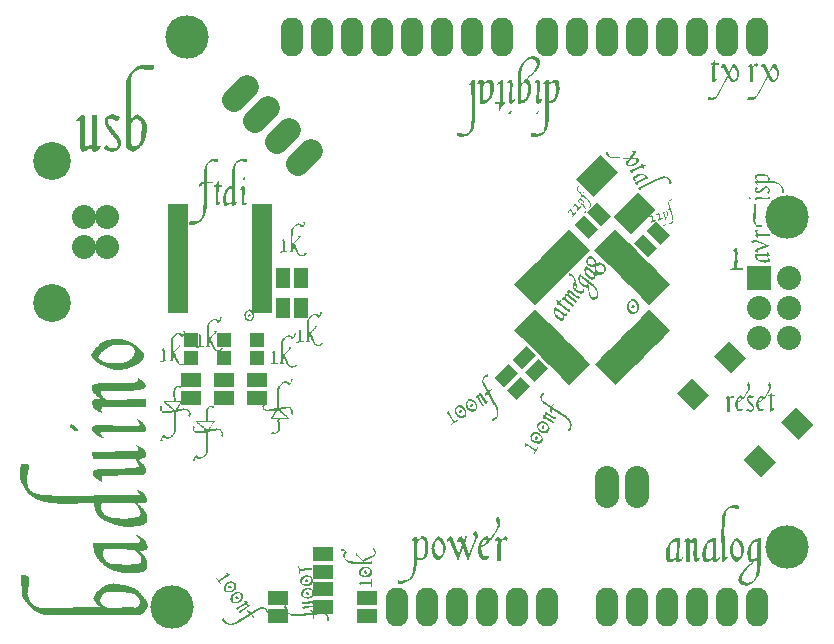
<source format=gts>
G04 (created by PCBNEW-RS274X (2012-apr-16-27)-stable) date Tue 03 Dec 2013 05:38:56 PM CET*
G01*
G70*
G90*
%MOIN*%
G04 Gerber Fmt 3.4, Leading zero omitted, Abs format*
%FSLAX34Y34*%
G04 APERTURE LIST*
%ADD10C,0.006000*%
%ADD11C,0.000100*%
%ADD12C,0.080000*%
%ADD13R,0.070000X0.036000*%
%ADD14O,0.080000X0.140000*%
%ADD15C,0.080000*%
%ADD16C,0.126300*%
%ADD17R,0.051400X0.051400*%
%ADD18C,0.145000*%
%ADD19R,0.080000X0.080000*%
%ADD20O,0.075000X0.130000*%
%ADD21R,0.045000X0.065000*%
%ADD22R,0.065000X0.045000*%
G04 APERTURE END LIST*
G54D10*
G54D11*
G36*
X31993Y-10139D02*
X31993Y-10139D01*
X32028Y-10139D01*
X32075Y-10145D01*
X32116Y-10153D01*
X32152Y-10164D01*
X32182Y-10179D01*
X32207Y-10196D01*
X32226Y-10215D01*
X32246Y-10248D01*
X32260Y-10282D01*
X32267Y-10317D01*
X32267Y-10354D01*
X32262Y-10391D01*
X32253Y-10428D01*
X32241Y-10464D01*
X32225Y-10499D01*
X32206Y-10534D01*
X32184Y-10568D01*
X32158Y-10602D01*
X32128Y-10635D01*
X32105Y-10660D01*
X32081Y-10684D01*
X32056Y-10709D01*
X32031Y-10735D01*
X32004Y-10761D01*
X31976Y-10787D01*
X31947Y-10814D01*
X31918Y-10842D01*
X31887Y-10870D01*
X31855Y-10898D01*
X31823Y-10927D01*
X31866Y-10930D01*
X31901Y-10945D01*
X31927Y-10972D01*
X31944Y-11010D01*
X31952Y-11041D01*
X31959Y-11074D01*
X31964Y-11108D01*
X31968Y-11143D01*
X31971Y-11180D01*
X31972Y-11219D01*
X31972Y-11258D01*
X31969Y-11296D01*
X31963Y-11333D01*
X31955Y-11369D01*
X31944Y-11403D01*
X31931Y-11438D01*
X31915Y-11471D01*
X31898Y-11504D01*
X31880Y-11535D01*
X31859Y-11566D01*
X31837Y-11596D01*
X31812Y-11625D01*
X31787Y-11650D01*
X31758Y-11670D01*
X31726Y-11688D01*
X31692Y-11699D01*
X31660Y-11703D01*
X31628Y-11698D01*
X31628Y-11719D01*
X31628Y-11740D01*
X31580Y-11740D01*
X31528Y-11740D01*
X31528Y-11702D01*
X31528Y-11664D01*
X31528Y-11626D01*
X31527Y-11588D01*
X31527Y-11550D01*
X31527Y-11512D01*
X31527Y-11474D01*
X31526Y-11436D01*
X31526Y-11398D01*
X31525Y-11360D01*
X31525Y-11322D01*
X31525Y-11284D01*
X31524Y-11247D01*
X31524Y-11209D01*
X31524Y-11171D01*
X31524Y-11133D01*
X31525Y-11096D01*
X31526Y-11058D01*
X31527Y-11020D01*
X31528Y-10983D01*
X31529Y-10945D01*
X31531Y-10908D01*
X31532Y-10870D01*
X31534Y-10832D01*
X31536Y-10795D01*
X31538Y-10757D01*
X31541Y-10718D01*
X31546Y-10679D01*
X31553Y-10641D01*
X31562Y-10603D01*
X31573Y-10565D01*
X31587Y-10528D01*
X31599Y-10500D01*
X31614Y-10471D01*
X31630Y-10442D01*
X31649Y-10412D01*
X31670Y-10383D01*
X31694Y-10353D01*
X31719Y-10322D01*
X31747Y-10292D01*
X31765Y-10327D01*
X31743Y-10357D01*
X31726Y-10392D01*
X31711Y-10429D01*
X31698Y-10466D01*
X31686Y-10502D01*
X31675Y-10538D01*
X31666Y-10574D01*
X31657Y-10610D01*
X31649Y-10646D01*
X31644Y-10679D01*
X31640Y-10712D01*
X31637Y-10745D01*
X31637Y-10779D01*
X31637Y-10813D01*
X31639Y-10847D01*
X31641Y-10887D01*
X31642Y-10927D01*
X31643Y-10966D01*
X31643Y-11005D01*
X31642Y-11045D01*
X31681Y-11069D01*
X31664Y-11094D01*
X31653Y-11130D01*
X31646Y-11177D01*
X31643Y-11211D01*
X31641Y-11245D01*
X31640Y-11279D01*
X31639Y-11314D01*
X31639Y-11348D01*
X31639Y-11382D01*
X31638Y-11416D01*
X31637Y-11449D01*
X31636Y-11483D01*
X31635Y-11516D01*
X31633Y-11550D01*
X31632Y-11583D01*
X31670Y-11590D01*
X31708Y-11594D01*
X31743Y-11584D01*
X31774Y-11564D01*
X31802Y-11535D01*
X31815Y-11515D01*
X31826Y-11490D01*
X31835Y-11460D01*
X31843Y-11424D01*
X31850Y-11383D01*
X31854Y-11337D01*
X31858Y-11287D01*
X31860Y-11241D01*
X31860Y-11199D01*
X31860Y-11162D01*
X31858Y-11129D01*
X31854Y-11101D01*
X31838Y-11059D01*
X31806Y-11038D01*
X31760Y-11035D01*
X31760Y-11035D01*
X31730Y-11041D01*
X31703Y-11053D01*
X31681Y-11069D01*
X31642Y-11045D01*
X31668Y-11020D01*
X31695Y-10994D01*
X31721Y-10969D01*
X31748Y-10943D01*
X31775Y-10917D01*
X31802Y-10892D01*
X31829Y-10866D01*
X31857Y-10839D01*
X31884Y-10813D01*
X31912Y-10786D01*
X31940Y-10760D01*
X31969Y-10733D01*
X32001Y-10700D01*
X32031Y-10667D01*
X32058Y-10635D01*
X32081Y-10602D01*
X32102Y-10569D01*
X32120Y-10536D01*
X32134Y-10503D01*
X32146Y-10469D01*
X32154Y-10436D01*
X32160Y-10403D01*
X32159Y-10363D01*
X32147Y-10329D01*
X32126Y-10299D01*
X32094Y-10274D01*
X32057Y-10255D01*
X32021Y-10243D01*
X31985Y-10238D01*
X31948Y-10240D01*
X31948Y-10240D01*
X31902Y-10248D01*
X31861Y-10261D01*
X31824Y-10278D01*
X31792Y-10300D01*
X31765Y-10327D01*
X31747Y-10292D01*
X31773Y-10265D01*
X31800Y-10240D01*
X31828Y-10217D01*
X31857Y-10196D01*
X31885Y-10177D01*
X31922Y-10158D01*
X31958Y-10145D01*
X31993Y-10139D01*
X31993Y-10139D01*
G37*
G36*
X38118Y-10198D02*
X38103Y-10227D01*
X38087Y-10257D01*
X38071Y-10287D01*
X38056Y-10316D01*
X38033Y-10348D01*
X38005Y-10368D01*
X37972Y-10375D01*
X37972Y-10399D01*
X37976Y-10424D01*
X37997Y-10424D01*
X38021Y-10424D01*
X38019Y-10461D01*
X38018Y-10498D01*
X38017Y-10536D01*
X38017Y-10574D01*
X38016Y-10612D01*
X38017Y-10650D01*
X38017Y-10688D01*
X38018Y-10725D01*
X38019Y-10763D01*
X38019Y-10800D01*
X38019Y-10837D01*
X38019Y-10874D01*
X38019Y-10911D01*
X38017Y-10948D01*
X38018Y-10973D01*
X38024Y-10993D01*
X38040Y-11003D01*
X38069Y-11007D01*
X38085Y-11001D01*
X38108Y-10979D01*
X38127Y-10956D01*
X38148Y-10931D01*
X38170Y-10903D01*
X38170Y-10882D01*
X38156Y-10878D01*
X38128Y-10899D01*
X38104Y-10917D01*
X38104Y-10882D01*
X38105Y-10847D01*
X38105Y-10811D01*
X38106Y-10776D01*
X38107Y-10741D01*
X38107Y-10705D01*
X38108Y-10670D01*
X38108Y-10635D01*
X38109Y-10600D01*
X38109Y-10566D01*
X38110Y-10531D01*
X38110Y-10497D01*
X38111Y-10462D01*
X38111Y-10427D01*
X38170Y-10427D01*
X38229Y-10427D01*
X38229Y-10396D01*
X38229Y-10368D01*
X38170Y-10368D01*
X38118Y-10368D01*
X38118Y-10285D01*
X38118Y-10198D01*
X38118Y-10198D01*
G37*
G36*
X39722Y-10372D02*
X39722Y-10372D01*
X39746Y-10388D01*
X39769Y-10412D01*
X39792Y-10442D01*
X39813Y-10479D01*
X39829Y-10512D01*
X39846Y-10545D01*
X39863Y-10578D01*
X39881Y-10612D01*
X39899Y-10646D01*
X39933Y-10654D01*
X39917Y-10681D01*
X39927Y-10708D01*
X39938Y-10737D01*
X39949Y-10767D01*
X39962Y-10799D01*
X39973Y-10824D01*
X39988Y-10851D01*
X40006Y-10880D01*
X40026Y-10910D01*
X40049Y-10941D01*
X40068Y-10935D01*
X40115Y-10896D01*
X40141Y-10865D01*
X40160Y-10831D01*
X40172Y-10794D01*
X40177Y-10753D01*
X40176Y-10715D01*
X40172Y-10680D01*
X40164Y-10647D01*
X40153Y-10617D01*
X40139Y-10590D01*
X40113Y-10554D01*
X40087Y-10529D01*
X40059Y-10517D01*
X40042Y-10517D01*
X40042Y-10517D01*
X40017Y-10534D01*
X39990Y-10569D01*
X39970Y-10598D01*
X39951Y-10626D01*
X39933Y-10654D01*
X39899Y-10646D01*
X39916Y-10622D01*
X39932Y-10596D01*
X39949Y-10567D01*
X39965Y-10535D01*
X39981Y-10502D01*
X39997Y-10472D01*
X40012Y-10442D01*
X40028Y-10413D01*
X40060Y-10394D01*
X40094Y-10395D01*
X40128Y-10416D01*
X40163Y-10458D01*
X40179Y-10491D01*
X40195Y-10525D01*
X40208Y-10559D01*
X40216Y-10586D01*
X40222Y-10616D01*
X40225Y-10649D01*
X40226Y-10684D01*
X40225Y-10722D01*
X40223Y-10758D01*
X40218Y-10792D01*
X40211Y-10824D01*
X40201Y-10854D01*
X40186Y-10889D01*
X40169Y-10918D01*
X40151Y-10943D01*
X40132Y-10962D01*
X40082Y-10991D01*
X40040Y-11008D01*
X40006Y-11011D01*
X39980Y-11001D01*
X39962Y-10979D01*
X39949Y-10954D01*
X39935Y-10927D01*
X39920Y-10898D01*
X39904Y-10868D01*
X39886Y-10836D01*
X39868Y-10802D01*
X39855Y-10828D01*
X39840Y-10856D01*
X39825Y-10887D01*
X39809Y-10920D01*
X39792Y-10955D01*
X39777Y-10985D01*
X39761Y-11015D01*
X39746Y-11046D01*
X39730Y-11076D01*
X39714Y-11107D01*
X39698Y-11139D01*
X39682Y-11170D01*
X39665Y-11202D01*
X39649Y-11233D01*
X39633Y-11263D01*
X39617Y-11293D01*
X39601Y-11323D01*
X39582Y-11357D01*
X39563Y-11389D01*
X39544Y-11418D01*
X39527Y-11445D01*
X39510Y-11469D01*
X39485Y-11502D01*
X39459Y-11530D01*
X39433Y-11554D01*
X39405Y-11573D01*
X39376Y-11587D01*
X39347Y-11597D01*
X39312Y-11604D01*
X39277Y-11608D01*
X39243Y-11608D01*
X39210Y-11604D01*
X39177Y-11597D01*
X39186Y-11575D01*
X39194Y-11552D01*
X39203Y-11528D01*
X39212Y-11503D01*
X39249Y-11510D01*
X39286Y-11514D01*
X39324Y-11514D01*
X39361Y-11510D01*
X39397Y-11502D01*
X39431Y-11485D01*
X39461Y-11461D01*
X39490Y-11427D01*
X39506Y-11403D01*
X39522Y-11377D01*
X39539Y-11347D01*
X39557Y-11315D01*
X39576Y-11281D01*
X39593Y-11252D01*
X39610Y-11222D01*
X39627Y-11191D01*
X39644Y-11160D01*
X39660Y-11129D01*
X39677Y-11097D01*
X39693Y-11066D01*
X39709Y-11035D01*
X39725Y-11004D01*
X39740Y-10974D01*
X39756Y-10943D01*
X39771Y-10913D01*
X39789Y-10878D01*
X39806Y-10845D01*
X39822Y-10814D01*
X39837Y-10786D01*
X39851Y-10760D01*
X39833Y-10727D01*
X39816Y-10693D01*
X39799Y-10660D01*
X39781Y-10625D01*
X39764Y-10590D01*
X39747Y-10556D01*
X39729Y-10523D01*
X39701Y-10510D01*
X39668Y-10511D01*
X39632Y-10517D01*
X39630Y-10484D01*
X39637Y-10455D01*
X39653Y-10431D01*
X39673Y-10409D01*
X39696Y-10390D01*
X39722Y-10372D01*
X39722Y-10372D01*
G37*
G36*
X38396Y-10375D02*
X38396Y-10375D01*
X38419Y-10392D01*
X38441Y-10415D01*
X38462Y-10445D01*
X38483Y-10483D01*
X38499Y-10516D01*
X38516Y-10550D01*
X38533Y-10584D01*
X38551Y-10618D01*
X38569Y-10653D01*
X38586Y-10629D01*
X38606Y-10657D01*
X38590Y-10684D01*
X38600Y-10712D01*
X38610Y-10741D01*
X38620Y-10771D01*
X38632Y-10802D01*
X38644Y-10828D01*
X38658Y-10855D01*
X38676Y-10883D01*
X38696Y-10913D01*
X38719Y-10944D01*
X38730Y-10944D01*
X38753Y-10930D01*
X38788Y-10899D01*
X38815Y-10869D01*
X38834Y-10836D01*
X38846Y-10800D01*
X38851Y-10760D01*
X38850Y-10722D01*
X38845Y-10685D01*
X38837Y-10652D01*
X38827Y-10621D01*
X38813Y-10594D01*
X38786Y-10557D01*
X38758Y-10533D01*
X38729Y-10521D01*
X38729Y-10521D01*
X38708Y-10524D01*
X38685Y-10541D01*
X38660Y-10573D01*
X38641Y-10602D01*
X38623Y-10630D01*
X38606Y-10657D01*
X38586Y-10629D01*
X38603Y-10603D01*
X38619Y-10574D01*
X38635Y-10542D01*
X38652Y-10509D01*
X38669Y-10477D01*
X38685Y-10446D01*
X38701Y-10417D01*
X38734Y-10397D01*
X38767Y-10398D01*
X38802Y-10420D01*
X38837Y-10462D01*
X38852Y-10495D01*
X38866Y-10528D01*
X38878Y-10563D01*
X38887Y-10590D01*
X38894Y-10619D01*
X38898Y-10652D01*
X38899Y-10688D01*
X38899Y-10725D01*
X38895Y-10761D01*
X38890Y-10795D01*
X38882Y-10827D01*
X38872Y-10858D01*
X38856Y-10892D01*
X38840Y-10922D01*
X38821Y-10946D01*
X38802Y-10965D01*
X38752Y-10995D01*
X38710Y-11011D01*
X38676Y-11014D01*
X38650Y-11005D01*
X38632Y-10983D01*
X38617Y-10953D01*
X38601Y-10921D01*
X38583Y-10886D01*
X38563Y-10849D01*
X38542Y-10809D01*
X38528Y-10834D01*
X38513Y-10862D01*
X38496Y-10892D01*
X38479Y-10924D01*
X38462Y-10958D01*
X38447Y-10989D01*
X38431Y-11020D01*
X38416Y-11051D01*
X38400Y-11082D01*
X38384Y-11114D01*
X38368Y-11146D01*
X38352Y-11177D01*
X38336Y-11208D01*
X38319Y-11238D01*
X38303Y-11268D01*
X38287Y-11297D01*
X38271Y-11326D01*
X38252Y-11360D01*
X38234Y-11392D01*
X38217Y-11421D01*
X38200Y-11448D01*
X38184Y-11472D01*
X38159Y-11505D01*
X38133Y-11534D01*
X38106Y-11557D01*
X38079Y-11576D01*
X38050Y-11591D01*
X38021Y-11601D01*
X37986Y-11608D01*
X37951Y-11612D01*
X37917Y-11613D01*
X37884Y-11611D01*
X37851Y-11604D01*
X37859Y-11580D01*
X37868Y-11556D01*
X37877Y-11531D01*
X37885Y-11507D01*
X37922Y-11514D01*
X37958Y-11519D01*
X37994Y-11520D01*
X38031Y-11517D01*
X38067Y-11508D01*
X38101Y-11490D01*
X38132Y-11465D01*
X38160Y-11431D01*
X38176Y-11407D01*
X38194Y-11380D01*
X38212Y-11351D01*
X38231Y-11319D01*
X38250Y-11285D01*
X38266Y-11255D01*
X38282Y-11225D01*
X38298Y-11195D01*
X38315Y-11164D01*
X38331Y-11132D01*
X38347Y-11101D01*
X38364Y-11069D01*
X38380Y-11038D01*
X38395Y-11008D01*
X38411Y-10977D01*
X38426Y-10947D01*
X38441Y-10917D01*
X38459Y-10882D01*
X38476Y-10850D01*
X38492Y-10820D01*
X38507Y-10793D01*
X38521Y-10767D01*
X38504Y-10733D01*
X38486Y-10698D01*
X38469Y-10663D01*
X38451Y-10629D01*
X38434Y-10594D01*
X38417Y-10559D01*
X38399Y-10527D01*
X38372Y-10514D01*
X38338Y-10514D01*
X38302Y-10521D01*
X38300Y-10488D01*
X38307Y-10459D01*
X38323Y-10434D01*
X38344Y-10413D01*
X38369Y-10393D01*
X38396Y-10375D01*
X38396Y-10375D01*
G37*
G36*
X39472Y-10378D02*
X39448Y-10387D01*
X39420Y-10413D01*
X39400Y-10437D01*
X39381Y-10460D01*
X39361Y-10483D01*
X39353Y-10448D01*
X39340Y-10417D01*
X39324Y-10395D01*
X39302Y-10389D01*
X39275Y-10399D01*
X39243Y-10427D01*
X39222Y-10452D01*
X39206Y-10478D01*
X39194Y-10503D01*
X39222Y-10496D01*
X39250Y-10493D01*
X39278Y-10514D01*
X39277Y-10549D01*
X39277Y-10585D01*
X39276Y-10620D01*
X39275Y-10655D01*
X39275Y-10690D01*
X39274Y-10725D01*
X39274Y-10760D01*
X39274Y-10796D01*
X39275Y-10832D01*
X39275Y-10867D01*
X39275Y-10903D01*
X39275Y-10939D01*
X39275Y-10975D01*
X39274Y-11010D01*
X39297Y-11011D01*
X39319Y-11010D01*
X39342Y-11008D01*
X39365Y-11007D01*
X39365Y-10970D01*
X39366Y-10934D01*
X39366Y-10897D01*
X39366Y-10861D01*
X39365Y-10825D01*
X39365Y-10788D01*
X39364Y-10752D01*
X39363Y-10716D01*
X39363Y-10679D01*
X39363Y-10643D01*
X39364Y-10606D01*
X39365Y-10569D01*
X39368Y-10541D01*
X39376Y-10515D01*
X39389Y-10493D01*
X39415Y-10471D01*
X39451Y-10465D01*
X39479Y-10476D01*
X39503Y-10497D01*
X39519Y-10474D01*
X39535Y-10450D01*
X39552Y-10424D01*
X39521Y-10400D01*
X39495Y-10384D01*
X39472Y-10378D01*
X39472Y-10378D01*
X39472Y-10378D01*
G37*
G36*
X19267Y-10424D02*
X19267Y-10424D01*
X19300Y-10423D01*
X19331Y-10424D01*
X19361Y-10427D01*
X19392Y-10442D01*
X19401Y-10474D01*
X19389Y-10524D01*
X19365Y-10573D01*
X19341Y-10601D01*
X19316Y-10611D01*
X19282Y-10612D01*
X19248Y-10611D01*
X19214Y-10608D01*
X19180Y-10604D01*
X19146Y-10597D01*
X19111Y-10590D01*
X19076Y-10584D01*
X19042Y-10579D01*
X19007Y-10574D01*
X18972Y-10569D01*
X18924Y-10584D01*
X18880Y-10599D01*
X18840Y-10616D01*
X18805Y-10633D01*
X18774Y-10652D01*
X18747Y-10672D01*
X18724Y-10693D01*
X18705Y-10715D01*
X18684Y-10746D01*
X18668Y-10779D01*
X18655Y-10814D01*
X18646Y-10852D01*
X18641Y-10892D01*
X18639Y-10934D01*
X18635Y-12260D01*
X18690Y-12293D01*
X18671Y-12322D01*
X18651Y-12357D01*
X18632Y-12399D01*
X18630Y-12438D01*
X18628Y-12476D01*
X18626Y-12515D01*
X18625Y-12554D01*
X18624Y-12593D01*
X18624Y-12632D01*
X18624Y-12672D01*
X18625Y-12712D01*
X18626Y-12752D01*
X18627Y-12792D01*
X18628Y-12832D01*
X18629Y-12871D01*
X18628Y-12911D01*
X18628Y-12950D01*
X18627Y-12989D01*
X18625Y-13028D01*
X18639Y-13057D01*
X18654Y-13083D01*
X18674Y-13108D01*
X18700Y-13127D01*
X18735Y-13137D01*
X18778Y-13139D01*
X18814Y-13132D01*
X18848Y-13115D01*
X18880Y-13090D01*
X18910Y-13056D01*
X18920Y-13038D01*
X18930Y-13017D01*
X18939Y-12991D01*
X18948Y-12962D01*
X18955Y-12928D01*
X18962Y-12890D01*
X18968Y-12848D01*
X18974Y-12802D01*
X18979Y-12752D01*
X18983Y-12698D01*
X18985Y-12662D01*
X18987Y-12627D01*
X18988Y-12591D01*
X18990Y-12556D01*
X18990Y-12521D01*
X18990Y-12486D01*
X18990Y-12451D01*
X18990Y-12417D01*
X18985Y-12379D01*
X18974Y-12344D01*
X18955Y-12314D01*
X18929Y-12288D01*
X18896Y-12265D01*
X18856Y-12247D01*
X18809Y-12233D01*
X18809Y-12233D01*
X18786Y-12233D01*
X18759Y-12241D01*
X18729Y-12257D01*
X18710Y-12272D01*
X18690Y-12293D01*
X18635Y-12260D01*
X18653Y-12233D01*
X18674Y-12205D01*
X18697Y-12179D01*
X18722Y-12153D01*
X18750Y-12128D01*
X18793Y-12097D01*
X18829Y-12081D01*
X18858Y-12080D01*
X18889Y-12091D01*
X18920Y-12106D01*
X18950Y-12125D01*
X18980Y-12147D01*
X19010Y-12173D01*
X19038Y-12203D01*
X19066Y-12237D01*
X19094Y-12274D01*
X19116Y-12310D01*
X19135Y-12345D01*
X19151Y-12381D01*
X19163Y-12418D01*
X19172Y-12454D01*
X19177Y-12491D01*
X19179Y-12529D01*
X19178Y-12566D01*
X19174Y-12604D01*
X19163Y-12663D01*
X19153Y-12719D01*
X19141Y-12771D01*
X19130Y-12821D01*
X19118Y-12866D01*
X19105Y-12909D01*
X19092Y-12948D01*
X19078Y-12983D01*
X19064Y-13015D01*
X19049Y-13044D01*
X19034Y-13070D01*
X19019Y-13092D01*
X19003Y-13110D01*
X18986Y-13125D01*
X18953Y-13151D01*
X18921Y-13177D01*
X18890Y-13202D01*
X18860Y-13227D01*
X18831Y-13251D01*
X18802Y-13275D01*
X18774Y-13299D01*
X18744Y-13317D01*
X18709Y-13324D01*
X18670Y-13319D01*
X18627Y-13302D01*
X18580Y-13274D01*
X18536Y-13242D01*
X18502Y-13212D01*
X18478Y-13186D01*
X18463Y-13161D01*
X18458Y-13139D01*
X18465Y-10997D01*
X18478Y-10953D01*
X18492Y-10911D01*
X18507Y-10872D01*
X18523Y-10835D01*
X18540Y-10799D01*
X18559Y-10766D01*
X18579Y-10735D01*
X18600Y-10706D01*
X18622Y-10679D01*
X18646Y-10655D01*
X18670Y-10632D01*
X18701Y-10605D01*
X18731Y-10579D01*
X18761Y-10553D01*
X18790Y-10528D01*
X18819Y-10503D01*
X18855Y-10477D01*
X18890Y-10456D01*
X18925Y-10443D01*
X18958Y-10438D01*
X18992Y-10440D01*
X19026Y-10441D01*
X19061Y-10441D01*
X19096Y-10439D01*
X19131Y-10435D01*
X19167Y-10431D01*
X19201Y-10426D01*
X19235Y-10425D01*
X19267Y-10424D01*
X19267Y-10424D01*
G37*
G36*
X32510Y-10917D02*
X32510Y-10917D01*
X32544Y-10923D01*
X32564Y-10949D01*
X32573Y-10996D01*
X32569Y-11063D01*
X32585Y-11084D01*
X32559Y-11108D01*
X32559Y-11351D01*
X32559Y-11597D01*
X32591Y-11620D01*
X32632Y-11618D01*
X32670Y-11603D01*
X32703Y-11582D01*
X32730Y-11556D01*
X32751Y-11525D01*
X32767Y-11490D01*
X32777Y-11457D01*
X32785Y-11422D01*
X32792Y-11385D01*
X32796Y-11345D01*
X32798Y-11302D01*
X32799Y-11257D01*
X32797Y-11194D01*
X32792Y-11141D01*
X32783Y-11098D01*
X32771Y-11064D01*
X32756Y-11040D01*
X32737Y-11026D01*
X32715Y-11021D01*
X32715Y-11021D01*
X32689Y-11023D01*
X32662Y-11031D01*
X32635Y-11045D01*
X32610Y-11063D01*
X32585Y-11084D01*
X32569Y-11063D01*
X32591Y-11039D01*
X32614Y-11016D01*
X32638Y-10992D01*
X32663Y-10969D01*
X32691Y-10949D01*
X32722Y-10934D01*
X32757Y-10925D01*
X32795Y-10920D01*
X32837Y-10925D01*
X32869Y-10945D01*
X32892Y-10980D01*
X32906Y-11031D01*
X32912Y-11071D01*
X32917Y-11111D01*
X32920Y-11150D01*
X32922Y-11190D01*
X32922Y-11229D01*
X32920Y-11267D01*
X32918Y-11293D01*
X32912Y-11321D01*
X32905Y-11352D01*
X32895Y-11384D01*
X32883Y-11419D01*
X32869Y-11456D01*
X32852Y-11496D01*
X32833Y-11538D01*
X32814Y-11575D01*
X32792Y-11607D01*
X32768Y-11635D01*
X32740Y-11659D01*
X32710Y-11679D01*
X32677Y-11694D01*
X32642Y-11705D01*
X32603Y-11712D01*
X32563Y-11715D01*
X32562Y-11755D01*
X32561Y-11795D01*
X32561Y-11834D01*
X32562Y-11874D01*
X32562Y-11913D01*
X32563Y-11953D01*
X32565Y-11992D01*
X32566Y-12031D01*
X32567Y-12071D01*
X32567Y-12110D01*
X32566Y-12149D01*
X32565Y-12189D01*
X32563Y-12229D01*
X32560Y-12268D01*
X32556Y-12308D01*
X32552Y-12347D01*
X32547Y-12384D01*
X32541Y-12419D01*
X32534Y-12453D01*
X32525Y-12486D01*
X32515Y-12519D01*
X32503Y-12550D01*
X32490Y-12580D01*
X32472Y-12613D01*
X32453Y-12644D01*
X32431Y-12673D01*
X32407Y-12699D01*
X32382Y-12722D01*
X32354Y-12743D01*
X32331Y-12757D01*
X32302Y-12773D01*
X32267Y-12790D01*
X32226Y-12809D01*
X32199Y-12819D01*
X32168Y-12825D01*
X32135Y-12829D01*
X32098Y-12829D01*
X32059Y-12826D01*
X32015Y-12821D01*
X31969Y-12813D01*
X31956Y-12796D01*
X31955Y-12753D01*
X31962Y-12712D01*
X31976Y-12698D01*
X32011Y-12699D01*
X32046Y-12701D01*
X32079Y-12705D01*
X32111Y-12712D01*
X32143Y-12718D01*
X32175Y-12722D01*
X32208Y-12722D01*
X32243Y-12719D01*
X32283Y-12710D01*
X32318Y-12697D01*
X32348Y-12678D01*
X32371Y-12655D01*
X32390Y-12627D01*
X32403Y-12594D01*
X32412Y-12558D01*
X32420Y-12522D01*
X32427Y-12484D01*
X32432Y-12447D01*
X32435Y-12408D01*
X32437Y-12368D01*
X32439Y-12330D01*
X32440Y-12291D01*
X32441Y-12253D01*
X32442Y-12215D01*
X32443Y-12176D01*
X32443Y-12138D01*
X32444Y-12099D01*
X32444Y-12061D01*
X32445Y-12022D01*
X32445Y-11984D01*
X32445Y-11945D01*
X32445Y-11907D01*
X32445Y-11868D01*
X32445Y-11830D01*
X32445Y-11792D01*
X32444Y-11753D01*
X32444Y-11715D01*
X32444Y-11677D01*
X32443Y-11639D01*
X32443Y-11600D01*
X32443Y-11562D01*
X32443Y-11524D01*
X32442Y-11485D01*
X32442Y-11447D01*
X32442Y-11408D01*
X32442Y-11370D01*
X32442Y-11331D01*
X32441Y-11293D01*
X32441Y-11254D01*
X32441Y-11216D01*
X32441Y-11177D01*
X32441Y-11139D01*
X32441Y-11088D01*
X32442Y-11053D01*
X32441Y-11035D01*
X32423Y-11034D01*
X32372Y-11066D01*
X32385Y-11024D01*
X32404Y-10988D01*
X32427Y-10960D01*
X32454Y-10938D01*
X32486Y-10924D01*
X32510Y-10917D01*
X32510Y-10917D01*
G37*
G36*
X30056Y-10920D02*
X30035Y-10927D01*
X30006Y-10952D01*
X29979Y-10978D01*
X29955Y-11007D01*
X29931Y-11038D01*
X29907Y-11068D01*
X29882Y-11097D01*
X29913Y-11088D01*
X29944Y-11080D01*
X29971Y-11083D01*
X29986Y-11111D01*
X29986Y-11151D01*
X29986Y-11191D01*
X29986Y-11230D01*
X29986Y-11270D01*
X29987Y-11309D01*
X29987Y-11348D01*
X29987Y-11388D01*
X29988Y-11427D01*
X29988Y-11466D01*
X29989Y-11505D01*
X29989Y-11543D01*
X29990Y-11582D01*
X29991Y-11621D01*
X29992Y-11659D01*
X29993Y-11698D01*
X29994Y-11736D01*
X29995Y-11774D01*
X29997Y-11813D01*
X29998Y-11851D01*
X29999Y-11889D01*
X29999Y-11927D01*
X29999Y-11966D01*
X29999Y-12004D01*
X29999Y-12043D01*
X29998Y-12081D01*
X29997Y-12120D01*
X29995Y-12159D01*
X29993Y-12197D01*
X29991Y-12236D01*
X29989Y-12275D01*
X29986Y-12313D01*
X29982Y-12352D01*
X29979Y-12391D01*
X29975Y-12430D01*
X29970Y-12468D01*
X29965Y-12507D01*
X29959Y-12540D01*
X29948Y-12574D01*
X29934Y-12609D01*
X29917Y-12646D01*
X29899Y-12673D01*
X29875Y-12695D01*
X29845Y-12711D01*
X29810Y-12722D01*
X29767Y-12726D01*
X29727Y-12725D01*
X29688Y-12720D01*
X29649Y-12712D01*
X29612Y-12702D01*
X29575Y-12692D01*
X29538Y-12681D01*
X29510Y-12708D01*
X29500Y-12743D01*
X29503Y-12781D01*
X29520Y-12804D01*
X29556Y-12816D01*
X29598Y-12820D01*
X29632Y-12823D01*
X29674Y-12824D01*
X29714Y-12820D01*
X29752Y-12814D01*
X29789Y-12803D01*
X29825Y-12788D01*
X29859Y-12770D01*
X29891Y-12748D01*
X29922Y-12721D01*
X29951Y-12691D01*
X29978Y-12658D01*
X30003Y-12625D01*
X30024Y-12591D01*
X30042Y-12557D01*
X30057Y-12521D01*
X30069Y-12486D01*
X30078Y-12449D01*
X30084Y-12412D01*
X30087Y-12375D01*
X30088Y-12333D01*
X30090Y-12292D01*
X30091Y-12251D01*
X30093Y-12210D01*
X30094Y-12169D01*
X30095Y-12129D01*
X30095Y-12089D01*
X30096Y-12050D01*
X30097Y-12011D01*
X30097Y-11972D01*
X30098Y-11933D01*
X30098Y-11895D01*
X30098Y-11858D01*
X30098Y-11820D01*
X30098Y-11783D01*
X30098Y-11746D01*
X30098Y-11710D01*
X30097Y-11674D01*
X30097Y-11638D01*
X30096Y-11601D01*
X30096Y-11565D01*
X30096Y-11528D01*
X30095Y-11491D01*
X30095Y-11453D01*
X30095Y-11415D01*
X30095Y-11377D01*
X30095Y-11339D01*
X30094Y-11300D01*
X30094Y-11261D01*
X30094Y-11221D01*
X30094Y-11182D01*
X30094Y-11142D01*
X30094Y-11102D01*
X30094Y-11061D01*
X30094Y-11020D01*
X30094Y-10979D01*
X30090Y-10952D01*
X30076Y-10931D01*
X30056Y-10920D01*
X30056Y-10920D01*
X30056Y-10920D01*
G37*
G36*
X30333Y-10920D02*
X30333Y-10920D01*
X30361Y-10927D01*
X30382Y-10948D01*
X30393Y-10976D01*
X30397Y-11010D01*
X30396Y-11049D01*
X30417Y-11073D01*
X30400Y-11095D01*
X30392Y-11115D01*
X30386Y-11152D01*
X30381Y-11190D01*
X30376Y-11228D01*
X30373Y-11267D01*
X30372Y-11305D01*
X30372Y-11344D01*
X30372Y-11383D01*
X30371Y-11421D01*
X30371Y-11460D01*
X30370Y-11499D01*
X30369Y-11538D01*
X30368Y-11576D01*
X30391Y-11588D01*
X30422Y-11593D01*
X30458Y-11590D01*
X30491Y-11582D01*
X30521Y-11566D01*
X30549Y-11542D01*
X30572Y-11510D01*
X30587Y-11473D01*
X30594Y-11431D01*
X30596Y-11396D01*
X30599Y-11362D01*
X30602Y-11327D01*
X30604Y-11292D01*
X30606Y-11257D01*
X30606Y-11222D01*
X30605Y-11187D01*
X30604Y-11153D01*
X30601Y-11106D01*
X30595Y-11071D01*
X30587Y-11049D01*
X30567Y-11027D01*
X30535Y-11014D01*
X30514Y-11014D01*
X30514Y-11014D01*
X30480Y-11025D01*
X30444Y-11049D01*
X30417Y-11073D01*
X30396Y-11049D01*
X30420Y-11020D01*
X30447Y-10991D01*
X30476Y-10965D01*
X30500Y-10949D01*
X30528Y-10936D01*
X30559Y-10928D01*
X30594Y-10924D01*
X30629Y-10926D01*
X30659Y-10936D01*
X30684Y-10954D01*
X30704Y-10980D01*
X30719Y-11015D01*
X30730Y-11057D01*
X30735Y-11108D01*
X30736Y-11167D01*
X30735Y-11204D01*
X30732Y-11240D01*
X30728Y-11275D01*
X30723Y-11309D01*
X30716Y-11342D01*
X30708Y-11375D01*
X30698Y-11407D01*
X30686Y-11438D01*
X30671Y-11469D01*
X30654Y-11500D01*
X30635Y-11530D01*
X30615Y-11559D01*
X30591Y-11589D01*
X30565Y-11617D01*
X30538Y-11642D01*
X30509Y-11666D01*
X30479Y-11688D01*
X30452Y-11703D01*
X30422Y-11716D01*
X30389Y-11726D01*
X30353Y-11732D01*
X30313Y-11736D01*
X30271Y-11736D01*
X30271Y-11699D01*
X30271Y-11662D01*
X30272Y-11625D01*
X30272Y-11588D01*
X30273Y-11551D01*
X30273Y-11514D01*
X30273Y-11477D01*
X30274Y-11440D01*
X30274Y-11403D01*
X30275Y-11366D01*
X30275Y-11329D01*
X30275Y-11292D01*
X30276Y-11255D01*
X30276Y-11218D01*
X30275Y-11181D01*
X30275Y-11144D01*
X30275Y-11107D01*
X30274Y-11069D01*
X30253Y-11038D01*
X30222Y-11039D01*
X30198Y-11056D01*
X30175Y-11078D01*
X30149Y-11094D01*
X30163Y-11063D01*
X30178Y-11031D01*
X30198Y-10997D01*
X30217Y-10973D01*
X30243Y-10953D01*
X30275Y-10936D01*
X30313Y-10924D01*
X30333Y-10920D01*
X30333Y-10920D01*
G37*
G36*
X31306Y-10924D02*
X31264Y-10931D01*
X31231Y-10948D01*
X31205Y-10972D01*
X31183Y-11001D01*
X31162Y-11030D01*
X31142Y-11059D01*
X31175Y-11042D01*
X31212Y-11024D01*
X31243Y-11021D01*
X31257Y-11049D01*
X31260Y-11085D01*
X31262Y-11121D01*
X31264Y-11158D01*
X31264Y-11194D01*
X31263Y-11231D01*
X31261Y-11267D01*
X31258Y-11304D01*
X31253Y-11340D01*
X31249Y-11377D01*
X31246Y-11413D01*
X31243Y-11450D01*
X31241Y-11486D01*
X31239Y-11523D01*
X31238Y-11559D01*
X31237Y-11595D01*
X31236Y-11632D01*
X31238Y-11661D01*
X31245Y-11688D01*
X31257Y-11715D01*
X31282Y-11740D01*
X31313Y-11733D01*
X31339Y-11710D01*
X31363Y-11687D01*
X31384Y-11664D01*
X31403Y-11639D01*
X31427Y-11594D01*
X31424Y-11563D01*
X31401Y-11583D01*
X31375Y-11604D01*
X31347Y-11608D01*
X31345Y-11568D01*
X31343Y-11529D01*
X31342Y-11489D01*
X31342Y-11449D01*
X31343Y-11409D01*
X31345Y-11370D01*
X31347Y-11330D01*
X31349Y-11290D01*
X31351Y-11251D01*
X31352Y-11211D01*
X31353Y-11171D01*
X31354Y-11131D01*
X31354Y-11092D01*
X31354Y-11052D01*
X31353Y-11023D01*
X31351Y-10994D01*
X31347Y-10965D01*
X31334Y-10933D01*
X31306Y-10924D01*
X31306Y-10924D01*
X31306Y-10924D01*
G37*
G36*
X32215Y-10924D02*
X32174Y-10931D01*
X32140Y-10948D01*
X32115Y-10972D01*
X32092Y-11001D01*
X32070Y-11030D01*
X32049Y-11059D01*
X32071Y-11048D01*
X32095Y-11037D01*
X32122Y-11024D01*
X32151Y-11021D01*
X32163Y-11049D01*
X32167Y-11085D01*
X32169Y-11121D01*
X32171Y-11158D01*
X32172Y-11194D01*
X32171Y-11231D01*
X32170Y-11267D01*
X32167Y-11304D01*
X32163Y-11340D01*
X32159Y-11377D01*
X32155Y-11413D01*
X32152Y-11450D01*
X32149Y-11486D01*
X32146Y-11523D01*
X32144Y-11559D01*
X32143Y-11595D01*
X32142Y-11632D01*
X32145Y-11661D01*
X32154Y-11688D01*
X32167Y-11715D01*
X32192Y-11740D01*
X32222Y-11733D01*
X32249Y-11710D01*
X32272Y-11687D01*
X32294Y-11664D01*
X32313Y-11639D01*
X32335Y-11594D01*
X32330Y-11563D01*
X32309Y-11583D01*
X32285Y-11604D01*
X32257Y-11608D01*
X32254Y-11568D01*
X32252Y-11529D01*
X32251Y-11489D01*
X32250Y-11449D01*
X32250Y-11409D01*
X32251Y-11370D01*
X32253Y-11330D01*
X32256Y-11290D01*
X32258Y-11251D01*
X32260Y-11211D01*
X32262Y-11171D01*
X32263Y-11131D01*
X32264Y-11092D01*
X32264Y-11052D01*
X32263Y-11023D01*
X32261Y-10994D01*
X32257Y-10965D01*
X32244Y-10933D01*
X32215Y-10924D01*
X32215Y-10924D01*
X32215Y-10924D01*
G37*
G36*
X30979Y-10927D02*
X30956Y-10936D01*
X30924Y-10965D01*
X30905Y-10987D01*
X30885Y-11010D01*
X30865Y-11035D01*
X30844Y-11063D01*
X30847Y-11087D01*
X30865Y-11094D01*
X30885Y-11078D01*
X30903Y-11066D01*
X30931Y-11045D01*
X30930Y-11085D01*
X30930Y-11124D01*
X30929Y-11163D01*
X30929Y-11203D01*
X30929Y-11242D01*
X30928Y-11282D01*
X30928Y-11321D01*
X30927Y-11361D01*
X30927Y-11401D01*
X30926Y-11440D01*
X30926Y-11480D01*
X30925Y-11519D01*
X30925Y-11559D01*
X30925Y-11598D01*
X30924Y-11638D01*
X30924Y-11677D01*
X30847Y-11677D01*
X30771Y-11677D01*
X30771Y-11715D01*
X30771Y-11750D01*
X30844Y-11750D01*
X30913Y-11750D01*
X30913Y-11861D01*
X30913Y-11972D01*
X30929Y-11942D01*
X30945Y-11913D01*
X30961Y-11883D01*
X30977Y-11853D01*
X30993Y-11823D01*
X31015Y-11789D01*
X31040Y-11765D01*
X31068Y-11749D01*
X31101Y-11743D01*
X31101Y-11712D01*
X31101Y-11681D01*
X31069Y-11681D01*
X31038Y-11681D01*
X31040Y-11643D01*
X31041Y-11606D01*
X31042Y-11568D01*
X31043Y-11530D01*
X31043Y-11493D01*
X31043Y-11455D01*
X31043Y-11417D01*
X31042Y-11378D01*
X31042Y-11340D01*
X31041Y-11302D01*
X31041Y-11264D01*
X31040Y-11226D01*
X31041Y-11188D01*
X31041Y-11150D01*
X31042Y-11112D01*
X31043Y-11075D01*
X31044Y-11037D01*
X31045Y-11000D01*
X31043Y-10970D01*
X31035Y-10948D01*
X31015Y-10933D01*
X30979Y-10927D01*
X30979Y-10927D01*
X30979Y-10927D01*
G37*
G36*
X31309Y-11948D02*
X31283Y-11960D01*
X31250Y-11993D01*
X31226Y-12027D01*
X31218Y-12053D01*
X31226Y-12069D01*
X31243Y-12073D01*
X31266Y-12058D01*
X31295Y-12028D01*
X31327Y-11982D01*
X31323Y-11955D01*
X31309Y-11948D01*
X31309Y-11948D01*
X31309Y-11948D01*
G37*
G36*
X32219Y-11948D02*
X32193Y-11960D01*
X32160Y-11993D01*
X32135Y-12027D01*
X32126Y-12053D01*
X32132Y-12069D01*
X32149Y-12073D01*
X32172Y-12058D01*
X32201Y-12028D01*
X32233Y-11982D01*
X32229Y-11955D01*
X32219Y-11948D01*
X32219Y-11948D01*
X32219Y-11948D01*
G37*
G36*
X18007Y-12080D02*
X17968Y-12083D01*
X17931Y-12092D01*
X17896Y-12106D01*
X17864Y-12126D01*
X17833Y-12153D01*
X17807Y-12183D01*
X17786Y-12216D01*
X17771Y-12251D01*
X17763Y-12288D01*
X17760Y-12326D01*
X17763Y-12354D01*
X17768Y-12383D01*
X17778Y-12414D01*
X17790Y-12447D01*
X17807Y-12481D01*
X17826Y-12517D01*
X17846Y-12549D01*
X17866Y-12580D01*
X17888Y-12611D01*
X17911Y-12642D01*
X17935Y-12672D01*
X17960Y-12703D01*
X17986Y-12733D01*
X18007Y-12757D01*
X18029Y-12782D01*
X18050Y-12808D01*
X18072Y-12833D01*
X18095Y-12859D01*
X18118Y-12885D01*
X18140Y-12913D01*
X18158Y-12941D01*
X18172Y-12972D01*
X18183Y-13005D01*
X18191Y-13040D01*
X18194Y-13076D01*
X18192Y-13117D01*
X18180Y-13152D01*
X18159Y-13179D01*
X18130Y-13199D01*
X18090Y-13212D01*
X18052Y-13216D01*
X18016Y-13214D01*
X17981Y-13204D01*
X17948Y-13188D01*
X17916Y-13167D01*
X17886Y-13146D01*
X17858Y-13123D01*
X17833Y-13097D01*
X17801Y-13115D01*
X17773Y-13137D01*
X17749Y-13163D01*
X17728Y-13192D01*
X17712Y-13226D01*
X17742Y-13237D01*
X17773Y-13249D01*
X17804Y-13262D01*
X17836Y-13275D01*
X17867Y-13288D01*
X17899Y-13302D01*
X17932Y-13314D01*
X17965Y-13320D01*
X17999Y-13322D01*
X18034Y-13320D01*
X18070Y-13313D01*
X18108Y-13302D01*
X18137Y-13290D01*
X18164Y-13273D01*
X18191Y-13252D01*
X18216Y-13227D01*
X18240Y-13198D01*
X18261Y-13167D01*
X18279Y-13137D01*
X18292Y-13108D01*
X18301Y-13079D01*
X18306Y-13052D01*
X18306Y-13003D01*
X18302Y-12962D01*
X18294Y-12927D01*
X18281Y-12899D01*
X18262Y-12869D01*
X18242Y-12840D01*
X18221Y-12810D01*
X18200Y-12781D01*
X18179Y-12752D01*
X18158Y-12723D01*
X18135Y-12695D01*
X18113Y-12667D01*
X18090Y-12639D01*
X18065Y-12608D01*
X18039Y-12577D01*
X18014Y-12547D01*
X17989Y-12516D01*
X17964Y-12485D01*
X17939Y-12454D01*
X17914Y-12423D01*
X17889Y-12392D01*
X17870Y-12363D01*
X17859Y-12333D01*
X17858Y-12303D01*
X17865Y-12274D01*
X17886Y-12243D01*
X17921Y-12227D01*
X17969Y-12226D01*
X18001Y-12232D01*
X18032Y-12245D01*
X18063Y-12264D01*
X18092Y-12285D01*
X18122Y-12304D01*
X18153Y-12319D01*
X18180Y-12289D01*
X18205Y-12258D01*
X18228Y-12226D01*
X18247Y-12193D01*
X18264Y-12160D01*
X18233Y-12148D01*
X18201Y-12135D01*
X18168Y-12122D01*
X18135Y-12108D01*
X18103Y-12095D01*
X18071Y-12086D01*
X18039Y-12081D01*
X18007Y-12080D01*
X18007Y-12080D01*
X18007Y-12080D01*
G37*
G36*
X17003Y-12090D02*
X16984Y-12097D01*
X16959Y-12112D01*
X16930Y-12137D01*
X16896Y-12170D01*
X16869Y-12200D01*
X16845Y-12228D01*
X16824Y-12255D01*
X16807Y-12282D01*
X16792Y-12309D01*
X16834Y-12298D01*
X16872Y-12293D01*
X16906Y-12295D01*
X16941Y-12309D01*
X16948Y-12337D01*
X16948Y-12993D01*
X16944Y-12993D01*
X16943Y-13035D01*
X16943Y-13077D01*
X16943Y-13116D01*
X16944Y-13153D01*
X16951Y-13206D01*
X16965Y-13249D01*
X16985Y-13283D01*
X17013Y-13308D01*
X17049Y-13323D01*
X17078Y-13316D01*
X17109Y-13306D01*
X17140Y-13291D01*
X17171Y-13271D01*
X17203Y-13248D01*
X17236Y-13220D01*
X17269Y-13189D01*
X17302Y-13153D01*
X17318Y-13188D01*
X17332Y-13225D01*
X17344Y-13264D01*
X17359Y-13297D01*
X17382Y-13316D01*
X17413Y-13323D01*
X17451Y-13321D01*
X17484Y-13312D01*
X17514Y-13297D01*
X17539Y-13277D01*
X17559Y-13250D01*
X17577Y-13220D01*
X17594Y-13189D01*
X17611Y-13157D01*
X17627Y-13124D01*
X17642Y-13090D01*
X17599Y-13120D01*
X17560Y-13136D01*
X17526Y-13137D01*
X17497Y-13125D01*
X17497Y-12090D01*
X17323Y-12090D01*
X17323Y-13090D01*
X17305Y-13090D01*
X17280Y-13096D01*
X17248Y-13110D01*
X17208Y-13132D01*
X17169Y-13144D01*
X17138Y-13129D01*
X17117Y-13087D01*
X17104Y-13017D01*
X17104Y-13002D01*
X17104Y-12975D01*
X17104Y-12938D01*
X17104Y-12889D01*
X17104Y-12656D01*
X17104Y-12434D01*
X17104Y-12330D01*
X17104Y-12293D01*
X17103Y-12258D01*
X17100Y-12223D01*
X17096Y-12191D01*
X17090Y-12160D01*
X17073Y-12118D01*
X17044Y-12095D01*
X17003Y-12090D01*
X17003Y-12090D01*
X17003Y-12090D01*
G37*
G36*
X35375Y-13288D02*
X35375Y-13288D01*
X35410Y-13288D01*
X35441Y-13299D01*
X35472Y-13316D01*
X35466Y-13346D01*
X35451Y-13378D01*
X35427Y-13413D01*
X35406Y-13441D01*
X35384Y-13469D01*
X35362Y-13498D01*
X35340Y-13528D01*
X35369Y-13533D01*
X35402Y-13537D01*
X35389Y-13558D01*
X35355Y-13555D01*
X35323Y-13552D01*
X35323Y-13552D01*
X35302Y-13573D01*
X35280Y-13594D01*
X35257Y-13618D01*
X35240Y-13639D01*
X35222Y-13664D01*
X35205Y-13693D01*
X35188Y-13726D01*
X35198Y-13738D01*
X35240Y-13757D01*
X35279Y-13767D01*
X35319Y-13765D01*
X35358Y-13753D01*
X35390Y-13737D01*
X35417Y-13719D01*
X35440Y-13699D01*
X35458Y-13677D01*
X35475Y-13646D01*
X35484Y-13618D01*
X35483Y-13594D01*
X35465Y-13575D01*
X35424Y-13563D01*
X35389Y-13558D01*
X35402Y-13537D01*
X35438Y-13538D01*
X35475Y-13539D01*
X35511Y-13540D01*
X35545Y-13542D01*
X35573Y-13565D01*
X35576Y-13601D01*
X35556Y-13649D01*
X35539Y-13671D01*
X35522Y-13692D01*
X35503Y-13712D01*
X35482Y-13731D01*
X35455Y-13748D01*
X35424Y-13764D01*
X35391Y-13779D01*
X35358Y-13790D01*
X35326Y-13798D01*
X35295Y-13802D01*
X35258Y-13802D01*
X35227Y-13797D01*
X35201Y-13788D01*
X35157Y-13758D01*
X35131Y-13729D01*
X35122Y-13702D01*
X35132Y-13677D01*
X35152Y-13652D01*
X35173Y-13624D01*
X35197Y-13593D01*
X35222Y-13559D01*
X35194Y-13558D01*
X35164Y-13557D01*
X35130Y-13556D01*
X35094Y-13556D01*
X35055Y-13554D01*
X35017Y-13552D01*
X34978Y-13550D01*
X34938Y-13549D01*
X34897Y-13547D01*
X34856Y-13546D01*
X34816Y-13544D01*
X34778Y-13542D01*
X34742Y-13539D01*
X34709Y-13536D01*
X34680Y-13532D01*
X34653Y-13528D01*
X34607Y-13517D01*
X34568Y-13502D01*
X34536Y-13483D01*
X34510Y-13458D01*
X34490Y-13431D01*
X34475Y-13402D01*
X34463Y-13371D01*
X34455Y-13340D01*
X34493Y-13337D01*
X34531Y-13333D01*
X34541Y-13370D01*
X34555Y-13405D01*
X34573Y-13438D01*
X34598Y-13466D01*
X34631Y-13487D01*
X34674Y-13500D01*
X34701Y-13504D01*
X34732Y-13508D01*
X34765Y-13511D01*
X34802Y-13514D01*
X34840Y-13516D01*
X34879Y-13518D01*
X34918Y-13519D01*
X34958Y-13521D01*
X34999Y-13522D01*
X35039Y-13523D01*
X35079Y-13524D01*
X35118Y-13524D01*
X35155Y-13526D01*
X35188Y-13527D01*
X35219Y-13529D01*
X35247Y-13531D01*
X35264Y-13508D01*
X35281Y-13485D01*
X35299Y-13462D01*
X35317Y-13439D01*
X35336Y-13416D01*
X35354Y-13392D01*
X35371Y-13370D01*
X35372Y-13347D01*
X35360Y-13325D01*
X35344Y-13302D01*
X35375Y-13288D01*
X35375Y-13288D01*
G37*
G36*
X22368Y-13556D02*
X22368Y-13556D01*
X22396Y-13556D01*
X22426Y-13559D01*
X22459Y-13563D01*
X22493Y-13569D01*
X22503Y-13585D01*
X22503Y-13622D01*
X22495Y-13656D01*
X22483Y-13667D01*
X22445Y-13665D01*
X22409Y-13660D01*
X22375Y-13653D01*
X22340Y-13646D01*
X22302Y-13643D01*
X22264Y-13646D01*
X22225Y-13655D01*
X22193Y-13670D01*
X22167Y-13691D01*
X22148Y-13718D01*
X22135Y-13750D01*
X22126Y-13786D01*
X22118Y-13822D01*
X22111Y-13860D01*
X22107Y-13898D01*
X22104Y-13938D01*
X22103Y-13976D01*
X22102Y-14015D01*
X22101Y-14053D01*
X22100Y-14092D01*
X22100Y-14130D01*
X22100Y-14168D01*
X22100Y-14207D01*
X22099Y-14245D01*
X22100Y-14283D01*
X22100Y-14322D01*
X22100Y-14360D01*
X22100Y-14399D01*
X22101Y-14438D01*
X22101Y-14476D01*
X22101Y-14515D01*
X22102Y-14553D01*
X22102Y-14592D01*
X22102Y-14631D01*
X22103Y-14669D01*
X22103Y-14708D01*
X22103Y-14747D01*
X22104Y-14786D01*
X22104Y-14824D01*
X22104Y-14863D01*
X22104Y-14902D01*
X22104Y-14941D01*
X22104Y-14984D01*
X22104Y-15015D01*
X22104Y-15031D01*
X22118Y-15031D01*
X22160Y-15003D01*
X22145Y-15046D01*
X22124Y-15078D01*
X22098Y-15102D01*
X22066Y-15118D01*
X22030Y-15123D01*
X22007Y-15106D01*
X21997Y-15067D01*
X22000Y-15007D01*
X21985Y-14988D01*
X22007Y-14969D01*
X22007Y-14767D01*
X22007Y-14569D01*
X21983Y-14549D01*
X21983Y-14549D01*
X21948Y-14552D01*
X21910Y-14568D01*
X21878Y-14591D01*
X21854Y-14620D01*
X21837Y-14656D01*
X21827Y-14689D01*
X21819Y-14724D01*
X21813Y-14762D01*
X21810Y-14803D01*
X21809Y-14847D01*
X21811Y-14906D01*
X21817Y-14955D01*
X21827Y-14993D01*
X21840Y-15020D01*
X21857Y-15036D01*
X21878Y-15042D01*
X21910Y-15036D01*
X21941Y-15021D01*
X21963Y-15006D01*
X21985Y-14988D01*
X22000Y-15007D01*
X21975Y-15032D01*
X21948Y-15058D01*
X21920Y-15083D01*
X21889Y-15105D01*
X21854Y-15119D01*
X21813Y-15125D01*
X21779Y-15121D01*
X21752Y-15104D01*
X21734Y-15074D01*
X21722Y-15031D01*
X21717Y-14992D01*
X21713Y-14954D01*
X21711Y-14916D01*
X21710Y-14878D01*
X21712Y-14840D01*
X21715Y-14811D01*
X21721Y-14779D01*
X21731Y-14743D01*
X21745Y-14703D01*
X21761Y-14661D01*
X21781Y-14615D01*
X21802Y-14577D01*
X21826Y-14545D01*
X21854Y-14518D01*
X21886Y-14497D01*
X21921Y-14482D01*
X21961Y-14472D01*
X22003Y-14469D01*
X22004Y-14432D01*
X22005Y-14395D01*
X22004Y-14358D01*
X22004Y-14322D01*
X22003Y-14285D01*
X22001Y-14248D01*
X22000Y-14212D01*
X21999Y-14175D01*
X21999Y-14138D01*
X22000Y-14102D01*
X22001Y-14065D01*
X22004Y-14028D01*
X22007Y-13992D01*
X22010Y-13955D01*
X22015Y-13920D01*
X22021Y-13886D01*
X22029Y-13852D01*
X22039Y-13820D01*
X22050Y-13790D01*
X22063Y-13760D01*
X22080Y-13728D01*
X22100Y-13699D01*
X22122Y-13672D01*
X22147Y-13649D01*
X22174Y-13628D01*
X22193Y-13616D01*
X22218Y-13603D01*
X22247Y-13589D01*
X22281Y-13573D01*
X22307Y-13564D01*
X22335Y-13558D01*
X22368Y-13556D01*
X22368Y-13556D01*
G37*
G36*
X21389Y-13559D02*
X21353Y-13564D01*
X21318Y-13574D01*
X21285Y-13589D01*
X21254Y-13608D01*
X21225Y-13632D01*
X21198Y-13660D01*
X21173Y-13691D01*
X21151Y-13723D01*
X21132Y-13756D01*
X21117Y-13790D01*
X21104Y-13826D01*
X21094Y-13863D01*
X21087Y-13901D01*
X21083Y-13941D01*
X21082Y-13980D01*
X21080Y-14018D01*
X21079Y-14056D01*
X21078Y-14094D01*
X21076Y-14132D01*
X21075Y-14170D01*
X21073Y-14208D01*
X21072Y-14247D01*
X21070Y-14285D01*
X21069Y-14323D01*
X21014Y-14323D01*
X20970Y-14342D01*
X20936Y-14366D01*
X20911Y-14393D01*
X20895Y-14423D01*
X20889Y-14458D01*
X20892Y-14497D01*
X20922Y-14483D01*
X20951Y-14469D01*
X20982Y-14455D01*
X21014Y-14441D01*
X21019Y-14397D01*
X21037Y-14375D01*
X21069Y-14375D01*
X21068Y-14414D01*
X21067Y-14452D01*
X21066Y-14491D01*
X21065Y-14529D01*
X21064Y-14568D01*
X21063Y-14606D01*
X21062Y-14645D01*
X21061Y-14683D01*
X21060Y-14722D01*
X21060Y-14760D01*
X21059Y-14799D01*
X21058Y-14837D01*
X21058Y-14876D01*
X21057Y-14915D01*
X21056Y-14954D01*
X21056Y-14993D01*
X21055Y-15032D01*
X21054Y-15072D01*
X21052Y-15112D01*
X21051Y-15152D01*
X21050Y-15192D01*
X21049Y-15233D01*
X21046Y-15273D01*
X21043Y-15312D01*
X21038Y-15349D01*
X21032Y-15384D01*
X21024Y-15417D01*
X21014Y-15448D01*
X20997Y-15490D01*
X20977Y-15526D01*
X20956Y-15557D01*
X20934Y-15583D01*
X20905Y-15609D01*
X20874Y-15629D01*
X20842Y-15642D01*
X20809Y-15649D01*
X20774Y-15649D01*
X20738Y-15647D01*
X20702Y-15647D01*
X20664Y-15648D01*
X20626Y-15651D01*
X20587Y-15656D01*
X20567Y-15672D01*
X20563Y-15712D01*
X20575Y-15753D01*
X20608Y-15767D01*
X20648Y-15766D01*
X20688Y-15761D01*
X20728Y-15754D01*
X20766Y-15745D01*
X20804Y-15733D01*
X20840Y-15719D01*
X20871Y-15704D01*
X20901Y-15685D01*
X20931Y-15662D01*
X20960Y-15636D01*
X20989Y-15605D01*
X21017Y-15570D01*
X21045Y-15531D01*
X21063Y-15503D01*
X21079Y-15473D01*
X21094Y-15443D01*
X21107Y-15411D01*
X21118Y-15378D01*
X21128Y-15344D01*
X21137Y-15309D01*
X21145Y-15273D01*
X21151Y-15236D01*
X21156Y-15199D01*
X21160Y-15160D01*
X21163Y-15122D01*
X21165Y-15084D01*
X21166Y-15047D01*
X21168Y-15010D01*
X21169Y-14972D01*
X21170Y-14935D01*
X21170Y-14898D01*
X21171Y-14861D01*
X21171Y-14824D01*
X21171Y-14787D01*
X21170Y-14750D01*
X21170Y-14713D01*
X21169Y-14676D01*
X21169Y-14639D01*
X21169Y-14602D01*
X21168Y-14564D01*
X21168Y-14527D01*
X21168Y-14490D01*
X21167Y-14453D01*
X21167Y-14416D01*
X21167Y-14378D01*
X21358Y-14382D01*
X21372Y-14358D01*
X21358Y-14323D01*
X21325Y-14323D01*
X21293Y-14323D01*
X21260Y-14323D01*
X21229Y-14323D01*
X21198Y-14323D01*
X21167Y-14323D01*
X21166Y-14286D01*
X21166Y-14249D01*
X21166Y-14212D01*
X21166Y-14174D01*
X21166Y-14137D01*
X21166Y-14099D01*
X21167Y-14063D01*
X21168Y-14026D01*
X21169Y-13989D01*
X21171Y-13953D01*
X21173Y-13916D01*
X21175Y-13879D01*
X21178Y-13843D01*
X21181Y-13806D01*
X21187Y-13772D01*
X21199Y-13741D01*
X21218Y-13713D01*
X21243Y-13688D01*
X21273Y-13668D01*
X21307Y-13655D01*
X21346Y-13651D01*
X21389Y-13653D01*
X21418Y-13660D01*
X21448Y-13670D01*
X21476Y-13676D01*
X21503Y-13670D01*
X21520Y-13657D01*
X21535Y-13632D01*
X21541Y-13601D01*
X21535Y-13573D01*
X21507Y-13559D01*
X21485Y-13563D01*
X21465Y-13563D01*
X21426Y-13558D01*
X21389Y-13559D01*
X21389Y-13559D01*
X21389Y-13559D01*
G37*
G36*
X35667Y-13726D02*
X35649Y-13736D01*
X35632Y-13743D01*
X35642Y-13760D01*
X35649Y-13778D01*
X35613Y-13793D01*
X35577Y-13808D01*
X35541Y-13824D01*
X35505Y-13840D01*
X35469Y-13858D01*
X35438Y-13872D01*
X35408Y-13887D01*
X35377Y-13901D01*
X35346Y-13915D01*
X35315Y-13928D01*
X35285Y-13941D01*
X35260Y-13962D01*
X35264Y-13997D01*
X35299Y-14014D01*
X35331Y-14024D01*
X35368Y-14035D01*
X35382Y-14024D01*
X35382Y-14014D01*
X35358Y-14003D01*
X35337Y-13993D01*
X35371Y-13977D01*
X35405Y-13961D01*
X35439Y-13945D01*
X35473Y-13929D01*
X35507Y-13913D01*
X35541Y-13898D01*
X35575Y-13883D01*
X35609Y-13867D01*
X35643Y-13852D01*
X35677Y-13837D01*
X35686Y-13858D01*
X35694Y-13878D01*
X35705Y-13897D01*
X35715Y-13917D01*
X35733Y-13910D01*
X35753Y-13899D01*
X35745Y-13880D01*
X35736Y-13861D01*
X35727Y-13842D01*
X35719Y-13823D01*
X35778Y-13795D01*
X35833Y-13767D01*
X35801Y-13766D01*
X35769Y-13765D01*
X35736Y-13764D01*
X35693Y-13753D01*
X35667Y-13726D01*
X35667Y-13726D01*
X35667Y-13726D01*
G37*
G36*
X35646Y-14056D02*
X35646Y-14056D01*
X35677Y-14058D01*
X35708Y-14063D01*
X35744Y-14073D01*
X35777Y-14087D01*
X35809Y-14104D01*
X35832Y-14121D01*
X35853Y-14144D01*
X35872Y-14172D01*
X35889Y-14205D01*
X35853Y-14221D01*
X35817Y-14237D01*
X35780Y-14253D01*
X35744Y-14269D01*
X35708Y-14285D01*
X35673Y-14301D01*
X35637Y-14317D01*
X35602Y-14334D01*
X35567Y-14351D01*
X35531Y-14368D01*
X35521Y-14389D01*
X35545Y-14413D01*
X35576Y-14431D01*
X35545Y-14430D01*
X35510Y-14427D01*
X35477Y-14415D01*
X35444Y-14385D01*
X35435Y-14365D01*
X35441Y-14344D01*
X35461Y-14324D01*
X35490Y-14309D01*
X35508Y-14293D01*
X35528Y-14295D01*
X35560Y-14286D01*
X35591Y-14274D01*
X35622Y-14261D01*
X35653Y-14247D01*
X35684Y-14232D01*
X35715Y-14218D01*
X35747Y-14204D01*
X35778Y-14191D01*
X35777Y-14167D01*
X35764Y-14139D01*
X35742Y-14118D01*
X35712Y-14104D01*
X35681Y-14101D01*
X35681Y-14101D01*
X35642Y-14108D01*
X35617Y-14118D01*
X35592Y-14128D01*
X35566Y-14139D01*
X35541Y-14150D01*
X35517Y-14161D01*
X35493Y-14174D01*
X35459Y-14193D01*
X35441Y-14208D01*
X35438Y-14243D01*
X35452Y-14264D01*
X35479Y-14281D01*
X35508Y-14293D01*
X35490Y-14309D01*
X35458Y-14300D01*
X35427Y-14288D01*
X35398Y-14268D01*
X35375Y-14236D01*
X35365Y-14206D01*
X35370Y-14176D01*
X35389Y-14148D01*
X35422Y-14122D01*
X35469Y-14097D01*
X35499Y-14085D01*
X35528Y-14076D01*
X35558Y-14068D01*
X35587Y-14063D01*
X35616Y-14058D01*
X35646Y-14056D01*
X35646Y-14056D01*
G37*
G36*
X39642Y-14063D02*
X39642Y-14063D01*
X39692Y-14066D01*
X39736Y-14072D01*
X39774Y-14079D01*
X39808Y-14088D01*
X39835Y-14100D01*
X39858Y-14113D01*
X39875Y-14128D01*
X39903Y-14164D01*
X39920Y-14194D01*
X39927Y-14219D01*
X39927Y-14248D01*
X39920Y-14274D01*
X39906Y-14299D01*
X39928Y-14299D01*
X39955Y-14299D01*
X39981Y-14300D01*
X40003Y-14302D01*
X40039Y-14306D01*
X40072Y-14311D01*
X40103Y-14316D01*
X40132Y-14323D01*
X40155Y-14330D01*
X40182Y-14341D01*
X40212Y-14354D01*
X40245Y-14370D01*
X40281Y-14389D01*
X40311Y-14422D01*
X40337Y-14456D01*
X40360Y-14490D01*
X40378Y-14524D01*
X40393Y-14559D01*
X40405Y-14593D01*
X40413Y-14628D01*
X40417Y-14663D01*
X40407Y-14681D01*
X40375Y-14691D01*
X40342Y-14694D01*
X40333Y-14684D01*
X40340Y-14651D01*
X40342Y-14615D01*
X40340Y-14580D01*
X40336Y-14553D01*
X40328Y-14524D01*
X40316Y-14494D01*
X40302Y-14462D01*
X40278Y-14437D01*
X40250Y-14417D01*
X40219Y-14400D01*
X40185Y-14387D01*
X40146Y-14378D01*
X40111Y-14374D01*
X40076Y-14370D01*
X40040Y-14367D01*
X40003Y-14366D01*
X39966Y-14365D01*
X39927Y-14365D01*
X39893Y-14364D01*
X39858Y-14364D01*
X39823Y-14364D01*
X39788Y-14364D01*
X39753Y-14364D01*
X39719Y-14365D01*
X39684Y-14365D01*
X39649Y-14365D01*
X39615Y-14365D01*
X39580Y-14365D01*
X39545Y-14365D01*
X39510Y-14365D01*
X39521Y-14392D01*
X39521Y-14420D01*
X39492Y-14402D01*
X39467Y-14380D01*
X39446Y-14353D01*
X39427Y-14323D01*
X39434Y-14309D01*
X39441Y-14292D01*
X39464Y-14292D01*
X39486Y-14292D01*
X39507Y-14292D01*
X39528Y-14292D01*
X39537Y-14275D01*
X39563Y-14292D01*
X39600Y-14293D01*
X39636Y-14294D01*
X39671Y-14295D01*
X39705Y-14295D01*
X39740Y-14295D01*
X39776Y-14295D01*
X39813Y-14295D01*
X39851Y-14295D01*
X39868Y-14275D01*
X39882Y-14253D01*
X39888Y-14231D01*
X39885Y-14208D01*
X39868Y-14175D01*
X39840Y-14153D01*
X39802Y-14142D01*
X39769Y-14139D01*
X39736Y-14136D01*
X39701Y-14133D01*
X39667Y-14132D01*
X39667Y-14132D01*
X39610Y-14132D01*
X39564Y-14135D01*
X39531Y-14140D01*
X39510Y-14149D01*
X39500Y-14160D01*
X39492Y-14189D01*
X39486Y-14215D01*
X39490Y-14237D01*
X39510Y-14257D01*
X39537Y-14275D01*
X39528Y-14292D01*
X39506Y-14282D01*
X39484Y-14266D01*
X39462Y-14243D01*
X39442Y-14217D01*
X39429Y-14193D01*
X39424Y-14170D01*
X39428Y-14144D01*
X39446Y-14118D01*
X39479Y-14094D01*
X39505Y-14081D01*
X39534Y-14071D01*
X39567Y-14065D01*
X39603Y-14062D01*
X39642Y-14063D01*
X39642Y-14063D01*
G37*
G36*
X36385Y-14153D02*
X36352Y-14156D01*
X36320Y-14163D01*
X36288Y-14174D01*
X36251Y-14189D01*
X36215Y-14205D01*
X36179Y-14221D01*
X36144Y-14236D01*
X36109Y-14252D01*
X36075Y-14267D01*
X36042Y-14283D01*
X36009Y-14298D01*
X35976Y-14313D01*
X35945Y-14329D01*
X35913Y-14344D01*
X35882Y-14359D01*
X35850Y-14374D01*
X35818Y-14390D01*
X35786Y-14406D01*
X35753Y-14422D01*
X35719Y-14438D01*
X35685Y-14454D01*
X35651Y-14471D01*
X35616Y-14487D01*
X35581Y-14504D01*
X35545Y-14521D01*
X35524Y-14542D01*
X35531Y-14566D01*
X35562Y-14578D01*
X35594Y-14587D01*
X35627Y-14595D01*
X35660Y-14604D01*
X35635Y-14573D01*
X35642Y-14545D01*
X35677Y-14529D01*
X35711Y-14512D01*
X35746Y-14496D01*
X35780Y-14479D01*
X35814Y-14462D01*
X35848Y-14445D01*
X35882Y-14429D01*
X35915Y-14412D01*
X35948Y-14395D01*
X35981Y-14378D01*
X36014Y-14361D01*
X36047Y-14345D01*
X36080Y-14329D01*
X36113Y-14313D01*
X36146Y-14299D01*
X36180Y-14284D01*
X36214Y-14271D01*
X36249Y-14257D01*
X36283Y-14244D01*
X36318Y-14232D01*
X36353Y-14220D01*
X36389Y-14208D01*
X36415Y-14201D01*
X36444Y-14196D01*
X36476Y-14194D01*
X36507Y-14202D01*
X36533Y-14223D01*
X36556Y-14257D01*
X36568Y-14290D01*
X36576Y-14323D01*
X36584Y-14356D01*
X36590Y-14389D01*
X36611Y-14396D01*
X36633Y-14393D01*
X36653Y-14382D01*
X36656Y-14344D01*
X36649Y-14321D01*
X36642Y-14302D01*
X36626Y-14269D01*
X36607Y-14241D01*
X36583Y-14216D01*
X36555Y-14196D01*
X36524Y-14179D01*
X36490Y-14167D01*
X36454Y-14158D01*
X36419Y-14153D01*
X36385Y-14153D01*
X36385Y-14153D01*
X36385Y-14153D01*
G37*
G36*
X22434Y-14177D02*
X22413Y-14186D01*
X22385Y-14212D01*
X22361Y-14251D01*
X22365Y-14274D01*
X22389Y-14274D01*
X22424Y-14243D01*
X22448Y-14204D01*
X22444Y-14181D01*
X22434Y-14177D01*
X22434Y-14177D01*
X22434Y-14177D01*
G37*
G36*
X21563Y-14260D02*
X21546Y-14291D01*
X21529Y-14321D01*
X21513Y-14351D01*
X21497Y-14382D01*
X21473Y-14417D01*
X21444Y-14439D01*
X21410Y-14448D01*
X21410Y-14476D01*
X21410Y-14500D01*
X21434Y-14500D01*
X21462Y-14500D01*
X21460Y-14539D01*
X21459Y-14579D01*
X21458Y-14618D01*
X21457Y-14658D01*
X21457Y-14698D01*
X21458Y-14738D01*
X21458Y-14778D01*
X21459Y-14818D01*
X21459Y-14858D01*
X21459Y-14898D01*
X21458Y-14938D01*
X21458Y-14977D01*
X21456Y-15016D01*
X21455Y-15056D01*
X21456Y-15081D01*
X21462Y-15101D01*
X21479Y-15113D01*
X21510Y-15118D01*
X21527Y-15111D01*
X21552Y-15087D01*
X21573Y-15063D01*
X21595Y-15036D01*
X21618Y-15007D01*
X21618Y-14986D01*
X21601Y-14979D01*
X21573Y-15003D01*
X21549Y-15021D01*
X21549Y-14984D01*
X21549Y-14947D01*
X21550Y-14910D01*
X21550Y-14872D01*
X21551Y-14835D01*
X21552Y-14798D01*
X21552Y-14760D01*
X21553Y-14723D01*
X21553Y-14686D01*
X21554Y-14649D01*
X21554Y-14612D01*
X21554Y-14574D01*
X21555Y-14537D01*
X21556Y-14500D01*
X21618Y-14500D01*
X21681Y-14500D01*
X21681Y-14472D01*
X21681Y-14441D01*
X21618Y-14441D01*
X21563Y-14441D01*
X21563Y-14351D01*
X21563Y-14260D01*
X21563Y-14260D01*
G37*
G36*
X22385Y-14451D02*
X22372Y-14458D01*
X22343Y-14483D01*
X22319Y-14508D01*
X22299Y-14535D01*
X22279Y-14569D01*
X22281Y-14594D01*
X22299Y-14579D01*
X22319Y-14563D01*
X22344Y-14559D01*
X22346Y-14597D01*
X22348Y-14635D01*
X22348Y-14673D01*
X22347Y-14712D01*
X22346Y-14750D01*
X22344Y-14788D01*
X22342Y-14826D01*
X22340Y-14864D01*
X22338Y-14901D01*
X22338Y-14939D01*
X22337Y-14976D01*
X22337Y-15014D01*
X22339Y-15050D01*
X22344Y-15087D01*
X22355Y-15112D01*
X22378Y-15118D01*
X22413Y-15112D01*
X22440Y-15100D01*
X22462Y-15080D01*
X22479Y-15057D01*
X22495Y-15034D01*
X22510Y-15010D01*
X22485Y-15024D01*
X22455Y-15038D01*
X22428Y-15040D01*
X22417Y-15017D01*
X22413Y-14978D01*
X22412Y-14938D01*
X22412Y-14898D01*
X22413Y-14858D01*
X22416Y-14818D01*
X22420Y-14778D01*
X22424Y-14743D01*
X22428Y-14709D01*
X22431Y-14675D01*
X22433Y-14641D01*
X22435Y-14607D01*
X22437Y-14572D01*
X22438Y-14538D01*
X22432Y-14503D01*
X22417Y-14469D01*
X22385Y-14451D01*
X22385Y-14451D01*
X22385Y-14451D01*
G37*
G36*
X33559Y-14451D02*
X33549Y-14455D01*
X33542Y-14465D01*
X33517Y-14492D01*
X33505Y-14523D01*
X33503Y-14559D01*
X33511Y-14595D01*
X33526Y-14627D01*
X33549Y-14656D01*
X33573Y-14681D01*
X33597Y-14705D01*
X33622Y-14728D01*
X33646Y-14750D01*
X33632Y-14767D01*
X33626Y-14811D01*
X33649Y-14840D01*
X33656Y-14816D01*
X33663Y-14795D01*
X33660Y-14764D01*
X33687Y-14790D01*
X33715Y-14816D01*
X33743Y-14842D01*
X33771Y-14868D01*
X33798Y-14894D01*
X33826Y-14919D01*
X33854Y-14945D01*
X33882Y-14972D01*
X33908Y-15004D01*
X33927Y-15035D01*
X33939Y-15062D01*
X33944Y-15087D01*
X33940Y-15120D01*
X33924Y-15146D01*
X33902Y-15168D01*
X33882Y-15194D01*
X33892Y-15215D01*
X33917Y-15215D01*
X33934Y-15193D01*
X33948Y-15171D01*
X33958Y-15146D01*
X33965Y-15117D01*
X33965Y-15083D01*
X33958Y-15045D01*
X33947Y-15012D01*
X33931Y-14979D01*
X33915Y-14958D01*
X33898Y-14937D01*
X33878Y-14917D01*
X33855Y-14893D01*
X33830Y-14871D01*
X33806Y-14848D01*
X33781Y-14826D01*
X33757Y-14805D01*
X33733Y-14783D01*
X33709Y-14761D01*
X33684Y-14740D01*
X33729Y-14691D01*
X33726Y-14681D01*
X33715Y-14677D01*
X33691Y-14701D01*
X33670Y-14726D01*
X33647Y-14705D01*
X33624Y-14684D01*
X33601Y-14663D01*
X33579Y-14642D01*
X33559Y-14620D01*
X33538Y-14597D01*
X33525Y-14578D01*
X33521Y-14556D01*
X33527Y-14530D01*
X33545Y-14507D01*
X33566Y-14497D01*
X33576Y-14483D01*
X33573Y-14465D01*
X33559Y-14451D01*
X33559Y-14451D01*
X33559Y-14451D01*
G37*
G36*
X39785Y-14483D02*
X39760Y-14493D01*
X39733Y-14511D01*
X39705Y-14530D01*
X39679Y-14549D01*
X39653Y-14569D01*
X39628Y-14590D01*
X39603Y-14611D01*
X39577Y-14632D01*
X39552Y-14653D01*
X39528Y-14665D01*
X39503Y-14663D01*
X39488Y-14647D01*
X39486Y-14618D01*
X39500Y-14583D01*
X39514Y-14565D01*
X39524Y-14545D01*
X39492Y-14519D01*
X39458Y-14500D01*
X39449Y-14526D01*
X39438Y-14552D01*
X39427Y-14578D01*
X39424Y-14604D01*
X39432Y-14642D01*
X39455Y-14674D01*
X39489Y-14697D01*
X39528Y-14705D01*
X39551Y-14701D01*
X39576Y-14692D01*
X39604Y-14677D01*
X39634Y-14658D01*
X39662Y-14636D01*
X39691Y-14611D01*
X39711Y-14594D01*
X39732Y-14577D01*
X39753Y-14559D01*
X39777Y-14543D01*
X39804Y-14532D01*
X39833Y-14528D01*
X39868Y-14537D01*
X39885Y-14569D01*
X39888Y-14600D01*
X39878Y-14628D01*
X39861Y-14653D01*
X39840Y-14674D01*
X39861Y-14705D01*
X39892Y-14726D01*
X39902Y-14701D01*
X39912Y-14675D01*
X39924Y-14649D01*
X39931Y-14622D01*
X39931Y-14593D01*
X39924Y-14563D01*
X39908Y-14535D01*
X39882Y-14510D01*
X39851Y-14491D01*
X39823Y-14483D01*
X39785Y-14483D01*
X39785Y-14483D01*
X39785Y-14483D01*
G37*
G36*
X39847Y-14781D02*
X39857Y-14802D01*
X39868Y-14826D01*
X39854Y-14854D01*
X39818Y-14857D01*
X39782Y-14858D01*
X39746Y-14857D01*
X39710Y-14855D01*
X39674Y-14851D01*
X39637Y-14847D01*
X39601Y-14844D01*
X39565Y-14842D01*
X39529Y-14841D01*
X39493Y-14840D01*
X39466Y-14844D01*
X39441Y-14854D01*
X39431Y-14889D01*
X39449Y-14910D01*
X39469Y-14929D01*
X39490Y-14944D01*
X39516Y-14958D01*
X39535Y-14955D01*
X39510Y-14927D01*
X39510Y-14910D01*
X39544Y-14908D01*
X39578Y-14907D01*
X39612Y-14907D01*
X39646Y-14908D01*
X39681Y-14910D01*
X39715Y-14911D01*
X39749Y-14913D01*
X39783Y-14913D01*
X39817Y-14913D01*
X39851Y-14913D01*
X39879Y-14912D01*
X39906Y-14910D01*
X39931Y-14885D01*
X39923Y-14849D01*
X39903Y-14823D01*
X39875Y-14802D01*
X39847Y-14781D01*
X39847Y-14781D01*
X39847Y-14781D01*
G37*
G36*
X39229Y-14830D02*
X39222Y-14833D01*
X39223Y-14852D01*
X39247Y-14878D01*
X39277Y-14898D01*
X39295Y-14896D01*
X39295Y-14877D01*
X39271Y-14851D01*
X39247Y-14834D01*
X39229Y-14830D01*
X39229Y-14830D01*
X39229Y-14830D01*
G37*
G36*
X33594Y-14882D02*
X33594Y-14882D01*
X33622Y-14882D01*
X33654Y-14896D01*
X33687Y-14924D01*
X33722Y-14961D01*
X33743Y-14991D01*
X33750Y-15017D01*
X33747Y-15049D01*
X33740Y-15069D01*
X33708Y-15090D01*
X33722Y-15104D01*
X33740Y-15122D01*
X33761Y-15147D01*
X33778Y-15170D01*
X33793Y-15199D01*
X33809Y-15240D01*
X33808Y-15281D01*
X33801Y-15318D01*
X33789Y-15350D01*
X33771Y-15378D01*
X33747Y-15375D01*
X33736Y-15358D01*
X33753Y-15344D01*
X33767Y-15326D01*
X33782Y-15302D01*
X33795Y-15271D01*
X33792Y-15244D01*
X33781Y-15217D01*
X33764Y-15191D01*
X33742Y-15166D01*
X33718Y-15142D01*
X33691Y-15118D01*
X33668Y-15096D01*
X33645Y-15074D01*
X33622Y-15052D01*
X33597Y-15030D01*
X33573Y-15008D01*
X33549Y-14986D01*
X33542Y-15000D01*
X33535Y-15010D01*
X33528Y-14978D01*
X33531Y-14944D01*
X33538Y-14944D01*
X33545Y-14941D01*
X33563Y-14955D01*
X33576Y-14969D01*
X33587Y-14979D01*
X33613Y-15003D01*
X33639Y-15024D01*
X33663Y-15046D01*
X33688Y-15069D01*
X33712Y-15066D01*
X33726Y-15052D01*
X33730Y-15025D01*
X33719Y-15000D01*
X33699Y-14977D01*
X33677Y-14955D01*
X33645Y-14928D01*
X33621Y-14914D01*
X33608Y-14913D01*
X33608Y-14913D01*
X33587Y-14927D01*
X33580Y-14948D01*
X33587Y-14979D01*
X33576Y-14969D01*
X33569Y-14931D01*
X33580Y-14892D01*
X33594Y-14882D01*
X33594Y-14882D01*
G37*
G36*
X36656Y-14906D02*
X36642Y-14910D01*
X36608Y-14921D01*
X36581Y-14942D01*
X36563Y-14972D01*
X36551Y-15007D01*
X36547Y-15043D01*
X36552Y-15080D01*
X36561Y-15113D01*
X36569Y-15146D01*
X36578Y-15177D01*
X36587Y-15208D01*
X36569Y-15215D01*
X36541Y-15249D01*
X36545Y-15285D01*
X36563Y-15271D01*
X36580Y-15253D01*
X36594Y-15226D01*
X36604Y-15262D01*
X36614Y-15299D01*
X36625Y-15335D01*
X36635Y-15372D01*
X36646Y-15408D01*
X36656Y-15445D01*
X36667Y-15483D01*
X36677Y-15521D01*
X36686Y-15561D01*
X36688Y-15597D01*
X36683Y-15627D01*
X36674Y-15649D01*
X36653Y-15675D01*
X36625Y-15688D01*
X36594Y-15698D01*
X36563Y-15712D01*
X36563Y-15733D01*
X36583Y-15747D01*
X36610Y-15737D01*
X36634Y-15724D01*
X36656Y-15708D01*
X36676Y-15687D01*
X36692Y-15658D01*
X36705Y-15622D01*
X36713Y-15586D01*
X36715Y-15549D01*
X36714Y-15523D01*
X36710Y-15496D01*
X36705Y-15469D01*
X36696Y-15437D01*
X36687Y-15406D01*
X36677Y-15375D01*
X36667Y-15344D01*
X36656Y-15312D01*
X36646Y-15281D01*
X36635Y-15250D01*
X36625Y-15219D01*
X36691Y-15198D01*
X36694Y-15191D01*
X36684Y-15177D01*
X36653Y-15188D01*
X36622Y-15198D01*
X36612Y-15169D01*
X36603Y-15140D01*
X36594Y-15111D01*
X36586Y-15081D01*
X36579Y-15051D01*
X36573Y-15021D01*
X36571Y-14998D01*
X36580Y-14976D01*
X36598Y-14958D01*
X36625Y-14948D01*
X36649Y-14948D01*
X36667Y-14941D01*
X36674Y-14927D01*
X36667Y-14906D01*
X36656Y-14906D01*
X36656Y-14906D01*
X36656Y-14906D01*
G37*
G36*
X39448Y-15059D02*
X39429Y-15060D01*
X39413Y-15080D01*
X39401Y-15111D01*
X39396Y-15146D01*
X39394Y-15183D01*
X39393Y-15220D01*
X39392Y-15258D01*
X39390Y-15295D01*
X39388Y-15333D01*
X39385Y-15372D01*
X39383Y-15410D01*
X39381Y-15449D01*
X39380Y-15488D01*
X39379Y-15527D01*
X39378Y-15566D01*
X39378Y-15604D01*
X39382Y-15638D01*
X39392Y-15675D01*
X39409Y-15713D01*
X39434Y-15753D01*
X39458Y-15784D01*
X39483Y-15808D01*
X39510Y-15826D01*
X39539Y-15838D01*
X39569Y-15844D01*
X39617Y-15843D01*
X39653Y-15829D01*
X39677Y-15802D01*
X39667Y-15776D01*
X39646Y-15753D01*
X39622Y-15766D01*
X39597Y-15778D01*
X39571Y-15784D01*
X39545Y-15781D01*
X39510Y-15770D01*
X39484Y-15752D01*
X39467Y-15728D01*
X39458Y-15698D01*
X39455Y-15657D01*
X39453Y-15626D01*
X39451Y-15604D01*
X39453Y-15568D01*
X39455Y-15531D01*
X39457Y-15495D01*
X39458Y-15458D01*
X39460Y-15422D01*
X39462Y-15385D01*
X39463Y-15349D01*
X39465Y-15314D01*
X39467Y-15278D01*
X39469Y-15242D01*
X39470Y-15206D01*
X39472Y-15170D01*
X39476Y-15153D01*
X39476Y-15135D01*
X39474Y-15115D01*
X39472Y-15094D01*
X39465Y-15073D01*
X39448Y-15059D01*
X39448Y-15059D01*
X39448Y-15059D01*
G37*
G36*
X33441Y-15069D02*
X33417Y-15077D01*
X33392Y-15097D01*
X33372Y-15125D01*
X33365Y-15146D01*
X33368Y-15153D01*
X33372Y-15163D01*
X33378Y-15170D01*
X33378Y-15177D01*
X33382Y-15177D01*
X33385Y-15177D01*
X33389Y-15170D01*
X33396Y-15160D01*
X33403Y-15149D01*
X33410Y-15139D01*
X33441Y-15122D01*
X33472Y-15135D01*
X33493Y-15162D01*
X33507Y-15198D01*
X33511Y-15218D01*
X33514Y-15240D01*
X33513Y-15263D01*
X33510Y-15285D01*
X33507Y-15299D01*
X33510Y-15313D01*
X33517Y-15313D01*
X33521Y-15309D01*
X33524Y-15306D01*
X33549Y-15274D01*
X33573Y-15243D01*
X33588Y-15229D01*
X33604Y-15215D01*
X33618Y-15198D01*
X33632Y-15181D01*
X33639Y-15177D01*
X33642Y-15174D01*
X33649Y-15160D01*
X33639Y-15149D01*
X33632Y-15142D01*
X33622Y-15142D01*
X33618Y-15142D01*
X33615Y-15149D01*
X33535Y-15236D01*
X33533Y-15204D01*
X33528Y-15176D01*
X33521Y-15149D01*
X33507Y-15115D01*
X33486Y-15090D01*
X33464Y-15075D01*
X33441Y-15069D01*
X33441Y-15069D01*
X33441Y-15069D01*
G37*
G36*
X33278Y-15250D02*
X33255Y-15258D01*
X33233Y-15278D01*
X33212Y-15306D01*
X33205Y-15323D01*
X33208Y-15333D01*
X33212Y-15340D01*
X33215Y-15351D01*
X33219Y-15354D01*
X33222Y-15354D01*
X33226Y-15347D01*
X33233Y-15337D01*
X33240Y-15326D01*
X33250Y-15316D01*
X33281Y-15299D01*
X33312Y-15313D01*
X33333Y-15339D01*
X33347Y-15375D01*
X33352Y-15397D01*
X33354Y-15420D01*
X33354Y-15441D01*
X33351Y-15462D01*
X33347Y-15479D01*
X33351Y-15490D01*
X33354Y-15493D01*
X33358Y-15490D01*
X33361Y-15486D01*
X33361Y-15483D01*
X33385Y-15455D01*
X33399Y-15439D01*
X33413Y-15424D01*
X33427Y-15408D01*
X33441Y-15392D01*
X33457Y-15377D01*
X33472Y-15361D01*
X33479Y-15354D01*
X33483Y-15351D01*
X33486Y-15340D01*
X33479Y-15326D01*
X33472Y-15323D01*
X33462Y-15319D01*
X33458Y-15323D01*
X33451Y-15326D01*
X33375Y-15413D01*
X33373Y-15381D01*
X33369Y-15353D01*
X33361Y-15326D01*
X33344Y-15295D01*
X33326Y-15267D01*
X33303Y-15253D01*
X33278Y-15250D01*
X33278Y-15250D01*
X33278Y-15250D01*
G37*
G36*
X36458Y-15295D02*
X36458Y-15295D01*
X36477Y-15295D01*
X36500Y-15309D01*
X36522Y-15338D01*
X36538Y-15378D01*
X36547Y-15428D01*
X36547Y-15467D01*
X36538Y-15493D01*
X36520Y-15516D01*
X36503Y-15528D01*
X36465Y-15531D01*
X36472Y-15552D01*
X36479Y-15573D01*
X36484Y-15606D01*
X36486Y-15635D01*
X36485Y-15668D01*
X36479Y-15712D01*
X36457Y-15746D01*
X36432Y-15773D01*
X36405Y-15794D01*
X36375Y-15809D01*
X36354Y-15795D01*
X36354Y-15774D01*
X36377Y-15772D01*
X36399Y-15764D01*
X36423Y-15752D01*
X36448Y-15733D01*
X36459Y-15708D01*
X36463Y-15680D01*
X36462Y-15649D01*
X36457Y-15617D01*
X36450Y-15583D01*
X36441Y-15549D01*
X36431Y-15517D01*
X36420Y-15486D01*
X36410Y-15455D01*
X36400Y-15424D01*
X36391Y-15392D01*
X36382Y-15361D01*
X36372Y-15368D01*
X36361Y-15375D01*
X36370Y-15345D01*
X36389Y-15319D01*
X36396Y-15319D01*
X36406Y-15319D01*
X36413Y-15340D01*
X36417Y-15358D01*
X36431Y-15323D01*
X36444Y-15330D01*
X36444Y-15330D01*
X36431Y-15347D01*
X36420Y-15375D01*
X36431Y-15409D01*
X36441Y-15441D01*
X36451Y-15471D01*
X36462Y-15503D01*
X36483Y-15514D01*
X36503Y-15507D01*
X36521Y-15488D01*
X36524Y-15462D01*
X36518Y-15431D01*
X36510Y-15399D01*
X36490Y-15347D01*
X36472Y-15330D01*
X36444Y-15330D01*
X36431Y-15323D01*
X36458Y-15295D01*
X36458Y-15295D01*
G37*
G36*
X36222Y-15372D02*
X36194Y-15378D01*
X36160Y-15392D01*
X36146Y-15403D01*
X36142Y-15413D01*
X36142Y-15424D01*
X36142Y-15434D01*
X36142Y-15438D01*
X36142Y-15441D01*
X36146Y-15441D01*
X36153Y-15438D01*
X36163Y-15431D01*
X36174Y-15427D01*
X36187Y-15420D01*
X36222Y-15424D01*
X36243Y-15451D01*
X36247Y-15485D01*
X36240Y-15524D01*
X36232Y-15543D01*
X36222Y-15563D01*
X36211Y-15581D01*
X36198Y-15597D01*
X36188Y-15611D01*
X36184Y-15622D01*
X36188Y-15625D01*
X36191Y-15625D01*
X36194Y-15625D01*
X36198Y-15622D01*
X36236Y-15611D01*
X36255Y-15604D01*
X36274Y-15597D01*
X36293Y-15590D01*
X36312Y-15583D01*
X36335Y-15578D01*
X36358Y-15573D01*
X36365Y-15569D01*
X36368Y-15569D01*
X36378Y-15563D01*
X36378Y-15549D01*
X36375Y-15538D01*
X36368Y-15531D01*
X36365Y-15531D01*
X36358Y-15535D01*
X36243Y-15569D01*
X36258Y-15541D01*
X36270Y-15513D01*
X36278Y-15486D01*
X36281Y-15451D01*
X36278Y-15417D01*
X36265Y-15393D01*
X36247Y-15378D01*
X36222Y-15372D01*
X36222Y-15372D01*
X36222Y-15372D01*
G37*
G36*
X35993Y-15444D02*
X35962Y-15448D01*
X35931Y-15462D01*
X35917Y-15476D01*
X35913Y-15483D01*
X35913Y-15493D01*
X35913Y-15503D01*
X35913Y-15510D01*
X35917Y-15510D01*
X35924Y-15507D01*
X35934Y-15503D01*
X35944Y-15497D01*
X35958Y-15493D01*
X35993Y-15493D01*
X36014Y-15521D01*
X36017Y-15554D01*
X36010Y-15594D01*
X36003Y-15613D01*
X35993Y-15632D01*
X35982Y-15652D01*
X35969Y-15670D01*
X35958Y-15681D01*
X35955Y-15691D01*
X35958Y-15698D01*
X35962Y-15698D01*
X35965Y-15698D01*
X35965Y-15694D01*
X35969Y-15694D01*
X36003Y-15681D01*
X36024Y-15673D01*
X36045Y-15667D01*
X36083Y-15656D01*
X36106Y-15650D01*
X36128Y-15642D01*
X36135Y-15642D01*
X36139Y-15639D01*
X36149Y-15632D01*
X36149Y-15618D01*
X36146Y-15611D01*
X36139Y-15604D01*
X36135Y-15604D01*
X36125Y-15604D01*
X36014Y-15639D01*
X36029Y-15611D01*
X36041Y-15585D01*
X36049Y-15559D01*
X36052Y-15521D01*
X36049Y-15490D01*
X36036Y-15465D01*
X36017Y-15448D01*
X35993Y-15444D01*
X35993Y-15444D01*
X35993Y-15444D01*
G37*
G36*
X24434Y-15646D02*
X24412Y-15656D01*
X24385Y-15681D01*
X24393Y-15707D01*
X24388Y-15738D01*
X24372Y-15774D01*
X24341Y-15754D01*
X24309Y-15736D01*
X24273Y-15722D01*
X24236Y-15715D01*
X24208Y-15717D01*
X24181Y-15726D01*
X24153Y-15740D01*
X24124Y-15757D01*
X24094Y-15778D01*
X24063Y-15802D01*
X24032Y-15831D01*
X24007Y-15861D01*
X23987Y-15893D01*
X23972Y-15926D01*
X23961Y-15960D01*
X23956Y-15995D01*
X23955Y-16031D01*
X23955Y-16635D01*
X23938Y-16635D01*
X23924Y-16642D01*
X23924Y-16667D01*
X23938Y-16677D01*
X24038Y-16677D01*
X24049Y-16667D01*
X24049Y-16642D01*
X24038Y-16635D01*
X24021Y-16635D01*
X24021Y-16434D01*
X24035Y-16424D01*
X24053Y-16451D01*
X24070Y-16485D01*
X24087Y-16524D01*
X24099Y-16556D01*
X24113Y-16587D01*
X24127Y-16618D01*
X24142Y-16649D01*
X24159Y-16679D01*
X24177Y-16707D01*
X24197Y-16733D01*
X24219Y-16757D01*
X24243Y-16777D01*
X24270Y-16792D01*
X24300Y-16802D01*
X24333Y-16806D01*
X24374Y-16802D01*
X24409Y-16790D01*
X24438Y-16771D01*
X24462Y-16748D01*
X24482Y-16725D01*
X24497Y-16701D01*
X24458Y-16701D01*
X24417Y-16701D01*
X24398Y-16735D01*
X24370Y-16756D01*
X24333Y-16764D01*
X24302Y-16761D01*
X24274Y-16747D01*
X24250Y-16722D01*
X24234Y-16698D01*
X24219Y-16671D01*
X24205Y-16642D01*
X24191Y-16611D01*
X24178Y-16579D01*
X24165Y-16548D01*
X24152Y-16515D01*
X24139Y-16483D01*
X24126Y-16451D01*
X24112Y-16422D01*
X24096Y-16396D01*
X24080Y-16375D01*
X24101Y-16351D01*
X24117Y-16333D01*
X24136Y-16313D01*
X24156Y-16292D01*
X24178Y-16268D01*
X24200Y-16245D01*
X24222Y-16222D01*
X24251Y-16191D01*
X24271Y-16170D01*
X24285Y-16170D01*
X24295Y-16160D01*
X24295Y-16146D01*
X24285Y-16135D01*
X24222Y-16135D01*
X24212Y-16146D01*
X24212Y-16160D01*
X24222Y-16170D01*
X24233Y-16170D01*
X24021Y-16396D01*
X24019Y-16373D01*
X24017Y-16326D01*
X24017Y-16205D01*
X24018Y-16163D01*
X24020Y-16123D01*
X24021Y-16087D01*
X24021Y-16048D01*
X24021Y-16035D01*
X24025Y-16002D01*
X24028Y-15969D01*
X24032Y-15935D01*
X24042Y-15903D01*
X24058Y-15874D01*
X24078Y-15846D01*
X24101Y-15819D01*
X24128Y-15795D01*
X24162Y-15775D01*
X24205Y-15760D01*
X24230Y-15765D01*
X24260Y-15781D01*
X24283Y-15798D01*
X24308Y-15821D01*
X24337Y-15851D01*
X24365Y-15821D01*
X24390Y-15791D01*
X24413Y-15760D01*
X24432Y-15730D01*
X24445Y-15699D01*
X24451Y-15667D01*
X24434Y-15646D01*
X24434Y-15646D01*
X24434Y-15646D01*
G37*
G36*
X39465Y-15906D02*
X39440Y-15941D01*
X39431Y-15969D01*
X39437Y-15988D01*
X39458Y-16010D01*
X39486Y-16033D01*
X39514Y-16056D01*
X39487Y-16062D01*
X39462Y-16073D01*
X39438Y-16104D01*
X39446Y-16124D01*
X39469Y-16149D01*
X39500Y-16173D01*
X39531Y-16188D01*
X39526Y-16167D01*
X39524Y-16146D01*
X39538Y-16125D01*
X39578Y-16125D01*
X39618Y-16125D01*
X39657Y-16125D01*
X39697Y-16125D01*
X39736Y-16125D01*
X39776Y-16125D01*
X39815Y-16125D01*
X39855Y-16125D01*
X39894Y-16125D01*
X39934Y-16125D01*
X39934Y-16090D01*
X39934Y-16056D01*
X39899Y-16055D01*
X39864Y-16055D01*
X39830Y-16055D01*
X39795Y-16055D01*
X39760Y-16056D01*
X39725Y-16056D01*
X39690Y-16057D01*
X39654Y-16057D01*
X39619Y-16056D01*
X39583Y-16056D01*
X39549Y-16049D01*
X39521Y-16035D01*
X39504Y-16014D01*
X39500Y-15986D01*
X39510Y-15962D01*
X39528Y-15944D01*
X39498Y-15926D01*
X39465Y-15906D01*
X39465Y-15906D01*
X39465Y-15906D01*
G37*
G36*
X23722Y-16236D02*
X23707Y-16244D01*
X23684Y-16264D01*
X23661Y-16291D01*
X23646Y-16316D01*
X23668Y-16310D01*
X23688Y-16309D01*
X23701Y-16323D01*
X23701Y-16361D01*
X23698Y-16642D01*
X23670Y-16649D01*
X23642Y-16653D01*
X23614Y-16661D01*
X23604Y-16670D01*
X23608Y-16681D01*
X23608Y-16684D01*
X23611Y-16688D01*
X23615Y-16688D01*
X23622Y-16688D01*
X23628Y-16688D01*
X23659Y-16684D01*
X23692Y-16681D01*
X23726Y-16677D01*
X23760Y-16675D01*
X23794Y-16674D01*
X23830Y-16674D01*
X23847Y-16674D01*
X23861Y-16670D01*
X23865Y-16660D01*
X23851Y-16646D01*
X23813Y-16642D01*
X23781Y-16642D01*
X23757Y-16639D01*
X23757Y-16584D01*
X23757Y-16559D01*
X23757Y-16540D01*
X23757Y-16503D01*
X23757Y-16464D01*
X23757Y-16427D01*
X23757Y-16392D01*
X23757Y-16361D01*
X23757Y-16337D01*
X23757Y-16323D01*
X23757Y-16290D01*
X23753Y-16260D01*
X23722Y-16236D01*
X23722Y-16236D01*
X23722Y-16236D01*
G37*
G36*
X39413Y-16267D02*
X39375Y-16271D01*
X39341Y-16290D01*
X39313Y-16319D01*
X39347Y-16347D01*
X39365Y-16359D01*
X39382Y-16372D01*
X39415Y-16332D01*
X39449Y-16317D01*
X39486Y-16326D01*
X39795Y-16438D01*
X39780Y-16444D01*
X39736Y-16462D01*
X39707Y-16473D01*
X39676Y-16485D01*
X39645Y-16497D01*
X39611Y-16510D01*
X39578Y-16525D01*
X39546Y-16539D01*
X39515Y-16553D01*
X39486Y-16566D01*
X39444Y-16587D01*
X39431Y-16597D01*
X39441Y-16635D01*
X39469Y-16663D01*
X39494Y-16677D01*
X39519Y-16687D01*
X39545Y-16694D01*
X39537Y-16670D01*
X39528Y-16646D01*
X39529Y-16624D01*
X39552Y-16611D01*
X39585Y-16599D01*
X39618Y-16586D01*
X39650Y-16574D01*
X39683Y-16561D01*
X39715Y-16548D01*
X39747Y-16535D01*
X39778Y-16522D01*
X39809Y-16510D01*
X39841Y-16498D01*
X39873Y-16486D01*
X39905Y-16476D01*
X39938Y-16465D01*
X39465Y-16278D01*
X39438Y-16270D01*
X39413Y-16267D01*
X39413Y-16267D01*
X39413Y-16267D01*
G37*
G36*
X38795Y-16517D02*
X38778Y-16524D01*
X38756Y-16540D01*
X38729Y-16566D01*
X38702Y-16595D01*
X38680Y-16623D01*
X38663Y-16649D01*
X38701Y-16641D01*
X38733Y-16642D01*
X38760Y-16667D01*
X38760Y-16729D01*
X38753Y-17205D01*
X38753Y-17208D01*
X38732Y-17211D01*
X38708Y-17215D01*
X38683Y-17219D01*
X38656Y-17222D01*
X38611Y-17235D01*
X38597Y-17250D01*
X38597Y-17267D01*
X38597Y-17278D01*
X38604Y-17281D01*
X38615Y-17281D01*
X38622Y-17281D01*
X38635Y-17281D01*
X38665Y-17278D01*
X38696Y-17275D01*
X38728Y-17271D01*
X38761Y-17267D01*
X38795Y-17264D01*
X38830Y-17261D01*
X38866Y-17259D01*
X38902Y-17258D01*
X38939Y-17257D01*
X38976Y-17257D01*
X39003Y-17257D01*
X39028Y-17250D01*
X39035Y-17236D01*
X39025Y-17218D01*
X38996Y-17208D01*
X38948Y-17205D01*
X38924Y-17204D01*
X38892Y-17201D01*
X38866Y-17201D01*
X38851Y-17201D01*
X38851Y-17149D01*
X38850Y-17109D01*
X38850Y-17081D01*
X38851Y-17066D01*
X38852Y-17048D01*
X38854Y-17016D01*
X38854Y-16972D01*
X38854Y-16938D01*
X38853Y-16904D01*
X38852Y-16872D01*
X38851Y-16840D01*
X38851Y-16800D01*
X38852Y-16763D01*
X38854Y-16729D01*
X38854Y-16688D01*
X38854Y-16663D01*
X38853Y-16626D01*
X38849Y-16591D01*
X38844Y-16559D01*
X38827Y-16526D01*
X38795Y-16517D01*
X38795Y-16517D01*
X38795Y-16517D01*
G37*
G36*
X39826Y-16656D02*
X39826Y-16656D01*
X39855Y-16671D01*
X39885Y-16691D01*
X39905Y-16707D01*
X39919Y-16730D01*
X39931Y-16760D01*
X39931Y-16785D01*
X39917Y-16802D01*
X39889Y-16811D01*
X39854Y-16813D01*
X39831Y-16818D01*
X39813Y-16809D01*
X39777Y-16803D01*
X39742Y-16799D01*
X39706Y-16796D01*
X39670Y-16795D01*
X39634Y-16796D01*
X39599Y-16796D01*
X39563Y-16796D01*
X39528Y-16795D01*
X39528Y-16795D01*
X39518Y-16818D01*
X39517Y-16851D01*
X39527Y-16880D01*
X39549Y-16906D01*
X39580Y-16926D01*
X39618Y-16934D01*
X39647Y-16935D01*
X39676Y-16936D01*
X39705Y-16938D01*
X39734Y-16938D01*
X39763Y-16938D01*
X39792Y-16938D01*
X39832Y-16936D01*
X39854Y-16931D01*
X39867Y-16917D01*
X39875Y-16896D01*
X39872Y-16869D01*
X39854Y-16840D01*
X39831Y-16818D01*
X39854Y-16813D01*
X39881Y-16835D01*
X39906Y-16861D01*
X39923Y-16891D01*
X39931Y-16931D01*
X39926Y-16964D01*
X39909Y-16990D01*
X39880Y-17008D01*
X39837Y-17018D01*
X39781Y-17021D01*
X39747Y-17019D01*
X39715Y-17016D01*
X39683Y-17011D01*
X39653Y-17003D01*
X39623Y-16994D01*
X39594Y-16982D01*
X39566Y-16966D01*
X39538Y-16948D01*
X39508Y-16922D01*
X39481Y-16892D01*
X39458Y-16861D01*
X39444Y-16835D01*
X39434Y-16805D01*
X39428Y-16771D01*
X39427Y-16733D01*
X39462Y-16733D01*
X39496Y-16734D01*
X39531Y-16734D01*
X39566Y-16735D01*
X39601Y-16736D01*
X39635Y-16736D01*
X39670Y-16737D01*
X39704Y-16737D01*
X39738Y-16737D01*
X39772Y-16737D01*
X39806Y-16737D01*
X39840Y-16736D01*
X39861Y-16722D01*
X39851Y-16688D01*
X39826Y-16656D01*
X39826Y-16656D01*
G37*
G36*
X33938Y-16809D02*
X33937Y-16809D01*
X33965Y-16809D01*
X33993Y-16815D01*
X34022Y-16828D01*
X34052Y-16847D01*
X34080Y-16872D01*
X34103Y-16899D01*
X34118Y-16927D01*
X34125Y-16951D01*
X34130Y-16979D01*
X34134Y-17011D01*
X34095Y-17006D01*
X34087Y-16979D01*
X34075Y-16954D01*
X34058Y-16931D01*
X34035Y-16910D01*
X34003Y-16891D01*
X33973Y-16881D01*
X33944Y-16878D01*
X33944Y-16878D01*
X33906Y-16888D01*
X33875Y-16917D01*
X33856Y-16953D01*
X33854Y-16990D01*
X33863Y-17013D01*
X33879Y-17035D01*
X33903Y-17056D01*
X33932Y-17073D01*
X33961Y-17083D01*
X33990Y-17087D01*
X34023Y-17085D01*
X34058Y-17077D01*
X34094Y-17063D01*
X34097Y-17033D01*
X34095Y-17006D01*
X34134Y-17011D01*
X34135Y-17049D01*
X34176Y-17034D01*
X34213Y-17024D01*
X34245Y-17018D01*
X34274Y-17017D01*
X34309Y-17022D01*
X34342Y-17035D01*
X34375Y-17056D01*
X34403Y-17079D01*
X34426Y-17105D01*
X34443Y-17132D01*
X34455Y-17161D01*
X34462Y-17191D01*
X34463Y-17224D01*
X34459Y-17256D01*
X34450Y-17287D01*
X34436Y-17318D01*
X34417Y-17347D01*
X34391Y-17377D01*
X34363Y-17400D01*
X34333Y-17415D01*
X34302Y-17424D01*
X34271Y-17425D01*
X34240Y-17420D01*
X34210Y-17409D01*
X34181Y-17392D01*
X34170Y-17431D01*
X34157Y-17450D01*
X34135Y-17455D01*
X34108Y-17446D01*
X34080Y-17427D01*
X34060Y-17421D01*
X34052Y-17403D01*
X34029Y-17379D01*
X34004Y-17355D01*
X33978Y-17333D01*
X33951Y-17313D01*
X33924Y-17292D01*
X33897Y-17271D01*
X33870Y-17250D01*
X33844Y-17229D01*
X33844Y-17229D01*
X33822Y-17240D01*
X33802Y-17264D01*
X33793Y-17293D01*
X33795Y-17326D01*
X33808Y-17358D01*
X33833Y-17385D01*
X33854Y-17403D01*
X33875Y-17420D01*
X33896Y-17438D01*
X33917Y-17456D01*
X33937Y-17473D01*
X33958Y-17490D01*
X33992Y-17510D01*
X34014Y-17517D01*
X34049Y-17503D01*
X34061Y-17482D01*
X34062Y-17451D01*
X34060Y-17421D01*
X34080Y-17427D01*
X34088Y-17459D01*
X34094Y-17493D01*
X34088Y-17527D01*
X34069Y-17563D01*
X34047Y-17585D01*
X34020Y-17595D01*
X33988Y-17592D01*
X33950Y-17575D01*
X33906Y-17545D01*
X33881Y-17524D01*
X33857Y-17503D01*
X33835Y-17481D01*
X33816Y-17458D01*
X33795Y-17426D01*
X33777Y-17390D01*
X33764Y-17351D01*
X33755Y-17314D01*
X33750Y-17277D01*
X33750Y-17240D01*
X33754Y-17212D01*
X33765Y-17184D01*
X33781Y-17155D01*
X33802Y-17125D01*
X33833Y-17149D01*
X33865Y-17172D01*
X33896Y-17196D01*
X33927Y-17219D01*
X33958Y-17243D01*
X33989Y-17267D01*
X34020Y-17291D01*
X34052Y-17314D01*
X34083Y-17338D01*
X34115Y-17361D01*
X34135Y-17365D01*
X34139Y-17354D01*
X34117Y-17326D01*
X34101Y-17295D01*
X34093Y-17269D01*
X34089Y-17238D01*
X34088Y-17203D01*
X34090Y-17163D01*
X34125Y-17153D01*
X34128Y-17188D01*
X34135Y-17217D01*
X34146Y-17243D01*
X34162Y-17269D01*
X34183Y-17294D01*
X34208Y-17316D01*
X34242Y-17336D01*
X34274Y-17347D01*
X34306Y-17347D01*
X34337Y-17339D01*
X34366Y-17320D01*
X34392Y-17292D01*
X34409Y-17264D01*
X34419Y-17237D01*
X34420Y-17208D01*
X34415Y-17182D01*
X34402Y-17158D01*
X34378Y-17135D01*
X34350Y-17118D01*
X34320Y-17108D01*
X34288Y-17104D01*
X34288Y-17104D01*
X34268Y-17106D01*
X34242Y-17112D01*
X34210Y-17121D01*
X34171Y-17135D01*
X34125Y-17153D01*
X34090Y-17163D01*
X34055Y-17171D01*
X34021Y-17173D01*
X33990Y-17170D01*
X33960Y-17162D01*
X33928Y-17147D01*
X33896Y-17125D01*
X33865Y-17098D01*
X33841Y-17069D01*
X33824Y-17038D01*
X33813Y-17003D01*
X33809Y-16968D01*
X33813Y-16933D01*
X33824Y-16900D01*
X33844Y-16868D01*
X33872Y-16837D01*
X33904Y-16818D01*
X33938Y-16809D01*
X33938Y-16809D01*
G37*
G36*
X33236Y-17378D02*
X33236Y-17378D01*
X33264Y-17378D01*
X33295Y-17388D01*
X33330Y-17406D01*
X33355Y-17424D01*
X33375Y-17444D01*
X33392Y-17465D01*
X33414Y-17498D01*
X33431Y-17531D01*
X33443Y-17567D01*
X33445Y-17580D01*
X33455Y-17611D01*
X33465Y-17644D01*
X33474Y-17677D01*
X33482Y-17711D01*
X33488Y-17745D01*
X33493Y-17781D01*
X33495Y-17815D01*
X33493Y-17851D01*
X33487Y-17885D01*
X33476Y-17913D01*
X33455Y-17899D01*
X33463Y-17867D01*
X33465Y-17833D01*
X33461Y-17799D01*
X33448Y-17764D01*
X33427Y-17743D01*
X33427Y-17743D01*
X33403Y-17760D01*
X33394Y-17792D01*
X33403Y-17826D01*
X33416Y-17850D01*
X33433Y-17875D01*
X33455Y-17899D01*
X33476Y-17913D01*
X33504Y-17931D01*
X33532Y-17947D01*
X33559Y-17962D01*
X33587Y-17976D01*
X33621Y-17985D01*
X33651Y-17978D01*
X33677Y-17955D01*
X33695Y-17928D01*
X33708Y-17899D01*
X33722Y-17899D01*
X33733Y-17932D01*
X33740Y-17965D01*
X33739Y-17997D01*
X33726Y-18021D01*
X33703Y-18040D01*
X33679Y-18051D01*
X33653Y-18056D01*
X33626Y-18054D01*
X33599Y-18049D01*
X33573Y-18042D01*
X33536Y-18028D01*
X33503Y-18010D01*
X33479Y-17994D01*
X33465Y-17983D01*
X33440Y-17959D01*
X33418Y-17932D01*
X33399Y-17903D01*
X33382Y-17871D01*
X33368Y-17837D01*
X33357Y-17794D01*
X33354Y-17756D01*
X33360Y-17723D01*
X33375Y-17694D01*
X33403Y-17684D01*
X33451Y-17694D01*
X33439Y-17655D01*
X33427Y-17624D01*
X33416Y-17596D01*
X33403Y-17563D01*
X33388Y-17532D01*
X33372Y-17510D01*
X33358Y-17490D01*
X33331Y-17467D01*
X33302Y-17458D01*
X33272Y-17458D01*
X33247Y-17462D01*
X33236Y-17427D01*
X33226Y-17392D01*
X33236Y-17378D01*
X33236Y-17378D01*
G37*
G36*
X33594Y-17396D02*
X33594Y-17396D01*
X33623Y-17418D01*
X33652Y-17439D01*
X33682Y-17461D01*
X33712Y-17483D01*
X33741Y-17505D01*
X33771Y-17526D01*
X33801Y-17548D01*
X33830Y-17569D01*
X33859Y-17591D01*
X33888Y-17612D01*
X33916Y-17634D01*
X33944Y-17656D01*
X33972Y-17678D01*
X34000Y-17701D01*
X34028Y-17723D01*
X34056Y-17747D01*
X34081Y-17770D01*
X34105Y-17796D01*
X34127Y-17824D01*
X34146Y-17854D01*
X34160Y-17880D01*
X34173Y-17908D01*
X34184Y-17939D01*
X34193Y-17973D01*
X34201Y-18010D01*
X34176Y-18002D01*
X34160Y-17965D01*
X34138Y-17931D01*
X34115Y-17899D01*
X34091Y-17869D01*
X34066Y-17840D01*
X34039Y-17812D01*
X34011Y-17787D01*
X33979Y-17764D01*
X33946Y-17742D01*
X33914Y-17718D01*
X33882Y-17694D01*
X33858Y-17705D01*
X33847Y-17681D01*
X33819Y-17653D01*
X33797Y-17633D01*
X33773Y-17614D01*
X33750Y-17595D01*
X33726Y-17576D01*
X33702Y-17558D01*
X33679Y-17539D01*
X33655Y-17519D01*
X33632Y-17500D01*
X33632Y-17500D01*
X33615Y-17517D01*
X33601Y-17535D01*
X33591Y-17564D01*
X33594Y-17597D01*
X33602Y-17617D01*
X33618Y-17641D01*
X33641Y-17667D01*
X33670Y-17694D01*
X33703Y-17722D01*
X33733Y-17744D01*
X33759Y-17761D01*
X33781Y-17774D01*
X33819Y-17779D01*
X33847Y-17753D01*
X33857Y-17729D01*
X33858Y-17705D01*
X33882Y-17694D01*
X33882Y-17694D01*
X33887Y-17731D01*
X33892Y-17768D01*
X33897Y-17806D01*
X33902Y-17845D01*
X33907Y-17883D01*
X33912Y-17922D01*
X33917Y-17962D01*
X33924Y-18006D01*
X33933Y-18046D01*
X33946Y-18082D01*
X33962Y-18114D01*
X33981Y-18142D01*
X34003Y-18167D01*
X34029Y-18183D01*
X34057Y-18188D01*
X34087Y-18181D01*
X34115Y-18166D01*
X34139Y-18148D01*
X34156Y-18125D01*
X34175Y-18082D01*
X34181Y-18041D01*
X34176Y-18002D01*
X34201Y-18010D01*
X34206Y-18047D01*
X34207Y-18083D01*
X34205Y-18118D01*
X34200Y-18149D01*
X34189Y-18175D01*
X34174Y-18198D01*
X34145Y-18227D01*
X34119Y-18247D01*
X34094Y-18260D01*
X34069Y-18264D01*
X34040Y-18261D01*
X34013Y-18252D01*
X33990Y-18236D01*
X33965Y-18210D01*
X33944Y-18181D01*
X33926Y-18147D01*
X33912Y-18110D01*
X33903Y-18069D01*
X33898Y-18039D01*
X33893Y-18007D01*
X33889Y-17973D01*
X33885Y-17938D01*
X33882Y-17901D01*
X33878Y-17863D01*
X33875Y-17823D01*
X33852Y-17847D01*
X33824Y-17856D01*
X33792Y-17851D01*
X33766Y-17840D01*
X33739Y-17826D01*
X33712Y-17810D01*
X33684Y-17792D01*
X33657Y-17770D01*
X33632Y-17747D01*
X33612Y-17722D01*
X33594Y-17694D01*
X33579Y-17666D01*
X33566Y-17636D01*
X33556Y-17605D01*
X33549Y-17573D01*
X33545Y-17542D01*
X33549Y-17510D01*
X33560Y-17481D01*
X33580Y-17458D01*
X33569Y-17451D01*
X33559Y-17444D01*
X33576Y-17420D01*
X33594Y-17396D01*
X33594Y-17396D01*
G37*
G36*
X33215Y-17920D02*
X33194Y-17934D01*
X33182Y-17964D01*
X33184Y-18000D01*
X33190Y-18026D01*
X33197Y-18053D01*
X33205Y-18080D01*
X33177Y-18060D01*
X33149Y-18045D01*
X33126Y-18042D01*
X33108Y-18056D01*
X33094Y-18083D01*
X33094Y-18118D01*
X33100Y-18156D01*
X33108Y-18194D01*
X33067Y-18166D01*
X33038Y-18159D01*
X33021Y-18174D01*
X33007Y-18217D01*
X33010Y-18250D01*
X33023Y-18275D01*
X33035Y-18292D01*
X33049Y-18271D01*
X33069Y-18257D01*
X33378Y-18490D01*
X33417Y-18438D01*
X33274Y-18330D01*
X33135Y-18226D01*
X33128Y-18191D01*
X33125Y-18160D01*
X33128Y-18142D01*
X33163Y-18135D01*
X33469Y-18365D01*
X33510Y-18313D01*
X33236Y-18108D01*
X33229Y-18084D01*
X33222Y-18059D01*
X33222Y-18037D01*
X33233Y-18017D01*
X33252Y-18014D01*
X33285Y-18035D01*
X33304Y-18051D01*
X33337Y-18080D01*
X33364Y-18102D01*
X33393Y-18123D01*
X33424Y-18146D01*
X33454Y-18168D01*
X33484Y-18187D01*
X33514Y-18205D01*
X33554Y-18220D01*
X33583Y-18219D01*
X33592Y-18187D01*
X33590Y-18160D01*
X33583Y-18135D01*
X33573Y-18111D01*
X33542Y-18135D01*
X33517Y-18125D01*
X33288Y-17955D01*
X33263Y-17941D01*
X33236Y-17927D01*
X33215Y-17920D01*
X33215Y-17920D01*
X33215Y-17920D01*
G37*
G36*
X35378Y-18233D02*
X35378Y-18233D01*
X35416Y-18236D01*
X35451Y-18249D01*
X35484Y-18271D01*
X35514Y-18302D01*
X35535Y-18331D01*
X35552Y-18362D01*
X35565Y-18394D01*
X35573Y-18427D01*
X35576Y-18462D01*
X35575Y-18495D01*
X35569Y-18530D01*
X35558Y-18565D01*
X35542Y-18602D01*
X35521Y-18639D01*
X35493Y-18615D01*
X35504Y-18583D01*
X35512Y-18551D01*
X35517Y-18521D01*
X35517Y-18487D01*
X35510Y-18455D01*
X35500Y-18423D01*
X35487Y-18395D01*
X35472Y-18372D01*
X35453Y-18350D01*
X35429Y-18332D01*
X35403Y-18316D01*
X35374Y-18305D01*
X35342Y-18301D01*
X35306Y-18302D01*
X35306Y-18302D01*
X35285Y-18323D01*
X35266Y-18350D01*
X35250Y-18382D01*
X35239Y-18415D01*
X35233Y-18446D01*
X35233Y-18476D01*
X35237Y-18503D01*
X35247Y-18531D01*
X35260Y-18559D01*
X35277Y-18586D01*
X35298Y-18610D01*
X35323Y-18632D01*
X35351Y-18649D01*
X35380Y-18660D01*
X35410Y-18663D01*
X35449Y-18657D01*
X35476Y-18641D01*
X35493Y-18615D01*
X35521Y-18639D01*
X35496Y-18673D01*
X35470Y-18700D01*
X35441Y-18719D01*
X35411Y-18731D01*
X35378Y-18736D01*
X35346Y-18735D01*
X35315Y-18728D01*
X35286Y-18715D01*
X35258Y-18696D01*
X35233Y-18670D01*
X35214Y-18645D01*
X35199Y-18617D01*
X35187Y-18586D01*
X35178Y-18553D01*
X35173Y-18517D01*
X35170Y-18479D01*
X35172Y-18448D01*
X35179Y-18416D01*
X35191Y-18385D01*
X35209Y-18352D01*
X35233Y-18319D01*
X35260Y-18289D01*
X35288Y-18266D01*
X35317Y-18248D01*
X35347Y-18237D01*
X35378Y-18233D01*
X35378Y-18233D01*
G37*
G36*
X32795Y-18240D02*
X32809Y-18270D01*
X32823Y-18300D01*
X32837Y-18330D01*
X32848Y-18373D01*
X32837Y-18410D01*
X32851Y-18420D01*
X32868Y-18431D01*
X32878Y-18417D01*
X32889Y-18399D01*
X32915Y-18420D01*
X32941Y-18442D01*
X32967Y-18463D01*
X32994Y-18484D01*
X33021Y-18504D01*
X33049Y-18524D01*
X33081Y-18548D01*
X33113Y-18571D01*
X33144Y-18594D01*
X33174Y-18618D01*
X33205Y-18642D01*
X33236Y-18660D01*
X33264Y-18639D01*
X33264Y-18601D01*
X33256Y-18566D01*
X33247Y-18528D01*
X33236Y-18521D01*
X33226Y-18528D01*
X33226Y-18552D01*
X33226Y-18576D01*
X33196Y-18554D01*
X33166Y-18531D01*
X33136Y-18508D01*
X33106Y-18485D01*
X33076Y-18462D01*
X33047Y-18439D01*
X33018Y-18416D01*
X32989Y-18393D01*
X32960Y-18370D01*
X32931Y-18347D01*
X32943Y-18330D01*
X32955Y-18313D01*
X32969Y-18295D01*
X32983Y-18278D01*
X32965Y-18264D01*
X32948Y-18250D01*
X32924Y-18285D01*
X32899Y-18319D01*
X32847Y-18278D01*
X32795Y-18240D01*
X32795Y-18240D01*
G37*
G36*
X35392Y-18431D02*
X35365Y-18438D01*
X35339Y-18450D01*
X35323Y-18465D01*
X35305Y-18510D01*
X35333Y-18535D01*
X35355Y-18535D01*
X35382Y-18524D01*
X35407Y-18509D01*
X35424Y-18493D01*
X35437Y-18458D01*
X35417Y-18431D01*
X35392Y-18431D01*
X35392Y-18431D01*
X35392Y-18431D01*
G37*
G36*
X32781Y-18490D02*
X32781Y-18490D01*
X32813Y-18513D01*
X32844Y-18537D01*
X32875Y-18560D01*
X32906Y-18584D01*
X32938Y-18608D01*
X32969Y-18632D01*
X33000Y-18655D01*
X33031Y-18679D01*
X33062Y-18702D01*
X33094Y-18726D01*
X33118Y-18729D01*
X33128Y-18694D01*
X33128Y-18660D01*
X33143Y-18685D01*
X33156Y-18715D01*
X33161Y-18739D01*
X33158Y-18766D01*
X33149Y-18795D01*
X33136Y-18815D01*
X33115Y-18819D01*
X33089Y-18811D01*
X33063Y-18792D01*
X33041Y-18786D01*
X33031Y-18767D01*
X33008Y-18743D01*
X32983Y-18720D01*
X32958Y-18698D01*
X32931Y-18677D01*
X32903Y-18657D01*
X32876Y-18636D01*
X32849Y-18615D01*
X32823Y-18594D01*
X32823Y-18594D01*
X32803Y-18605D01*
X32785Y-18628D01*
X32774Y-18658D01*
X32774Y-18691D01*
X32787Y-18723D01*
X32813Y-18750D01*
X32833Y-18767D01*
X32854Y-18785D01*
X32875Y-18802D01*
X32906Y-18827D01*
X32938Y-18851D01*
X32971Y-18872D01*
X32993Y-18882D01*
X33028Y-18868D01*
X33042Y-18847D01*
X33045Y-18816D01*
X33041Y-18786D01*
X33063Y-18792D01*
X33069Y-18824D01*
X33073Y-18858D01*
X33067Y-18892D01*
X33049Y-18927D01*
X33027Y-18950D01*
X32999Y-18960D01*
X32967Y-18956D01*
X32929Y-18940D01*
X32885Y-18910D01*
X32860Y-18889D01*
X32836Y-18868D01*
X32815Y-18846D01*
X32795Y-18823D01*
X32774Y-18790D01*
X32757Y-18754D01*
X32743Y-18715D01*
X32734Y-18678D01*
X32730Y-18641D01*
X32729Y-18604D01*
X32734Y-18577D01*
X32744Y-18548D01*
X32760Y-18520D01*
X32781Y-18490D01*
X32781Y-18490D01*
G37*
G36*
X22583Y-18583D02*
X22583Y-18583D01*
X22623Y-18588D01*
X22659Y-18605D01*
X22691Y-18635D01*
X22711Y-18665D01*
X22726Y-18696D01*
X22736Y-18729D01*
X22740Y-18764D01*
X22737Y-18797D01*
X22729Y-18831D01*
X22715Y-18866D01*
X22694Y-18903D01*
X22674Y-18885D01*
X22685Y-18848D01*
X22691Y-18813D01*
X22692Y-18784D01*
X22688Y-18757D01*
X22674Y-18721D01*
X22656Y-18691D01*
X22633Y-18668D01*
X22604Y-18649D01*
X22580Y-18641D01*
X22554Y-18638D01*
X22524Y-18639D01*
X22524Y-18639D01*
X22501Y-18664D01*
X22483Y-18698D01*
X22471Y-18737D01*
X22469Y-18774D01*
X22473Y-18807D01*
X22486Y-18840D01*
X22509Y-18872D01*
X22538Y-18899D01*
X22572Y-18918D01*
X22608Y-18924D01*
X22651Y-18913D01*
X22674Y-18885D01*
X22694Y-18903D01*
X22670Y-18936D01*
X22644Y-18961D01*
X22615Y-18977D01*
X22583Y-18983D01*
X22551Y-18980D01*
X22522Y-18970D01*
X22494Y-18952D01*
X22469Y-18927D01*
X22447Y-18897D01*
X22431Y-18862D01*
X22421Y-18822D01*
X22417Y-18778D01*
X22420Y-18746D01*
X22429Y-18715D01*
X22446Y-18682D01*
X22469Y-18649D01*
X22496Y-18621D01*
X22523Y-18601D01*
X22553Y-18588D01*
X22583Y-18583D01*
X22583Y-18583D01*
G37*
G36*
X24979Y-18649D02*
X24958Y-18658D01*
X24931Y-18681D01*
X24939Y-18708D01*
X24936Y-18741D01*
X24920Y-18778D01*
X24888Y-18758D01*
X24854Y-18740D01*
X24820Y-18725D01*
X24785Y-18719D01*
X24756Y-18720D01*
X24727Y-18726D01*
X24698Y-18740D01*
X24670Y-18758D01*
X24641Y-18780D01*
X24611Y-18806D01*
X24581Y-18834D01*
X24555Y-18864D01*
X24534Y-18895D01*
X24518Y-18927D01*
X24507Y-18961D01*
X24501Y-18995D01*
X24500Y-19031D01*
X24500Y-19635D01*
X24483Y-19635D01*
X24472Y-19646D01*
X24472Y-19670D01*
X24483Y-19681D01*
X24583Y-19681D01*
X24594Y-19670D01*
X24594Y-19646D01*
X24583Y-19635D01*
X24566Y-19635D01*
X24566Y-19438D01*
X24580Y-19424D01*
X24598Y-19451D01*
X24616Y-19485D01*
X24632Y-19524D01*
X24645Y-19557D01*
X24658Y-19589D01*
X24672Y-19621D01*
X24688Y-19653D01*
X24704Y-19683D01*
X24722Y-19711D01*
X24742Y-19737D01*
X24764Y-19760D01*
X24788Y-19780D01*
X24815Y-19794D01*
X24845Y-19803D01*
X24878Y-19806D01*
X24920Y-19803D01*
X24956Y-19793D01*
X24986Y-19774D01*
X25011Y-19751D01*
X25031Y-19728D01*
X25045Y-19705D01*
X25003Y-19705D01*
X24965Y-19705D01*
X24947Y-19738D01*
X24919Y-19759D01*
X24882Y-19767D01*
X24850Y-19763D01*
X24823Y-19748D01*
X24799Y-19722D01*
X24783Y-19699D01*
X24767Y-19673D01*
X24753Y-19645D01*
X24740Y-19615D01*
X24726Y-19582D01*
X24713Y-19549D01*
X24700Y-19516D01*
X24688Y-19483D01*
X24670Y-19442D01*
X24650Y-19407D01*
X24628Y-19378D01*
X24649Y-19354D01*
X24666Y-19335D01*
X24684Y-19314D01*
X24705Y-19292D01*
X24727Y-19268D01*
X24749Y-19245D01*
X24771Y-19222D01*
X24798Y-19193D01*
X24816Y-19174D01*
X24833Y-19174D01*
X24844Y-19163D01*
X24844Y-19149D01*
X24833Y-19135D01*
X24767Y-19135D01*
X24757Y-19149D01*
X24757Y-19163D01*
X24767Y-19174D01*
X24778Y-19174D01*
X24566Y-19396D01*
X24566Y-19375D01*
X24566Y-19330D01*
X24566Y-19208D01*
X24566Y-19166D01*
X24566Y-19127D01*
X24566Y-19090D01*
X24568Y-19051D01*
X24569Y-19038D01*
X24572Y-19004D01*
X24573Y-18969D01*
X24577Y-18937D01*
X24587Y-18906D01*
X24603Y-18877D01*
X24623Y-18850D01*
X24646Y-18823D01*
X24666Y-18804D01*
X24691Y-18788D01*
X24720Y-18775D01*
X24753Y-18764D01*
X24776Y-18767D01*
X24806Y-18781D01*
X24829Y-18799D01*
X24856Y-18823D01*
X24885Y-18854D01*
X24912Y-18825D01*
X24936Y-18794D01*
X24958Y-18764D01*
X24977Y-18734D01*
X24990Y-18703D01*
X24997Y-18670D01*
X24979Y-18649D01*
X24979Y-18649D01*
X24979Y-18649D01*
G37*
G36*
X22594Y-18740D02*
X22573Y-18747D01*
X22552Y-18756D01*
X22538Y-18767D01*
X22523Y-18803D01*
X22545Y-18823D01*
X22564Y-18822D01*
X22587Y-18813D01*
X22618Y-18788D01*
X22628Y-18760D01*
X22611Y-18740D01*
X22594Y-18740D01*
X22594Y-18740D01*
X22594Y-18740D01*
G37*
G36*
X21642Y-18816D02*
X21621Y-18826D01*
X21594Y-18851D01*
X21602Y-18878D01*
X21597Y-18911D01*
X21580Y-18948D01*
X21549Y-18926D01*
X21517Y-18906D01*
X21482Y-18892D01*
X21444Y-18885D01*
X21417Y-18887D01*
X21389Y-18896D01*
X21361Y-18910D01*
X21332Y-18928D01*
X21302Y-18950D01*
X21271Y-18976D01*
X21241Y-19004D01*
X21215Y-19034D01*
X21195Y-19065D01*
X21180Y-19097D01*
X21170Y-19131D01*
X21164Y-19165D01*
X21163Y-19201D01*
X21163Y-19806D01*
X21142Y-19806D01*
X21132Y-19816D01*
X21132Y-19840D01*
X21142Y-19847D01*
X21247Y-19847D01*
X21257Y-19840D01*
X21257Y-19816D01*
X21247Y-19806D01*
X21229Y-19806D01*
X21229Y-19608D01*
X21240Y-19594D01*
X21259Y-19622D01*
X21278Y-19655D01*
X21295Y-19694D01*
X21308Y-19726D01*
X21321Y-19757D01*
X21336Y-19788D01*
X21351Y-19819D01*
X21367Y-19849D01*
X21386Y-19877D01*
X21406Y-19903D01*
X21427Y-19927D01*
X21451Y-19947D01*
X21478Y-19963D01*
X21508Y-19972D01*
X21542Y-19976D01*
X21583Y-19972D01*
X21617Y-19960D01*
X21646Y-19941D01*
X21671Y-19918D01*
X21690Y-19895D01*
X21705Y-19872D01*
X21663Y-19872D01*
X21625Y-19872D01*
X21607Y-19906D01*
X21579Y-19928D01*
X21542Y-19938D01*
X21510Y-19933D01*
X21482Y-19918D01*
X21458Y-19892D01*
X21442Y-19868D01*
X21427Y-19841D01*
X21413Y-19812D01*
X21399Y-19781D01*
X21386Y-19749D01*
X21373Y-19718D01*
X21360Y-19686D01*
X21347Y-19653D01*
X21334Y-19621D01*
X21320Y-19592D01*
X21305Y-19567D01*
X21288Y-19545D01*
X21309Y-19521D01*
X21326Y-19503D01*
X21344Y-19483D01*
X21365Y-19462D01*
X21386Y-19439D01*
X21409Y-19415D01*
X21431Y-19392D01*
X21459Y-19362D01*
X21479Y-19340D01*
X21493Y-19340D01*
X21503Y-19330D01*
X21503Y-19316D01*
X21493Y-19306D01*
X21431Y-19306D01*
X21420Y-19316D01*
X21420Y-19330D01*
X21431Y-19340D01*
X21441Y-19340D01*
X21229Y-19566D01*
X21227Y-19543D01*
X21226Y-19497D01*
X21226Y-19375D01*
X21227Y-19333D01*
X21228Y-19293D01*
X21229Y-19257D01*
X21229Y-19218D01*
X21229Y-19205D01*
X21234Y-19172D01*
X21236Y-19139D01*
X21240Y-19105D01*
X21250Y-19073D01*
X21267Y-19044D01*
X21286Y-19016D01*
X21309Y-18990D01*
X21336Y-18966D01*
X21371Y-18948D01*
X21413Y-18934D01*
X21436Y-18937D01*
X21465Y-18951D01*
X21489Y-18968D01*
X21516Y-18991D01*
X21545Y-19021D01*
X21573Y-18991D01*
X21599Y-18961D01*
X21622Y-18931D01*
X21640Y-18900D01*
X21653Y-18869D01*
X21660Y-18837D01*
X21642Y-18816D01*
X21642Y-18816D01*
X21642Y-18816D01*
G37*
G36*
X24271Y-19240D02*
X24255Y-19247D01*
X24233Y-19267D01*
X24210Y-19294D01*
X24194Y-19319D01*
X24233Y-19313D01*
X24250Y-19326D01*
X24250Y-19365D01*
X24247Y-19646D01*
X24219Y-19649D01*
X24188Y-19656D01*
X24153Y-19670D01*
X24153Y-19684D01*
X24156Y-19687D01*
X24156Y-19691D01*
X24163Y-19691D01*
X24167Y-19691D01*
X24177Y-19691D01*
X24207Y-19688D01*
X24238Y-19684D01*
X24271Y-19681D01*
X24306Y-19678D01*
X24342Y-19677D01*
X24378Y-19677D01*
X24396Y-19677D01*
X24406Y-19670D01*
X24413Y-19663D01*
X24400Y-19650D01*
X24361Y-19646D01*
X24330Y-19642D01*
X24302Y-19642D01*
X24304Y-19588D01*
X24306Y-19563D01*
X24306Y-19543D01*
X24306Y-19507D01*
X24306Y-19468D01*
X24306Y-19431D01*
X24305Y-19395D01*
X24306Y-19365D01*
X24306Y-19340D01*
X24306Y-19323D01*
X24304Y-19292D01*
X24299Y-19264D01*
X24271Y-19240D01*
X24271Y-19240D01*
X24271Y-19240D01*
G37*
G36*
X20434Y-19288D02*
X20412Y-19297D01*
X20385Y-19319D01*
X20394Y-19347D01*
X20391Y-19380D01*
X20375Y-19417D01*
X20343Y-19395D01*
X20309Y-19375D01*
X20273Y-19362D01*
X20236Y-19358D01*
X20208Y-19359D01*
X20181Y-19365D01*
X20153Y-19378D01*
X20124Y-19397D01*
X20094Y-19419D01*
X20063Y-19444D01*
X20032Y-19473D01*
X20007Y-19503D01*
X19987Y-19534D01*
X19972Y-19566D01*
X19961Y-19600D01*
X19956Y-19634D01*
X19955Y-19670D01*
X19955Y-20274D01*
X19938Y-20274D01*
X19927Y-20285D01*
X19927Y-20309D01*
X19938Y-20319D01*
X20038Y-20319D01*
X20049Y-20309D01*
X20049Y-20285D01*
X20038Y-20274D01*
X20021Y-20274D01*
X20021Y-20076D01*
X20035Y-20063D01*
X20053Y-20090D01*
X20070Y-20124D01*
X20087Y-20163D01*
X20099Y-20195D01*
X20113Y-20228D01*
X20127Y-20260D01*
X20142Y-20292D01*
X20159Y-20322D01*
X20177Y-20350D01*
X20197Y-20376D01*
X20219Y-20399D01*
X20243Y-20419D01*
X20270Y-20433D01*
X20300Y-20441D01*
X20333Y-20444D01*
X20375Y-20442D01*
X20411Y-20431D01*
X20441Y-20413D01*
X20465Y-20390D01*
X20483Y-20367D01*
X20497Y-20344D01*
X20458Y-20344D01*
X20417Y-20344D01*
X20399Y-20377D01*
X20373Y-20398D01*
X20337Y-20406D01*
X20305Y-20402D01*
X20278Y-20387D01*
X20253Y-20361D01*
X20237Y-20337D01*
X20221Y-20312D01*
X20205Y-20284D01*
X20191Y-20253D01*
X20178Y-20221D01*
X20165Y-20188D01*
X20152Y-20155D01*
X20139Y-20122D01*
X20121Y-20080D01*
X20102Y-20046D01*
X20080Y-20017D01*
X20101Y-19993D01*
X20118Y-19974D01*
X20138Y-19953D01*
X20160Y-19931D01*
X20181Y-19907D01*
X20201Y-19884D01*
X20222Y-19861D01*
X20251Y-19832D01*
X20271Y-19813D01*
X20285Y-19813D01*
X20295Y-19799D01*
X20295Y-19788D01*
X20285Y-19774D01*
X20222Y-19774D01*
X20212Y-19788D01*
X20212Y-19799D01*
X20222Y-19813D01*
X20233Y-19813D01*
X20021Y-20035D01*
X20021Y-20014D01*
X20021Y-19969D01*
X20021Y-19844D01*
X20021Y-19802D01*
X20021Y-19765D01*
X20021Y-19729D01*
X20022Y-19690D01*
X20024Y-19677D01*
X20027Y-19643D01*
X20028Y-19608D01*
X20032Y-19574D01*
X20042Y-19542D01*
X20058Y-19514D01*
X20078Y-19488D01*
X20101Y-19462D01*
X20121Y-19443D01*
X20146Y-19427D01*
X20175Y-19414D01*
X20208Y-19403D01*
X20231Y-19406D01*
X20260Y-19420D01*
X20283Y-19437D01*
X20308Y-19460D01*
X20337Y-19490D01*
X20365Y-19461D01*
X20390Y-19432D01*
X20413Y-19403D01*
X20432Y-19372D01*
X20445Y-19339D01*
X20451Y-19306D01*
X20434Y-19288D01*
X20434Y-19288D01*
X20434Y-19288D01*
G37*
G36*
X24111Y-19365D02*
X24090Y-19375D01*
X24063Y-19399D01*
X24070Y-19426D01*
X24065Y-19457D01*
X24049Y-19493D01*
X24018Y-19473D01*
X23986Y-19455D01*
X23951Y-19441D01*
X23913Y-19434D01*
X23885Y-19435D01*
X23858Y-19442D01*
X23830Y-19455D01*
X23801Y-19473D01*
X23771Y-19496D01*
X23740Y-19521D01*
X23709Y-19549D01*
X23684Y-19579D01*
X23664Y-19610D01*
X23649Y-19642D01*
X23638Y-19676D01*
X23633Y-19711D01*
X23632Y-19747D01*
X23632Y-20351D01*
X23615Y-20351D01*
X23601Y-20361D01*
X23601Y-20385D01*
X23615Y-20396D01*
X23715Y-20396D01*
X23726Y-20385D01*
X23726Y-20361D01*
X23715Y-20351D01*
X23698Y-20351D01*
X23698Y-20153D01*
X23712Y-20139D01*
X23730Y-20168D01*
X23748Y-20203D01*
X23764Y-20243D01*
X23776Y-20275D01*
X23790Y-20306D01*
X23804Y-20337D01*
X23819Y-20368D01*
X23836Y-20398D01*
X23854Y-20426D01*
X23874Y-20452D01*
X23896Y-20476D01*
X23920Y-20496D01*
X23947Y-20509D01*
X23977Y-20518D01*
X24010Y-20521D01*
X24052Y-20518D01*
X24088Y-20508D01*
X24118Y-20490D01*
X24142Y-20467D01*
X24160Y-20443D01*
X24174Y-20420D01*
X24135Y-20420D01*
X24094Y-20420D01*
X24076Y-20454D01*
X24050Y-20474D01*
X24014Y-20483D01*
X23981Y-20479D01*
X23952Y-20466D01*
X23927Y-20441D01*
X23911Y-20417D01*
X23896Y-20390D01*
X23882Y-20361D01*
X23868Y-20330D01*
X23855Y-20298D01*
X23842Y-20265D01*
X23829Y-20231D01*
X23816Y-20198D01*
X23798Y-20157D01*
X23779Y-20122D01*
X23757Y-20094D01*
X23778Y-20069D01*
X23794Y-20051D01*
X23813Y-20030D01*
X23833Y-20007D01*
X23855Y-19984D01*
X23877Y-19961D01*
X23899Y-19938D01*
X23928Y-19908D01*
X23948Y-19889D01*
X23962Y-19889D01*
X23972Y-19878D01*
X23972Y-19865D01*
X23962Y-19851D01*
X23899Y-19851D01*
X23889Y-19865D01*
X23889Y-19878D01*
X23899Y-19889D01*
X23910Y-19889D01*
X23698Y-20111D01*
X23698Y-20090D01*
X23698Y-20045D01*
X23698Y-19924D01*
X23698Y-19881D01*
X23698Y-19842D01*
X23698Y-19806D01*
X23698Y-19766D01*
X23698Y-19753D01*
X23702Y-19719D01*
X23705Y-19684D01*
X23709Y-19652D01*
X23719Y-19622D01*
X23735Y-19593D01*
X23755Y-19565D01*
X23778Y-19538D01*
X23805Y-19514D01*
X23840Y-19494D01*
X23882Y-19479D01*
X23907Y-19482D01*
X23938Y-19497D01*
X23960Y-19514D01*
X23985Y-19539D01*
X24014Y-19569D01*
X24042Y-19540D01*
X24067Y-19510D01*
X24090Y-19479D01*
X24109Y-19449D01*
X24122Y-19418D01*
X24128Y-19385D01*
X24111Y-19365D01*
X24111Y-19365D01*
X24111Y-19365D01*
G37*
G36*
X20931Y-19406D02*
X20915Y-19414D01*
X20892Y-19434D01*
X20870Y-19461D01*
X20854Y-19486D01*
X20877Y-19480D01*
X20896Y-19479D01*
X20910Y-19497D01*
X20910Y-19535D01*
X20906Y-19813D01*
X20906Y-19816D01*
X20878Y-19819D01*
X20851Y-19826D01*
X20823Y-19833D01*
X20813Y-19840D01*
X20816Y-19851D01*
X20816Y-19858D01*
X20819Y-19858D01*
X20823Y-19858D01*
X20830Y-19858D01*
X20837Y-19858D01*
X20867Y-19855D01*
X20898Y-19853D01*
X20931Y-19851D01*
X20966Y-19847D01*
X21002Y-19845D01*
X21038Y-19844D01*
X21056Y-19844D01*
X21069Y-19840D01*
X21073Y-19833D01*
X21060Y-19818D01*
X21021Y-19812D01*
X20990Y-19812D01*
X20965Y-19809D01*
X20965Y-19754D01*
X20965Y-19729D01*
X20966Y-19712D01*
X20965Y-19677D01*
X20965Y-19636D01*
X20965Y-19597D01*
X20965Y-19562D01*
X20965Y-19531D01*
X20965Y-19507D01*
X20965Y-19493D01*
X20965Y-19462D01*
X20962Y-19434D01*
X20951Y-19413D01*
X20931Y-19406D01*
X20931Y-19406D01*
X20931Y-19406D01*
G37*
G36*
X18111Y-19566D02*
X18111Y-19566D01*
X18149Y-19565D01*
X18187Y-19565D01*
X18224Y-19566D01*
X18261Y-19569D01*
X18299Y-19574D01*
X18336Y-19579D01*
X18373Y-19586D01*
X18409Y-19595D01*
X18446Y-19605D01*
X18482Y-19616D01*
X18519Y-19629D01*
X18555Y-19643D01*
X18591Y-19659D01*
X18626Y-19676D01*
X18662Y-19694D01*
X18698Y-19714D01*
X18662Y-19812D01*
X18631Y-19797D01*
X18594Y-19784D01*
X18551Y-19774D01*
X18502Y-19766D01*
X18448Y-19760D01*
X18410Y-19758D01*
X18373Y-19755D01*
X18337Y-19754D01*
X18302Y-19753D01*
X18267Y-19753D01*
X18267Y-19753D01*
X18222Y-19755D01*
X18179Y-19758D01*
X18137Y-19763D01*
X18097Y-19769D01*
X18058Y-19776D01*
X18021Y-19785D01*
X17985Y-19796D01*
X17951Y-19807D01*
X17918Y-19820D01*
X17887Y-19835D01*
X17858Y-19851D01*
X17823Y-19871D01*
X17790Y-19893D01*
X17758Y-19916D01*
X17727Y-19939D01*
X17699Y-19964D01*
X17671Y-19990D01*
X17645Y-20017D01*
X17621Y-20045D01*
X17598Y-20074D01*
X17577Y-20104D01*
X17557Y-20135D01*
X17538Y-20167D01*
X17550Y-20192D01*
X17567Y-20216D01*
X17591Y-20239D01*
X17621Y-20261D01*
X17658Y-20283D01*
X17701Y-20303D01*
X17750Y-20323D01*
X17783Y-20334D01*
X17817Y-20345D01*
X17852Y-20354D01*
X17887Y-20361D01*
X17922Y-20368D01*
X17958Y-20373D01*
X17995Y-20377D01*
X18032Y-20380D01*
X18069Y-20382D01*
X18107Y-20383D01*
X18146Y-20382D01*
X18187Y-20381D01*
X18227Y-20378D01*
X18266Y-20375D01*
X18305Y-20370D01*
X18342Y-20363D01*
X18379Y-20355D01*
X18415Y-20346D01*
X18450Y-20335D01*
X18484Y-20323D01*
X18517Y-20309D01*
X18549Y-20293D01*
X18579Y-20274D01*
X18608Y-20252D01*
X18635Y-20227D01*
X18659Y-20199D01*
X18683Y-20168D01*
X18704Y-20135D01*
X18724Y-20099D01*
X18741Y-20059D01*
X18757Y-20017D01*
X18759Y-19989D01*
X18754Y-19955D01*
X18741Y-19916D01*
X18722Y-19872D01*
X18708Y-19849D01*
X18688Y-19829D01*
X18662Y-19812D01*
X18698Y-19714D01*
X18733Y-19735D01*
X18768Y-19758D01*
X18804Y-19782D01*
X18839Y-19807D01*
X18873Y-19834D01*
X18908Y-19862D01*
X18943Y-19892D01*
X18977Y-19923D01*
X19012Y-19955D01*
X19046Y-19989D01*
X19080Y-20024D01*
X19081Y-20064D01*
X19079Y-20102D01*
X19072Y-20138D01*
X19062Y-20174D01*
X19048Y-20208D01*
X19030Y-20241D01*
X19008Y-20272D01*
X18982Y-20303D01*
X18953Y-20332D01*
X18919Y-20360D01*
X18882Y-20387D01*
X18840Y-20413D01*
X18809Y-20431D01*
X18777Y-20447D01*
X18745Y-20463D01*
X18711Y-20478D01*
X18677Y-20493D01*
X18643Y-20506D01*
X18607Y-20519D01*
X18571Y-20531D01*
X18534Y-20543D01*
X18496Y-20554D01*
X18458Y-20563D01*
X18418Y-20573D01*
X18379Y-20581D01*
X18338Y-20589D01*
X18297Y-20596D01*
X18255Y-20602D01*
X18212Y-20608D01*
X18191Y-20609D01*
X18168Y-20608D01*
X18142Y-20606D01*
X18113Y-20601D01*
X18082Y-20594D01*
X18048Y-20585D01*
X18012Y-20574D01*
X17973Y-20561D01*
X17931Y-20546D01*
X17887Y-20529D01*
X17841Y-20510D01*
X17791Y-20489D01*
X17740Y-20465D01*
X17695Y-20444D01*
X17652Y-20422D01*
X17612Y-20400D01*
X17574Y-20377D01*
X17538Y-20354D01*
X17504Y-20330D01*
X17473Y-20306D01*
X17443Y-20281D01*
X17417Y-20256D01*
X17392Y-20231D01*
X17369Y-20205D01*
X17349Y-20179D01*
X17331Y-20152D01*
X17316Y-20125D01*
X17302Y-20097D01*
X17319Y-20064D01*
X17338Y-20031D01*
X17357Y-19999D01*
X17378Y-19968D01*
X17400Y-19937D01*
X17423Y-19907D01*
X17447Y-19877D01*
X17473Y-19848D01*
X17499Y-19820D01*
X17527Y-19793D01*
X17556Y-19766D01*
X17587Y-19740D01*
X17614Y-19718D01*
X17643Y-19698D01*
X17674Y-19679D01*
X17706Y-19662D01*
X17739Y-19646D01*
X17775Y-19632D01*
X17811Y-19619D01*
X17850Y-19607D01*
X17889Y-19597D01*
X17931Y-19588D01*
X17974Y-19580D01*
X18018Y-19574D01*
X18064Y-19569D01*
X18111Y-19566D01*
X18111Y-19566D01*
G37*
G36*
X19722Y-19878D02*
X19707Y-19886D01*
X19684Y-19906D01*
X19661Y-19931D01*
X19646Y-19955D01*
X19668Y-19950D01*
X19688Y-19951D01*
X19705Y-19965D01*
X19705Y-20003D01*
X19701Y-20281D01*
X19701Y-20285D01*
X19674Y-20288D01*
X19642Y-20295D01*
X19608Y-20309D01*
X19608Y-20323D01*
X19608Y-20326D01*
X19611Y-20326D01*
X19618Y-20330D01*
X19622Y-20330D01*
X19628Y-20330D01*
X19659Y-20327D01*
X19692Y-20323D01*
X19726Y-20319D01*
X19760Y-20317D01*
X19794Y-20316D01*
X19830Y-20316D01*
X19847Y-20316D01*
X19861Y-20309D01*
X19865Y-20302D01*
X19853Y-20287D01*
X19816Y-20281D01*
X19781Y-20281D01*
X19757Y-20281D01*
X19757Y-20227D01*
X19757Y-20201D01*
X19759Y-20182D01*
X19760Y-20146D01*
X19759Y-20105D01*
X19757Y-20066D01*
X19758Y-20033D01*
X19760Y-20003D01*
X19760Y-19979D01*
X19760Y-19962D01*
X19758Y-19931D01*
X19753Y-19903D01*
X19722Y-19878D01*
X19722Y-19878D01*
X19722Y-19878D01*
G37*
G36*
X23399Y-19955D02*
X23384Y-19962D01*
X23361Y-19983D01*
X23339Y-20009D01*
X23323Y-20035D01*
X23345Y-20028D01*
X23365Y-20028D01*
X23378Y-20042D01*
X23378Y-20080D01*
X23375Y-20361D01*
X23347Y-20368D01*
X23319Y-20372D01*
X23285Y-20389D01*
X23285Y-20399D01*
X23285Y-20403D01*
X23288Y-20406D01*
X23292Y-20406D01*
X23299Y-20406D01*
X23306Y-20406D01*
X23336Y-20403D01*
X23369Y-20399D01*
X23403Y-20396D01*
X23437Y-20393D01*
X23471Y-20393D01*
X23507Y-20392D01*
X23524Y-20392D01*
X23538Y-20389D01*
X23542Y-20378D01*
X23528Y-20365D01*
X23490Y-20361D01*
X23458Y-20358D01*
X23434Y-20358D01*
X23434Y-20303D01*
X23434Y-20278D01*
X23434Y-20259D01*
X23434Y-20222D01*
X23434Y-20183D01*
X23434Y-20146D01*
X23434Y-20111D01*
X23434Y-20080D01*
X23434Y-20056D01*
X23434Y-20038D01*
X23434Y-20007D01*
X23431Y-19979D01*
X23399Y-19955D01*
X23399Y-19955D01*
X23399Y-19955D01*
G37*
G36*
X30510Y-20736D02*
X30500Y-20743D01*
X30479Y-20757D01*
X30442Y-20775D01*
X30411Y-20798D01*
X30387Y-20827D01*
X30369Y-20860D01*
X30358Y-20899D01*
X30353Y-20934D01*
X30351Y-20968D01*
X30353Y-21002D01*
X30358Y-21036D01*
X30368Y-21069D01*
X30382Y-21101D01*
X30397Y-21129D01*
X30411Y-21157D01*
X30426Y-21184D01*
X30441Y-21212D01*
X30456Y-21239D01*
X30470Y-21266D01*
X30485Y-21293D01*
X30500Y-21319D01*
X30480Y-21332D01*
X30465Y-21340D01*
X30440Y-21378D01*
X30430Y-21414D01*
X30435Y-21447D01*
X30455Y-21479D01*
X30469Y-21462D01*
X30483Y-21444D01*
X30495Y-21427D01*
X30507Y-21410D01*
X30495Y-21371D01*
X30517Y-21351D01*
X30534Y-21382D01*
X30551Y-21412D01*
X30568Y-21443D01*
X30585Y-21474D01*
X30602Y-21505D01*
X30619Y-21536D01*
X30636Y-21567D01*
X30653Y-21597D01*
X30670Y-21628D01*
X30687Y-21659D01*
X30703Y-21690D01*
X30720Y-21722D01*
X30737Y-21754D01*
X30754Y-21786D01*
X30771Y-21818D01*
X30788Y-21851D01*
X30806Y-21886D01*
X30819Y-21919D01*
X30830Y-21951D01*
X30837Y-21983D01*
X30842Y-22022D01*
X30842Y-22057D01*
X30837Y-22087D01*
X30822Y-22126D01*
X30799Y-22156D01*
X30767Y-22177D01*
X30741Y-22191D01*
X30715Y-22206D01*
X30689Y-22224D01*
X30663Y-22243D01*
X30656Y-22259D01*
X30667Y-22285D01*
X30688Y-22303D01*
X30712Y-22299D01*
X30745Y-22277D01*
X30775Y-22253D01*
X30802Y-22227D01*
X30826Y-22198D01*
X30844Y-22171D01*
X30859Y-22140D01*
X30871Y-22104D01*
X30880Y-22065D01*
X30885Y-22021D01*
X30886Y-21988D01*
X30884Y-21954D01*
X30879Y-21920D01*
X30872Y-21885D01*
X30861Y-21851D01*
X30848Y-21818D01*
X30833Y-21784D01*
X30816Y-21750D01*
X30800Y-21719D01*
X30783Y-21688D01*
X30767Y-21657D01*
X30750Y-21626D01*
X30733Y-21595D01*
X30716Y-21565D01*
X30698Y-21535D01*
X30680Y-21505D01*
X30662Y-21474D01*
X30644Y-21444D01*
X30627Y-21414D01*
X30609Y-21383D01*
X30591Y-21353D01*
X30573Y-21323D01*
X30684Y-21260D01*
X30684Y-21243D01*
X30663Y-21226D01*
X30636Y-21242D01*
X30608Y-21257D01*
X30582Y-21272D01*
X30556Y-21288D01*
X30539Y-21259D01*
X30522Y-21230D01*
X30505Y-21201D01*
X30489Y-21172D01*
X30472Y-21142D01*
X30456Y-21112D01*
X30441Y-21082D01*
X30425Y-21051D01*
X30410Y-21021D01*
X30396Y-20990D01*
X30387Y-20961D01*
X30385Y-20933D01*
X30392Y-20903D01*
X30407Y-20875D01*
X30430Y-20851D01*
X30462Y-20833D01*
X30482Y-20827D01*
X30503Y-20823D01*
X30535Y-20806D01*
X30538Y-20774D01*
X30521Y-20740D01*
X30510Y-20736D01*
X30510Y-20736D01*
X30510Y-20736D01*
G37*
G36*
X18854Y-20847D02*
X18859Y-20902D01*
X18855Y-20944D01*
X18843Y-20974D01*
X18823Y-20993D01*
X18791Y-21007D01*
X18761Y-21018D01*
X18733Y-21024D01*
X17653Y-21035D01*
X17653Y-21038D01*
X17618Y-21042D01*
X17582Y-21045D01*
X17547Y-21050D01*
X17511Y-21055D01*
X17474Y-21060D01*
X17438Y-21066D01*
X17398Y-21077D01*
X17367Y-21095D01*
X17345Y-21119D01*
X17333Y-21150D01*
X17330Y-21187D01*
X17334Y-21225D01*
X17343Y-21261D01*
X17357Y-21295D01*
X17377Y-21329D01*
X17401Y-21361D01*
X17431Y-21392D01*
X17458Y-21419D01*
X17487Y-21444D01*
X17517Y-21470D01*
X17548Y-21494D01*
X17579Y-21519D01*
X17612Y-21543D01*
X17646Y-21566D01*
X17451Y-21569D01*
X17403Y-21582D01*
X17367Y-21601D01*
X17343Y-21626D01*
X17332Y-21657D01*
X17333Y-21694D01*
X17345Y-21742D01*
X17358Y-21784D01*
X17374Y-21823D01*
X17392Y-21858D01*
X17411Y-21888D01*
X17433Y-21914D01*
X17457Y-21935D01*
X17483Y-21951D01*
X17524Y-21972D01*
X17562Y-21989D01*
X17597Y-22003D01*
X17628Y-22013D01*
X17656Y-22021D01*
X17657Y-21989D01*
X17655Y-21957D01*
X17649Y-21924D01*
X17647Y-21892D01*
X17655Y-21863D01*
X17674Y-21837D01*
X19128Y-21833D01*
X19125Y-21580D01*
X19087Y-21580D01*
X19049Y-21581D01*
X19010Y-21581D01*
X18972Y-21582D01*
X18934Y-21582D01*
X18896Y-21582D01*
X18857Y-21583D01*
X18819Y-21583D01*
X18780Y-21584D01*
X18742Y-21584D01*
X18704Y-21584D01*
X18665Y-21585D01*
X18627Y-21585D01*
X18588Y-21586D01*
X18549Y-21586D01*
X18511Y-21586D01*
X18472Y-21587D01*
X18433Y-21587D01*
X18395Y-21588D01*
X18356Y-21588D01*
X18317Y-21588D01*
X18279Y-21589D01*
X18240Y-21589D01*
X18201Y-21590D01*
X18163Y-21590D01*
X18124Y-21590D01*
X18085Y-21591D01*
X18047Y-21591D01*
X18008Y-21592D01*
X17970Y-21592D01*
X17931Y-21593D01*
X17893Y-21593D01*
X17854Y-21593D01*
X17816Y-21594D01*
X17790Y-21574D01*
X17765Y-21552D01*
X17739Y-21529D01*
X17713Y-21505D01*
X17688Y-21479D01*
X17659Y-21446D01*
X17639Y-21413D01*
X17628Y-21380D01*
X17625Y-21347D01*
X17632Y-21327D01*
X17649Y-21311D01*
X17677Y-21299D01*
X17716Y-21291D01*
X17766Y-21288D01*
X17826Y-21288D01*
X17826Y-21285D01*
X17847Y-21285D01*
X17872Y-21285D01*
X17904Y-21287D01*
X17940Y-21288D01*
X17983Y-21290D01*
X18030Y-21292D01*
X18083Y-21295D01*
X18119Y-21297D01*
X18155Y-21298D01*
X18191Y-21299D01*
X18228Y-21300D01*
X18265Y-21300D01*
X18303Y-21301D01*
X18341Y-21301D01*
X18379Y-21301D01*
X18418Y-21300D01*
X18457Y-21299D01*
X18497Y-21299D01*
X18536Y-21297D01*
X18575Y-21296D01*
X18613Y-21294D01*
X18651Y-21292D01*
X18689Y-21289D01*
X18726Y-21286D01*
X18762Y-21282D01*
X18798Y-21278D01*
X18833Y-21274D01*
X18868Y-21269D01*
X18903Y-21264D01*
X18953Y-21255D01*
X18998Y-21243D01*
X19037Y-21230D01*
X19070Y-21214D01*
X19097Y-21197D01*
X19119Y-21178D01*
X19135Y-21156D01*
X19122Y-21113D01*
X19106Y-21075D01*
X19088Y-21040D01*
X19068Y-21010D01*
X19046Y-20984D01*
X19021Y-20962D01*
X18994Y-20942D01*
X18968Y-20922D01*
X18940Y-20902D01*
X18912Y-20883D01*
X18884Y-20865D01*
X18854Y-20847D01*
X18854Y-20847D01*
X18854Y-20847D01*
G37*
G36*
X24007Y-20896D02*
X24007Y-20896D01*
X24024Y-20917D01*
X24018Y-20950D01*
X24005Y-20983D01*
X23986Y-21014D01*
X23968Y-21038D01*
X23949Y-21061D01*
X23928Y-21085D01*
X23906Y-21108D01*
X23876Y-21076D01*
X23850Y-21052D01*
X23826Y-21035D01*
X23795Y-21020D01*
X23771Y-21017D01*
X23737Y-21028D01*
X23706Y-21042D01*
X23681Y-21058D01*
X23660Y-21076D01*
X23637Y-21103D01*
X23617Y-21131D01*
X23601Y-21160D01*
X23590Y-21193D01*
X23587Y-21229D01*
X23584Y-21264D01*
X23580Y-21299D01*
X23578Y-21313D01*
X23576Y-21354D01*
X23576Y-21382D01*
X23576Y-21412D01*
X23576Y-21443D01*
X23576Y-21476D01*
X23576Y-21601D01*
X23577Y-21639D01*
X23577Y-21676D01*
X23577Y-21712D01*
X23577Y-21748D01*
X23577Y-21784D01*
X23577Y-21821D01*
X23576Y-21858D01*
X23598Y-21855D01*
X23622Y-21851D01*
X23656Y-21843D01*
X23690Y-21837D01*
X23725Y-21831D01*
X23760Y-21826D01*
X23796Y-21823D01*
X23832Y-21823D01*
X23866Y-21825D01*
X23899Y-21830D01*
X23930Y-21839D01*
X23957Y-21853D01*
X23982Y-21873D01*
X24003Y-21899D01*
X24025Y-21938D01*
X24037Y-21977D01*
X24038Y-22014D01*
X24032Y-22047D01*
X24023Y-22076D01*
X24010Y-22101D01*
X23990Y-22066D01*
X23965Y-22035D01*
X23984Y-22000D01*
X23986Y-21964D01*
X23972Y-21927D01*
X23951Y-21902D01*
X23921Y-21885D01*
X23885Y-21878D01*
X23855Y-21878D01*
X23824Y-21880D01*
X23791Y-21883D01*
X23757Y-21889D01*
X23722Y-21896D01*
X23686Y-21904D01*
X23651Y-21912D01*
X23615Y-21920D01*
X23601Y-21924D01*
X23624Y-21942D01*
X23647Y-21961D01*
X23670Y-21979D01*
X23697Y-22002D01*
X23722Y-22024D01*
X23748Y-22048D01*
X23778Y-22073D01*
X23802Y-22093D01*
X23827Y-22114D01*
X23852Y-22137D01*
X23875Y-22162D01*
X23896Y-22188D01*
X23920Y-22222D01*
X23694Y-22222D01*
X23672Y-22222D01*
X23625Y-22222D01*
X23590Y-22222D01*
X23586Y-22257D01*
X23587Y-22296D01*
X23590Y-22340D01*
X23593Y-22376D01*
X23596Y-22413D01*
X23597Y-22450D01*
X23597Y-22486D01*
X23596Y-22522D01*
X23594Y-22556D01*
X23588Y-22589D01*
X23580Y-22622D01*
X23567Y-22651D01*
X23548Y-22677D01*
X23523Y-22700D01*
X23493Y-22719D01*
X23453Y-22735D01*
X23415Y-22740D01*
X23378Y-22736D01*
X23346Y-22727D01*
X23318Y-22716D01*
X23295Y-22701D01*
X23333Y-22681D01*
X23368Y-22663D01*
X23400Y-22686D01*
X23435Y-22693D01*
X23472Y-22684D01*
X23500Y-22666D01*
X23520Y-22639D01*
X23531Y-22604D01*
X23535Y-22574D01*
X23537Y-22542D01*
X23537Y-22508D01*
X23535Y-22472D01*
X23532Y-22437D01*
X23528Y-22402D01*
X23525Y-22366D01*
X23521Y-22330D01*
X23518Y-22291D01*
X23518Y-22255D01*
X23521Y-22222D01*
X23497Y-22222D01*
X23464Y-22222D01*
X23432Y-22222D01*
X23403Y-22222D01*
X23375Y-22222D01*
X23345Y-22222D01*
X23354Y-22188D01*
X23844Y-22188D01*
X23825Y-22165D01*
X23803Y-22144D01*
X23778Y-22125D01*
X23750Y-22107D01*
X23721Y-22087D01*
X23691Y-22067D01*
X23663Y-22047D01*
X23639Y-22028D01*
X23614Y-22006D01*
X23591Y-21985D01*
X23564Y-21964D01*
X23528Y-21938D01*
X23528Y-21938D01*
X23517Y-21949D01*
X23493Y-21983D01*
X23474Y-22010D01*
X23453Y-22040D01*
X23431Y-22073D01*
X23412Y-22100D01*
X23394Y-22127D01*
X23376Y-22154D01*
X23358Y-22181D01*
X23354Y-22188D01*
X23345Y-22222D01*
X23330Y-22222D01*
X23292Y-22222D01*
X23313Y-22187D01*
X23476Y-21941D01*
X23438Y-21948D01*
X23402Y-21955D01*
X23367Y-21962D01*
X23331Y-21967D01*
X23295Y-21972D01*
X23260Y-21975D01*
X23226Y-21976D01*
X23192Y-21974D01*
X23160Y-21969D01*
X23128Y-21960D01*
X23100Y-21944D01*
X23074Y-21923D01*
X23052Y-21896D01*
X23033Y-21863D01*
X23021Y-21830D01*
X23017Y-21799D01*
X23021Y-21785D01*
X23026Y-21750D01*
X23034Y-21720D01*
X23045Y-21694D01*
X23069Y-21729D01*
X23090Y-21764D01*
X23072Y-21799D01*
X23069Y-21835D01*
X23083Y-21872D01*
X23105Y-21897D01*
X23134Y-21913D01*
X23170Y-21920D01*
X23200Y-21920D01*
X23231Y-21917D01*
X23264Y-21912D01*
X23299Y-21906D01*
X23334Y-21900D01*
X23369Y-21893D01*
X23405Y-21886D01*
X23441Y-21878D01*
X23471Y-21872D01*
X23500Y-21868D01*
X23503Y-21861D01*
X23510Y-21861D01*
X23510Y-21295D01*
X23511Y-21258D01*
X23517Y-21221D01*
X23528Y-21186D01*
X23543Y-21153D01*
X23564Y-21120D01*
X23590Y-21089D01*
X23622Y-21059D01*
X23654Y-21033D01*
X23685Y-21012D01*
X23715Y-20993D01*
X23744Y-20979D01*
X23773Y-20971D01*
X23802Y-20969D01*
X23841Y-20975D01*
X23878Y-20990D01*
X23912Y-21009D01*
X23944Y-21031D01*
X23961Y-20993D01*
X23964Y-20959D01*
X23955Y-20931D01*
X23984Y-20906D01*
X24007Y-20896D01*
X24007Y-20896D01*
G37*
G36*
X39222Y-21003D02*
X39222Y-21003D01*
X39233Y-21007D01*
X39252Y-21032D01*
X39267Y-21067D01*
X39274Y-21111D01*
X39275Y-21146D01*
X39272Y-21178D01*
X39264Y-21208D01*
X39254Y-21237D01*
X39242Y-21264D01*
X39229Y-21288D01*
X39209Y-21319D01*
X39190Y-21349D01*
X39171Y-21378D01*
X39152Y-21407D01*
X39133Y-21435D01*
X39115Y-21462D01*
X39092Y-21493D01*
X39067Y-21524D01*
X39041Y-21554D01*
X39012Y-21583D01*
X38983Y-21611D01*
X38954Y-21636D01*
X38920Y-21660D01*
X38886Y-21678D01*
X38854Y-21687D01*
X38851Y-21656D01*
X38887Y-21641D01*
X38920Y-21622D01*
X38948Y-21595D01*
X38969Y-21559D01*
X38974Y-21524D01*
X38944Y-21514D01*
X38944Y-21514D01*
X38908Y-21527D01*
X38882Y-21559D01*
X38869Y-21588D01*
X38859Y-21620D01*
X38851Y-21656D01*
X38854Y-21687D01*
X38857Y-21725D01*
X38861Y-21761D01*
X38866Y-21796D01*
X38872Y-21830D01*
X38886Y-21868D01*
X38913Y-21891D01*
X38951Y-21899D01*
X38988Y-21897D01*
X39024Y-21889D01*
X39031Y-21899D01*
X39011Y-21932D01*
X38986Y-21962D01*
X38957Y-21982D01*
X38927Y-21986D01*
X38894Y-21979D01*
X38866Y-21965D01*
X38844Y-21944D01*
X38825Y-21919D01*
X38810Y-21893D01*
X38799Y-21865D01*
X38791Y-21835D01*
X38787Y-21806D01*
X38785Y-21778D01*
X38782Y-21744D01*
X38781Y-21722D01*
X38786Y-21684D01*
X38796Y-21645D01*
X38810Y-21608D01*
X38828Y-21571D01*
X38851Y-21535D01*
X38882Y-21496D01*
X38913Y-21468D01*
X38947Y-21453D01*
X38983Y-21448D01*
X39002Y-21456D01*
X39019Y-21477D01*
X39035Y-21514D01*
X39057Y-21485D01*
X39078Y-21456D01*
X39098Y-21428D01*
X39117Y-21400D01*
X39135Y-21373D01*
X39153Y-21347D01*
X39172Y-21316D01*
X39188Y-21286D01*
X39201Y-21255D01*
X39212Y-21225D01*
X39219Y-21194D01*
X39219Y-21154D01*
X39205Y-21122D01*
X39186Y-21095D01*
X39167Y-21076D01*
X39177Y-21059D01*
X39188Y-21042D01*
X39200Y-21024D01*
X39215Y-21007D01*
X39222Y-21003D01*
X39222Y-21003D01*
G37*
G36*
X39924Y-21003D02*
X39924Y-21003D01*
X39931Y-21007D01*
X39950Y-21032D01*
X39965Y-21067D01*
X39972Y-21111D01*
X39973Y-21146D01*
X39970Y-21178D01*
X39962Y-21208D01*
X39952Y-21237D01*
X39940Y-21264D01*
X39927Y-21288D01*
X39907Y-21319D01*
X39888Y-21349D01*
X39869Y-21378D01*
X39850Y-21407D01*
X39831Y-21435D01*
X39813Y-21462D01*
X39790Y-21493D01*
X39765Y-21524D01*
X39739Y-21554D01*
X39710Y-21583D01*
X39681Y-21611D01*
X39653Y-21636D01*
X39622Y-21660D01*
X39586Y-21678D01*
X39552Y-21687D01*
X39549Y-21656D01*
X39585Y-21641D01*
X39618Y-21622D01*
X39638Y-21605D01*
X39656Y-21584D01*
X39670Y-21559D01*
X39674Y-21524D01*
X39642Y-21514D01*
X39642Y-21514D01*
X39606Y-21527D01*
X39580Y-21559D01*
X39567Y-21588D01*
X39557Y-21620D01*
X39549Y-21656D01*
X39552Y-21687D01*
X39556Y-21725D01*
X39561Y-21761D01*
X39567Y-21796D01*
X39573Y-21830D01*
X39588Y-21868D01*
X39614Y-21891D01*
X39653Y-21899D01*
X39688Y-21897D01*
X39722Y-21889D01*
X39733Y-21899D01*
X39710Y-21932D01*
X39684Y-21962D01*
X39655Y-21982D01*
X39625Y-21986D01*
X39592Y-21979D01*
X39564Y-21965D01*
X39542Y-21944D01*
X39524Y-21919D01*
X39511Y-21893D01*
X39500Y-21865D01*
X39492Y-21835D01*
X39486Y-21806D01*
X39483Y-21778D01*
X39482Y-21744D01*
X39483Y-21722D01*
X39487Y-21684D01*
X39496Y-21645D01*
X39509Y-21608D01*
X39527Y-21571D01*
X39549Y-21535D01*
X39574Y-21503D01*
X39600Y-21478D01*
X39627Y-21461D01*
X39655Y-21451D01*
X39684Y-21448D01*
X39702Y-21456D01*
X39718Y-21477D01*
X39733Y-21514D01*
X39755Y-21485D01*
X39776Y-21456D01*
X39796Y-21428D01*
X39815Y-21400D01*
X39833Y-21373D01*
X39851Y-21347D01*
X39870Y-21316D01*
X39886Y-21286D01*
X39899Y-21255D01*
X39909Y-21225D01*
X39917Y-21194D01*
X39918Y-21154D01*
X39906Y-21122D01*
X39885Y-21095D01*
X39865Y-21076D01*
X39877Y-21059D01*
X39889Y-21042D01*
X39900Y-21024D01*
X39913Y-21007D01*
X39924Y-21003D01*
X39924Y-21003D01*
G37*
G36*
X20236Y-21118D02*
X20236Y-21118D01*
X20264Y-21122D01*
X20296Y-21132D01*
X20324Y-21145D01*
X20347Y-21160D01*
X20313Y-21177D01*
X20274Y-21194D01*
X20242Y-21172D01*
X20208Y-21167D01*
X20170Y-21177D01*
X20143Y-21196D01*
X20125Y-21222D01*
X20115Y-21257D01*
X20111Y-21287D01*
X20109Y-21318D01*
X20109Y-21351D01*
X20111Y-21385D01*
X20114Y-21421D01*
X20116Y-21458D01*
X20118Y-21494D01*
X20122Y-21531D01*
X20125Y-21570D01*
X20125Y-21606D01*
X20122Y-21639D01*
X20146Y-21639D01*
X20179Y-21638D01*
X20210Y-21637D01*
X20239Y-21636D01*
X20267Y-21635D01*
X20297Y-21635D01*
X20292Y-21670D01*
X19799Y-21670D01*
X19799Y-21670D01*
X19818Y-21692D01*
X19839Y-21713D01*
X19865Y-21733D01*
X19892Y-21751D01*
X19922Y-21772D01*
X19951Y-21793D01*
X19979Y-21814D01*
X20003Y-21833D01*
X20029Y-21855D01*
X20052Y-21874D01*
X20078Y-21895D01*
X20115Y-21920D01*
X20127Y-21910D01*
X20153Y-21878D01*
X20172Y-21850D01*
X20192Y-21819D01*
X20215Y-21785D01*
X20233Y-21758D01*
X20250Y-21731D01*
X20267Y-21704D01*
X20285Y-21677D01*
X20292Y-21670D01*
X20297Y-21635D01*
X20313Y-21635D01*
X20354Y-21635D01*
X20333Y-21670D01*
X20167Y-21920D01*
X20187Y-21917D01*
X20208Y-21913D01*
X20243Y-21906D01*
X20277Y-21899D01*
X20312Y-21894D01*
X20347Y-21889D01*
X20383Y-21886D01*
X20418Y-21885D01*
X20453Y-21888D01*
X20486Y-21892D01*
X20517Y-21901D01*
X20544Y-21915D01*
X20569Y-21935D01*
X20590Y-21962D01*
X20610Y-21996D01*
X20621Y-22030D01*
X20625Y-22062D01*
X20625Y-22073D01*
X20619Y-22107D01*
X20609Y-22138D01*
X20597Y-22163D01*
X20573Y-22128D01*
X20552Y-22094D01*
X20571Y-22060D01*
X20573Y-22025D01*
X20559Y-21990D01*
X20537Y-21964D01*
X20508Y-21948D01*
X20472Y-21941D01*
X20442Y-21941D01*
X20411Y-21942D01*
X20378Y-21946D01*
X20344Y-21951D01*
X20308Y-21959D01*
X20273Y-21966D01*
X20237Y-21974D01*
X20201Y-21983D01*
X20171Y-21987D01*
X20142Y-21990D01*
X20142Y-21997D01*
X20135Y-21997D01*
X20135Y-22566D01*
X20134Y-22603D01*
X20128Y-22639D01*
X20117Y-22673D01*
X20100Y-22706D01*
X20079Y-22738D01*
X20052Y-22769D01*
X20021Y-22799D01*
X19989Y-22825D01*
X19957Y-22848D01*
X19927Y-22868D01*
X19898Y-22882D01*
X19869Y-22891D01*
X19840Y-22892D01*
X19803Y-22886D01*
X19767Y-22872D01*
X19744Y-22859D01*
X19720Y-22845D01*
X19698Y-22830D01*
X19682Y-22868D01*
X19678Y-22902D01*
X19688Y-22931D01*
X19659Y-22955D01*
X19635Y-22965D01*
X19618Y-22944D01*
X19626Y-22910D01*
X19640Y-22876D01*
X19660Y-22844D01*
X19683Y-22813D01*
X19708Y-22783D01*
X19736Y-22753D01*
X19766Y-22785D01*
X19792Y-22809D01*
X19816Y-22826D01*
X19847Y-22841D01*
X19872Y-22844D01*
X19906Y-22833D01*
X19936Y-22820D01*
X19962Y-22804D01*
X19983Y-22785D01*
X20006Y-22757D01*
X20028Y-22728D01*
X20045Y-22698D01*
X20055Y-22666D01*
X20059Y-22632D01*
X20060Y-22597D01*
X20063Y-22562D01*
X20064Y-22548D01*
X20066Y-22507D01*
X20066Y-22479D01*
X20066Y-22450D01*
X20066Y-22418D01*
X20066Y-22385D01*
X20066Y-22257D01*
X20065Y-22219D01*
X20065Y-22182D01*
X20065Y-22145D01*
X20065Y-22109D01*
X20065Y-22073D01*
X20066Y-22037D01*
X20066Y-22000D01*
X20046Y-22005D01*
X20024Y-22010D01*
X19989Y-22018D01*
X19954Y-22024D01*
X19918Y-22030D01*
X19882Y-22035D01*
X19847Y-22038D01*
X19813Y-22038D01*
X19779Y-22036D01*
X19747Y-22031D01*
X19715Y-22022D01*
X19687Y-22007D01*
X19661Y-21985D01*
X19639Y-21958D01*
X19618Y-21920D01*
X19608Y-21883D01*
X19608Y-21847D01*
X19613Y-21813D01*
X19621Y-21783D01*
X19632Y-21757D01*
X19656Y-21792D01*
X19677Y-21826D01*
X19658Y-21861D01*
X19656Y-21897D01*
X19670Y-21934D01*
X19692Y-21959D01*
X19721Y-21973D01*
X19757Y-21979D01*
X19787Y-21979D01*
X19818Y-21978D01*
X19851Y-21974D01*
X19885Y-21969D01*
X19921Y-21962D01*
X19956Y-21955D01*
X19992Y-21949D01*
X20028Y-21941D01*
X20045Y-21937D01*
X20021Y-21919D01*
X19996Y-21900D01*
X19972Y-21882D01*
X19945Y-21860D01*
X19920Y-21837D01*
X19894Y-21813D01*
X19865Y-21788D01*
X19840Y-21768D01*
X19815Y-21746D01*
X19790Y-21722D01*
X19767Y-21696D01*
X19747Y-21670D01*
X19726Y-21639D01*
X19948Y-21639D01*
X19970Y-21639D01*
X20017Y-21639D01*
X20059Y-21639D01*
X20052Y-21635D01*
X20057Y-21601D01*
X20058Y-21562D01*
X20056Y-21517D01*
X20052Y-21482D01*
X20049Y-21447D01*
X20046Y-21411D01*
X20045Y-21375D01*
X20046Y-21339D01*
X20051Y-21305D01*
X20057Y-21272D01*
X20066Y-21240D01*
X20078Y-21210D01*
X20096Y-21184D01*
X20120Y-21161D01*
X20149Y-21142D01*
X20179Y-21129D01*
X20208Y-21121D01*
X20236Y-21118D01*
X20236Y-21118D01*
G37*
G36*
X40010Y-21288D02*
X39993Y-21322D01*
X39976Y-21355D01*
X39958Y-21389D01*
X39938Y-21417D01*
X39914Y-21435D01*
X39885Y-21441D01*
X39885Y-21462D01*
X39889Y-21483D01*
X39910Y-21483D01*
X39931Y-21483D01*
X39929Y-21520D01*
X39928Y-21558D01*
X39927Y-21597D01*
X39926Y-21635D01*
X39927Y-21673D01*
X39927Y-21712D01*
X39928Y-21750D01*
X39928Y-21788D01*
X39927Y-21826D01*
X39926Y-21863D01*
X39925Y-21900D01*
X39924Y-21938D01*
X39931Y-21976D01*
X39944Y-21986D01*
X39969Y-21990D01*
X39983Y-21983D01*
X40003Y-21962D01*
X40021Y-21942D01*
X40040Y-21920D01*
X40059Y-21896D01*
X40056Y-21882D01*
X40045Y-21875D01*
X40021Y-21892D01*
X40000Y-21910D01*
X40000Y-21875D01*
X40001Y-21839D01*
X40002Y-21804D01*
X40002Y-21769D01*
X40003Y-21733D01*
X40003Y-21698D01*
X40004Y-21663D01*
X40005Y-21627D01*
X40005Y-21592D01*
X40006Y-21557D01*
X40006Y-21521D01*
X40007Y-21486D01*
X40056Y-21486D01*
X40108Y-21486D01*
X40108Y-21462D01*
X40108Y-21434D01*
X40059Y-21434D01*
X40010Y-21434D01*
X40010Y-21361D01*
X40010Y-21288D01*
X40010Y-21288D01*
G37*
G36*
X32354Y-21344D02*
X32347Y-21354D01*
X32337Y-21378D01*
X32312Y-21412D01*
X32296Y-21446D01*
X32287Y-21482D01*
X32287Y-21519D01*
X32295Y-21559D01*
X32307Y-21592D01*
X32322Y-21623D01*
X32340Y-21652D01*
X32361Y-21679D01*
X32386Y-21704D01*
X32413Y-21726D01*
X32439Y-21744D01*
X32466Y-21761D01*
X32492Y-21778D01*
X32517Y-21795D01*
X32543Y-21813D01*
X32568Y-21830D01*
X32593Y-21848D01*
X32618Y-21865D01*
X32601Y-21896D01*
X32596Y-21941D01*
X32604Y-21978D01*
X32624Y-22005D01*
X32656Y-22024D01*
X32658Y-22003D01*
X32660Y-21983D01*
X32663Y-21962D01*
X32667Y-21941D01*
X32639Y-21913D01*
X32649Y-21885D01*
X32683Y-21908D01*
X32716Y-21929D01*
X32749Y-21951D01*
X32782Y-21973D01*
X32815Y-21995D01*
X32849Y-22016D01*
X32882Y-22038D01*
X32911Y-22057D01*
X32941Y-22077D01*
X32971Y-22096D01*
X33000Y-22116D01*
X33031Y-22136D01*
X33061Y-22157D01*
X33091Y-22177D01*
X33122Y-22198D01*
X33154Y-22221D01*
X33183Y-22244D01*
X33208Y-22267D01*
X33229Y-22292D01*
X33252Y-22324D01*
X33268Y-22356D01*
X33278Y-22385D01*
X33282Y-22427D01*
X33275Y-22464D01*
X33257Y-22497D01*
X33240Y-22521D01*
X33224Y-22547D01*
X33208Y-22575D01*
X33194Y-22604D01*
X33197Y-22621D01*
X33219Y-22639D01*
X33245Y-22646D01*
X33264Y-22632D01*
X33283Y-22597D01*
X33299Y-22561D01*
X33311Y-22524D01*
X33319Y-22486D01*
X33322Y-22454D01*
X33321Y-22421D01*
X33315Y-22385D01*
X33304Y-22346D01*
X33288Y-22306D01*
X33273Y-22275D01*
X33255Y-22246D01*
X33235Y-22218D01*
X33212Y-22191D01*
X33187Y-22165D01*
X33160Y-22141D01*
X33131Y-22117D01*
X33101Y-22094D01*
X33072Y-22074D01*
X33043Y-22054D01*
X33014Y-22034D01*
X32984Y-22015D01*
X32955Y-21996D01*
X32926Y-21977D01*
X32896Y-21958D01*
X32866Y-21940D01*
X32836Y-21922D01*
X32805Y-21905D01*
X32775Y-21887D01*
X32744Y-21869D01*
X32714Y-21851D01*
X32684Y-21833D01*
X32753Y-21726D01*
X32747Y-21708D01*
X32722Y-21705D01*
X32705Y-21733D01*
X32688Y-21760D01*
X32670Y-21786D01*
X32653Y-21813D01*
X32624Y-21794D01*
X32596Y-21776D01*
X32567Y-21757D01*
X32539Y-21738D01*
X32510Y-21719D01*
X32482Y-21700D01*
X32454Y-21681D01*
X32427Y-21662D01*
X32399Y-21642D01*
X32372Y-21622D01*
X32350Y-21601D01*
X32334Y-21575D01*
X32326Y-21545D01*
X32327Y-21513D01*
X32337Y-21482D01*
X32358Y-21451D01*
X32372Y-21437D01*
X32389Y-21424D01*
X32410Y-21392D01*
X32396Y-21365D01*
X32365Y-21344D01*
X32354Y-21344D01*
X32354Y-21344D01*
X32354Y-21344D01*
G37*
G36*
X30285Y-21358D02*
X30267Y-21361D01*
X30246Y-21379D01*
X30233Y-21406D01*
X30226Y-21438D01*
X30222Y-21472D01*
X30198Y-21431D01*
X30160Y-21424D01*
X30131Y-21454D01*
X30122Y-21483D01*
X30124Y-21510D01*
X30128Y-21531D01*
X30146Y-21517D01*
X30170Y-21510D01*
X30344Y-21819D01*
X30396Y-21792D01*
X30316Y-21653D01*
X30236Y-21514D01*
X30240Y-21494D01*
X30247Y-21472D01*
X30267Y-21441D01*
X30285Y-21447D01*
X30306Y-21479D01*
X30316Y-21499D01*
X30333Y-21535D01*
X30348Y-21563D01*
X30364Y-21592D01*
X30382Y-21622D01*
X30400Y-21651D01*
X30419Y-21679D01*
X30438Y-21705D01*
X30465Y-21733D01*
X30490Y-21743D01*
X30509Y-21719D01*
X30517Y-21694D01*
X30520Y-21670D01*
X30521Y-21646D01*
X30486Y-21656D01*
X30469Y-21639D01*
X30337Y-21410D01*
X30322Y-21389D01*
X30306Y-21368D01*
X30285Y-21358D01*
X30285Y-21358D01*
X30285Y-21358D01*
G37*
G36*
X39278Y-21441D02*
X39250Y-21445D01*
X39224Y-21457D01*
X39201Y-21476D01*
X39184Y-21499D01*
X39173Y-21524D01*
X39170Y-21552D01*
X39173Y-21577D01*
X39182Y-21605D01*
X39198Y-21635D01*
X39218Y-21667D01*
X39241Y-21698D01*
X39267Y-21729D01*
X39286Y-21752D01*
X39306Y-21775D01*
X39326Y-21799D01*
X39344Y-21823D01*
X39356Y-21851D01*
X39361Y-21882D01*
X39349Y-21921D01*
X39313Y-21941D01*
X39280Y-21942D01*
X39250Y-21931D01*
X39224Y-21911D01*
X39201Y-21889D01*
X39178Y-21904D01*
X39159Y-21924D01*
X39146Y-21948D01*
X39173Y-21958D01*
X39201Y-21968D01*
X39229Y-21979D01*
X39259Y-21988D01*
X39290Y-21990D01*
X39323Y-21983D01*
X39354Y-21966D01*
X39382Y-21938D01*
X39402Y-21903D01*
X39410Y-21872D01*
X39408Y-21831D01*
X39399Y-21802D01*
X39380Y-21773D01*
X39359Y-21744D01*
X39338Y-21715D01*
X39316Y-21688D01*
X39293Y-21660D01*
X39270Y-21634D01*
X39248Y-21607D01*
X39226Y-21580D01*
X39213Y-21554D01*
X39215Y-21528D01*
X39231Y-21510D01*
X39260Y-21507D01*
X39282Y-21513D01*
X39302Y-21524D01*
X39321Y-21538D01*
X39340Y-21549D01*
X39360Y-21525D01*
X39376Y-21501D01*
X39389Y-21476D01*
X39362Y-21466D01*
X39333Y-21455D01*
X39305Y-21444D01*
X39278Y-21441D01*
X39278Y-21441D01*
X39278Y-21441D01*
G37*
G36*
X38684Y-21448D02*
X38663Y-21456D01*
X38639Y-21479D01*
X38613Y-21509D01*
X38587Y-21538D01*
X38580Y-21509D01*
X38569Y-21483D01*
X38554Y-21462D01*
X38535Y-21455D01*
X38513Y-21464D01*
X38486Y-21490D01*
X38468Y-21512D01*
X38454Y-21536D01*
X38444Y-21559D01*
X38467Y-21552D01*
X38490Y-21549D01*
X38514Y-21566D01*
X38514Y-21602D01*
X38513Y-21638D01*
X38513Y-21674D01*
X38514Y-21710D01*
X38514Y-21746D01*
X38514Y-21781D01*
X38514Y-21817D01*
X38514Y-21852D01*
X38514Y-21887D01*
X38514Y-21922D01*
X38514Y-21958D01*
X38514Y-21993D01*
X38552Y-21993D01*
X38590Y-21993D01*
X38591Y-21955D01*
X38591Y-21917D01*
X38591Y-21878D01*
X38591Y-21840D01*
X38590Y-21802D01*
X38589Y-21764D01*
X38589Y-21726D01*
X38589Y-21688D01*
X38589Y-21650D01*
X38590Y-21611D01*
X38596Y-21575D01*
X38611Y-21545D01*
X38633Y-21526D01*
X38663Y-21521D01*
X38688Y-21531D01*
X38712Y-21552D01*
X38730Y-21521D01*
X38750Y-21486D01*
X38713Y-21458D01*
X38684Y-21448D01*
X38684Y-21448D01*
X38684Y-21448D01*
G37*
G36*
X29944Y-21559D02*
X29944Y-21559D01*
X29980Y-21560D01*
X30017Y-21569D01*
X30053Y-21587D01*
X30085Y-21609D01*
X30113Y-21635D01*
X30135Y-21667D01*
X30149Y-21694D01*
X30159Y-21723D01*
X30166Y-21756D01*
X30170Y-21792D01*
X30170Y-21830D01*
X30139Y-21819D01*
X30133Y-21791D01*
X30124Y-21765D01*
X30115Y-21740D01*
X30100Y-21713D01*
X30080Y-21691D01*
X30058Y-21671D01*
X30036Y-21654D01*
X30014Y-21642D01*
X29978Y-21633D01*
X29938Y-21632D01*
X29938Y-21632D01*
X29910Y-21636D01*
X29882Y-21647D01*
X29854Y-21663D01*
X29848Y-21688D01*
X29845Y-21716D01*
X29847Y-21747D01*
X29854Y-21778D01*
X29865Y-21806D01*
X29878Y-21830D01*
X29902Y-21858D01*
X29934Y-21882D01*
X29959Y-21895D01*
X29985Y-21904D01*
X30014Y-21910D01*
X30043Y-21911D01*
X30070Y-21907D01*
X30094Y-21896D01*
X30122Y-21873D01*
X30137Y-21848D01*
X30139Y-21819D01*
X30170Y-21830D01*
X30165Y-21875D01*
X30152Y-21912D01*
X30132Y-21942D01*
X30104Y-21965D01*
X30072Y-21981D01*
X30037Y-21989D01*
X30000Y-21989D01*
X29962Y-21979D01*
X29931Y-21965D01*
X29903Y-21947D01*
X29877Y-21923D01*
X29852Y-21894D01*
X29830Y-21861D01*
X29815Y-21829D01*
X29807Y-21793D01*
X29805Y-21753D01*
X29809Y-21708D01*
X29819Y-21665D01*
X29834Y-21628D01*
X29855Y-21599D01*
X29882Y-21576D01*
X29912Y-21564D01*
X29944Y-21559D01*
X29944Y-21559D01*
G37*
G36*
X29997Y-21715D02*
X29979Y-21725D01*
X29962Y-21743D01*
X29948Y-21763D01*
X29941Y-21781D01*
X29947Y-21824D01*
X29979Y-21830D01*
X29997Y-21821D01*
X30014Y-21802D01*
X30026Y-21778D01*
X30031Y-21757D01*
X30024Y-21726D01*
X29997Y-21715D01*
X29997Y-21715D01*
X29997Y-21715D01*
G37*
G36*
X29580Y-21767D02*
X29580Y-21767D01*
X29615Y-21770D01*
X29653Y-21781D01*
X29688Y-21798D01*
X29719Y-21819D01*
X29745Y-21844D01*
X29767Y-21875D01*
X29781Y-21902D01*
X29792Y-21932D01*
X29800Y-21965D01*
X29805Y-22000D01*
X29806Y-22038D01*
X29771Y-22031D01*
X29766Y-22003D01*
X29759Y-21976D01*
X29750Y-21951D01*
X29735Y-21924D01*
X29715Y-21899D01*
X29682Y-21872D01*
X29649Y-21854D01*
X29613Y-21843D01*
X29573Y-21840D01*
X29573Y-21840D01*
X29545Y-21846D01*
X29518Y-21857D01*
X29490Y-21875D01*
X29483Y-21900D01*
X29481Y-21928D01*
X29483Y-21958D01*
X29489Y-21988D01*
X29498Y-22015D01*
X29510Y-22038D01*
X29534Y-22066D01*
X29566Y-22090D01*
X29592Y-22104D01*
X29620Y-22115D01*
X29649Y-22122D01*
X29678Y-22122D01*
X29705Y-22116D01*
X29729Y-22104D01*
X29756Y-22082D01*
X29770Y-22058D01*
X29771Y-22031D01*
X29806Y-22038D01*
X29800Y-22084D01*
X29788Y-22123D01*
X29767Y-22154D01*
X29740Y-22177D01*
X29707Y-22192D01*
X29672Y-22199D01*
X29636Y-22197D01*
X29597Y-22188D01*
X29567Y-22174D01*
X29538Y-22155D01*
X29512Y-22131D01*
X29488Y-22103D01*
X29465Y-22069D01*
X29450Y-22038D01*
X29441Y-22001D01*
X29437Y-21961D01*
X29441Y-21917D01*
X29451Y-21874D01*
X29468Y-21839D01*
X29490Y-21810D01*
X29517Y-21788D01*
X29548Y-21774D01*
X29580Y-21767D01*
X29580Y-21767D01*
G37*
G36*
X21319Y-21788D02*
X21319Y-21788D01*
X21347Y-21792D01*
X21380Y-21801D01*
X21407Y-21812D01*
X21431Y-21826D01*
X21392Y-21847D01*
X21358Y-21865D01*
X21326Y-21843D01*
X21291Y-21837D01*
X21253Y-21847D01*
X21225Y-21866D01*
X21205Y-21892D01*
X21194Y-21927D01*
X21191Y-21957D01*
X21189Y-21988D01*
X21189Y-22021D01*
X21191Y-22056D01*
X21194Y-22092D01*
X21197Y-22128D01*
X21201Y-22165D01*
X21205Y-22201D01*
X21208Y-22241D01*
X21208Y-22276D01*
X21205Y-22309D01*
X21229Y-22309D01*
X21262Y-22308D01*
X21293Y-22307D01*
X21323Y-22306D01*
X21351Y-22306D01*
X21381Y-22306D01*
X21372Y-22340D01*
X20882Y-22340D01*
X20882Y-22340D01*
X20901Y-22362D01*
X20923Y-22383D01*
X20948Y-22403D01*
X20976Y-22421D01*
X21005Y-22441D01*
X21034Y-22461D01*
X21062Y-22481D01*
X21087Y-22500D01*
X21112Y-22522D01*
X21135Y-22542D01*
X21162Y-22564D01*
X21198Y-22590D01*
X21208Y-22579D01*
X21233Y-22545D01*
X21252Y-22518D01*
X21272Y-22488D01*
X21295Y-22455D01*
X21313Y-22428D01*
X21332Y-22401D01*
X21350Y-22374D01*
X21368Y-22347D01*
X21372Y-22340D01*
X21381Y-22306D01*
X21396Y-22306D01*
X21434Y-22306D01*
X21413Y-22340D01*
X21250Y-22590D01*
X21288Y-22580D01*
X21323Y-22572D01*
X21359Y-22566D01*
X21395Y-22560D01*
X21431Y-22556D01*
X21466Y-22553D01*
X21500Y-22552D01*
X21533Y-22554D01*
X21566Y-22559D01*
X21597Y-22568D01*
X21626Y-22584D01*
X21651Y-22605D01*
X21674Y-22632D01*
X21693Y-22665D01*
X21705Y-22697D01*
X21708Y-22729D01*
X21705Y-22743D01*
X21700Y-22777D01*
X21692Y-22808D01*
X21681Y-22833D01*
X21656Y-22799D01*
X21635Y-22764D01*
X21654Y-22729D01*
X21656Y-22693D01*
X21642Y-22656D01*
X21621Y-22632D01*
X21592Y-22617D01*
X21556Y-22611D01*
X21526Y-22611D01*
X21494Y-22612D01*
X21462Y-22616D01*
X21427Y-22622D01*
X21392Y-22629D01*
X21356Y-22637D01*
X21321Y-22645D01*
X21285Y-22653D01*
X21254Y-22657D01*
X21226Y-22660D01*
X21222Y-22667D01*
X21215Y-22667D01*
X21215Y-23236D01*
X21214Y-23273D01*
X21209Y-23309D01*
X21198Y-23343D01*
X21182Y-23377D01*
X21162Y-23408D01*
X21135Y-23439D01*
X21104Y-23469D01*
X21072Y-23495D01*
X21040Y-23519D01*
X21010Y-23538D01*
X20981Y-23553D01*
X20953Y-23561D01*
X20924Y-23563D01*
X20884Y-23556D01*
X20847Y-23542D01*
X20813Y-23522D01*
X20781Y-23500D01*
X20765Y-23537D01*
X20762Y-23569D01*
X20771Y-23597D01*
X20742Y-23622D01*
X20719Y-23632D01*
X20701Y-23611D01*
X20708Y-23577D01*
X20721Y-23545D01*
X20740Y-23514D01*
X20757Y-23490D01*
X20777Y-23467D01*
X20797Y-23443D01*
X20819Y-23420D01*
X20849Y-23451D01*
X20876Y-23476D01*
X20899Y-23493D01*
X20930Y-23509D01*
X20955Y-23514D01*
X20989Y-23503D01*
X21019Y-23488D01*
X21045Y-23471D01*
X21066Y-23451D01*
X21089Y-23425D01*
X21108Y-23397D01*
X21125Y-23368D01*
X21135Y-23334D01*
X21139Y-23299D01*
X21141Y-23264D01*
X21146Y-23229D01*
X21148Y-23217D01*
X21149Y-23177D01*
X21150Y-23149D01*
X21149Y-23120D01*
X21149Y-23089D01*
X21149Y-23056D01*
X21149Y-22927D01*
X21149Y-22889D01*
X21148Y-22852D01*
X21148Y-22816D01*
X21149Y-22780D01*
X21149Y-22743D01*
X21149Y-22707D01*
X21149Y-22670D01*
X21127Y-22675D01*
X21104Y-22681D01*
X21070Y-22688D01*
X21035Y-22694D01*
X21001Y-22700D01*
X20965Y-22705D01*
X20929Y-22707D01*
X20894Y-22707D01*
X20860Y-22703D01*
X20826Y-22698D01*
X20796Y-22689D01*
X20768Y-22675D01*
X20744Y-22655D01*
X20722Y-22628D01*
X20701Y-22591D01*
X20689Y-22554D01*
X20688Y-22517D01*
X20694Y-22483D01*
X20703Y-22453D01*
X20715Y-22427D01*
X20736Y-22462D01*
X20760Y-22497D01*
X20742Y-22532D01*
X20740Y-22567D01*
X20753Y-22604D01*
X20775Y-22629D01*
X20804Y-22644D01*
X20840Y-22649D01*
X20870Y-22650D01*
X20902Y-22648D01*
X20934Y-22645D01*
X20969Y-22639D01*
X21004Y-22632D01*
X21039Y-22624D01*
X21075Y-22616D01*
X21111Y-22608D01*
X21125Y-22608D01*
X21102Y-22589D01*
X21079Y-22570D01*
X21056Y-22552D01*
X21028Y-22529D01*
X21003Y-22505D01*
X20977Y-22480D01*
X20948Y-22455D01*
X20923Y-22435D01*
X20898Y-22414D01*
X20874Y-22391D01*
X20851Y-22366D01*
X20830Y-22340D01*
X20806Y-22306D01*
X21031Y-22306D01*
X21054Y-22307D01*
X21101Y-22309D01*
X21142Y-22309D01*
X21135Y-22306D01*
X21139Y-22271D01*
X21139Y-22232D01*
X21135Y-22188D01*
X21132Y-22152D01*
X21130Y-22117D01*
X21129Y-22081D01*
X21128Y-22045D01*
X21129Y-22010D01*
X21132Y-21975D01*
X21138Y-21942D01*
X21146Y-21910D01*
X21159Y-21880D01*
X21178Y-21854D01*
X21203Y-21831D01*
X21233Y-21813D01*
X21263Y-21799D01*
X21292Y-21791D01*
X21319Y-21788D01*
X21319Y-21788D01*
G37*
G36*
X29632Y-21924D02*
X29615Y-21933D01*
X29597Y-21951D01*
X29583Y-21973D01*
X29576Y-21993D01*
X29582Y-22035D01*
X29615Y-22042D01*
X29632Y-22031D01*
X29649Y-22010D01*
X29661Y-21988D01*
X29667Y-21969D01*
X29660Y-21934D01*
X29632Y-21924D01*
X29632Y-21924D01*
X29632Y-21924D01*
G37*
G36*
X29205Y-21972D02*
X29188Y-21979D01*
X29177Y-21993D01*
X29167Y-22021D01*
X29161Y-22054D01*
X29160Y-22083D01*
X29191Y-22059D01*
X29212Y-22062D01*
X29229Y-22097D01*
X29368Y-22340D01*
X29368Y-22344D01*
X29347Y-22361D01*
X29323Y-22378D01*
X29299Y-22410D01*
X29306Y-22420D01*
X29309Y-22424D01*
X29312Y-22424D01*
X29319Y-22420D01*
X29323Y-22420D01*
X29330Y-22417D01*
X29354Y-22399D01*
X29379Y-22381D01*
X29406Y-22361D01*
X29435Y-22341D01*
X29465Y-22321D01*
X29497Y-22302D01*
X29510Y-22295D01*
X29521Y-22285D01*
X29521Y-22274D01*
X29502Y-22269D01*
X29465Y-22285D01*
X29437Y-22299D01*
X29417Y-22309D01*
X29396Y-22275D01*
X29382Y-22251D01*
X29375Y-22240D01*
X29367Y-22223D01*
X29351Y-22191D01*
X29329Y-22157D01*
X29309Y-22125D01*
X29292Y-22096D01*
X29278Y-22069D01*
X29267Y-22045D01*
X29260Y-22035D01*
X29244Y-22007D01*
X29226Y-21983D01*
X29205Y-21972D01*
X29205Y-21972D01*
X29205Y-21972D01*
G37*
G36*
X32448Y-21997D02*
X32431Y-22010D01*
X32422Y-22036D01*
X32424Y-22066D01*
X32432Y-22097D01*
X32444Y-22128D01*
X32406Y-22104D01*
X32380Y-22100D01*
X32365Y-22115D01*
X32355Y-22156D01*
X32361Y-22187D01*
X32376Y-22210D01*
X32389Y-22226D01*
X32399Y-22205D01*
X32417Y-22187D01*
X32715Y-22382D01*
X32747Y-22326D01*
X32615Y-22243D01*
X32479Y-22156D01*
X32472Y-22138D01*
X32465Y-22118D01*
X32472Y-22080D01*
X32489Y-22078D01*
X32521Y-22097D01*
X32521Y-22094D01*
X32540Y-22108D01*
X32573Y-22132D01*
X32599Y-22150D01*
X32627Y-22169D01*
X32656Y-22188D01*
X32686Y-22205D01*
X32715Y-22219D01*
X32743Y-22233D01*
X32780Y-22245D01*
X32806Y-22243D01*
X32812Y-22213D01*
X32809Y-22187D01*
X32799Y-22165D01*
X32788Y-22142D01*
X32764Y-22167D01*
X32740Y-22163D01*
X32517Y-22021D01*
X32494Y-22010D01*
X32469Y-22000D01*
X32448Y-21997D01*
X32448Y-21997D01*
X32448Y-21997D01*
G37*
G36*
X18837Y-22215D02*
X18851Y-22243D01*
X18866Y-22271D01*
X18881Y-22302D01*
X18897Y-22334D01*
X18913Y-22368D01*
X18926Y-22418D01*
X18909Y-22450D01*
X18861Y-22465D01*
X18823Y-22470D01*
X18786Y-22473D01*
X18748Y-22477D01*
X18710Y-22479D01*
X18672Y-22482D01*
X18634Y-22483D01*
X18596Y-22485D01*
X18558Y-22485D01*
X18520Y-22486D01*
X18482Y-22485D01*
X18444Y-22485D01*
X18406Y-22483D01*
X18368Y-22481D01*
X18330Y-22479D01*
X18292Y-22476D01*
X18253Y-22473D01*
X18215Y-22469D01*
X18177Y-22465D01*
X18139Y-22461D01*
X18101Y-22457D01*
X18063Y-22454D01*
X18025Y-22451D01*
X17987Y-22448D01*
X17949Y-22446D01*
X17911Y-22443D01*
X17873Y-22441D01*
X17835Y-22440D01*
X17797Y-22438D01*
X17759Y-22437D01*
X17721Y-22436D01*
X17683Y-22435D01*
X17645Y-22434D01*
X17607Y-22434D01*
X17569Y-22434D01*
X17530Y-22436D01*
X17492Y-22443D01*
X17455Y-22453D01*
X17418Y-22468D01*
X17382Y-22486D01*
X17347Y-22513D01*
X17330Y-22542D01*
X17331Y-22574D01*
X17351Y-22608D01*
X17375Y-22638D01*
X17400Y-22666D01*
X17425Y-22693D01*
X17451Y-22719D01*
X17477Y-22744D01*
X17504Y-22767D01*
X17531Y-22789D01*
X17559Y-22809D01*
X17601Y-22836D01*
X17640Y-22853D01*
X17673Y-22860D01*
X17702Y-22859D01*
X17726Y-22847D01*
X17704Y-22825D01*
X17681Y-22800D01*
X17657Y-22774D01*
X17632Y-22747D01*
X17606Y-22702D01*
X17628Y-22684D01*
X17667Y-22681D01*
X17705Y-22678D01*
X17743Y-22675D01*
X17781Y-22673D01*
X17819Y-22671D01*
X17857Y-22670D01*
X17895Y-22668D01*
X17933Y-22668D01*
X17971Y-22667D01*
X18010Y-22667D01*
X18048Y-22667D01*
X18086Y-22668D01*
X18124Y-22669D01*
X18163Y-22670D01*
X18201Y-22672D01*
X18240Y-22674D01*
X18278Y-22676D01*
X18316Y-22677D01*
X18355Y-22679D01*
X18393Y-22680D01*
X18432Y-22681D01*
X18470Y-22682D01*
X18509Y-22683D01*
X18547Y-22684D01*
X18586Y-22684D01*
X18624Y-22685D01*
X18662Y-22685D01*
X18701Y-22685D01*
X18739Y-22685D01*
X18778Y-22685D01*
X18816Y-22684D01*
X18854Y-22684D01*
X18893Y-22683D01*
X18932Y-22682D01*
X18971Y-22679D01*
X19010Y-22675D01*
X19049Y-22670D01*
X19090Y-22658D01*
X19118Y-22638D01*
X19133Y-22609D01*
X19135Y-22573D01*
X19130Y-22532D01*
X19122Y-22493D01*
X19110Y-22458D01*
X19094Y-22427D01*
X19075Y-22398D01*
X19053Y-22373D01*
X19028Y-22351D01*
X18996Y-22327D01*
X18964Y-22304D01*
X18932Y-22281D01*
X18900Y-22259D01*
X18869Y-22237D01*
X18837Y-22215D01*
X18837Y-22215D01*
X18837Y-22215D01*
G37*
G36*
X32351Y-22309D02*
X32351Y-22309D01*
X32388Y-22313D01*
X32424Y-22324D01*
X32458Y-22340D01*
X32483Y-22358D01*
X32506Y-22379D01*
X32528Y-22405D01*
X32548Y-22435D01*
X32566Y-22469D01*
X32535Y-22476D01*
X32516Y-22454D01*
X32496Y-22434D01*
X32476Y-22417D01*
X32451Y-22400D01*
X32424Y-22389D01*
X32394Y-22382D01*
X32366Y-22378D01*
X32340Y-22378D01*
X32340Y-22378D01*
X32303Y-22386D01*
X32267Y-22403D01*
X32245Y-22420D01*
X32225Y-22444D01*
X32208Y-22472D01*
X32215Y-22497D01*
X32226Y-22522D01*
X32243Y-22549D01*
X32263Y-22573D01*
X32283Y-22593D01*
X32306Y-22608D01*
X32341Y-22620D01*
X32382Y-22625D01*
X32410Y-22626D01*
X32437Y-22622D01*
X32465Y-22615D01*
X32491Y-22601D01*
X32512Y-22584D01*
X32528Y-22562D01*
X32543Y-22530D01*
X32545Y-22501D01*
X32535Y-22476D01*
X32566Y-22469D01*
X32583Y-22512D01*
X32590Y-22551D01*
X32586Y-22588D01*
X32573Y-22622D01*
X32551Y-22650D01*
X32524Y-22673D01*
X32490Y-22689D01*
X32451Y-22698D01*
X32418Y-22700D01*
X32384Y-22697D01*
X32349Y-22689D01*
X32313Y-22675D01*
X32278Y-22656D01*
X32250Y-22635D01*
X32226Y-22607D01*
X32205Y-22572D01*
X32188Y-22531D01*
X32177Y-22489D01*
X32175Y-22450D01*
X32181Y-22414D01*
X32194Y-22382D01*
X32215Y-22355D01*
X32240Y-22335D01*
X32271Y-22320D01*
X32309Y-22312D01*
X32330Y-22310D01*
X32351Y-22309D01*
X32351Y-22309D01*
G37*
G36*
X16625Y-22406D02*
X16601Y-22420D01*
X16591Y-22442D01*
X16596Y-22468D01*
X16614Y-22500D01*
X16646Y-22536D01*
X16691Y-22576D01*
X16739Y-22613D01*
X16779Y-22636D01*
X16812Y-22647D01*
X16838Y-22645D01*
X16858Y-22632D01*
X16867Y-22610D01*
X16863Y-22584D01*
X16846Y-22554D01*
X16815Y-22519D01*
X16771Y-22479D01*
X16734Y-22451D01*
X16700Y-22429D01*
X16671Y-22415D01*
X16646Y-22407D01*
X16625Y-22406D01*
X16625Y-22406D01*
X16625Y-22406D01*
G37*
G36*
X32375Y-22441D02*
X32361Y-22448D01*
X32349Y-22465D01*
X32340Y-22490D01*
X32339Y-22515D01*
X32344Y-22535D01*
X32368Y-22569D01*
X32399Y-22559D01*
X32409Y-22542D01*
X32413Y-22517D01*
X32414Y-22492D01*
X32410Y-22472D01*
X32389Y-22444D01*
X32375Y-22441D01*
X32375Y-22441D01*
X32375Y-22441D01*
G37*
G36*
X32083Y-22667D02*
X32083Y-22667D01*
X32123Y-22665D01*
X32161Y-22670D01*
X32198Y-22681D01*
X32233Y-22698D01*
X32257Y-22715D01*
X32280Y-22737D01*
X32302Y-22763D01*
X32322Y-22793D01*
X32340Y-22826D01*
X32309Y-22833D01*
X32290Y-22810D01*
X32270Y-22789D01*
X32250Y-22771D01*
X32225Y-22754D01*
X32198Y-22743D01*
X32169Y-22737D01*
X32140Y-22735D01*
X32115Y-22736D01*
X32115Y-22736D01*
X32080Y-22744D01*
X32045Y-22760D01*
X32023Y-22777D01*
X32003Y-22799D01*
X31986Y-22826D01*
X31992Y-22851D01*
X32002Y-22877D01*
X32017Y-22903D01*
X32038Y-22927D01*
X32060Y-22947D01*
X32083Y-22962D01*
X32117Y-22976D01*
X32156Y-22983D01*
X32185Y-22982D01*
X32214Y-22977D01*
X32243Y-22969D01*
X32280Y-22949D01*
X32306Y-22920D01*
X32320Y-22888D01*
X32321Y-22859D01*
X32309Y-22833D01*
X32340Y-22826D01*
X32357Y-22869D01*
X32364Y-22907D01*
X32361Y-22943D01*
X32347Y-22976D01*
X32326Y-23005D01*
X32298Y-23029D01*
X32265Y-23046D01*
X32226Y-23056D01*
X32193Y-23057D01*
X32159Y-23053D01*
X32125Y-23044D01*
X32091Y-23030D01*
X32056Y-23010D01*
X32028Y-22990D01*
X32003Y-22963D01*
X31983Y-22930D01*
X31965Y-22889D01*
X31954Y-22846D01*
X31951Y-22806D01*
X31955Y-22769D01*
X31969Y-22736D01*
X31989Y-22709D01*
X32014Y-22689D01*
X32046Y-22675D01*
X32083Y-22667D01*
X32083Y-22667D01*
G37*
G36*
X32149Y-22799D02*
X32135Y-22806D01*
X32125Y-22821D01*
X32118Y-22844D01*
X32115Y-22869D01*
X32118Y-22889D01*
X32143Y-22925D01*
X32174Y-22917D01*
X32185Y-22900D01*
X32191Y-22875D01*
X32191Y-22848D01*
X32188Y-22826D01*
X32163Y-22802D01*
X32149Y-22799D01*
X32149Y-22799D01*
X32149Y-22799D01*
G37*
G36*
X31781Y-23045D02*
X31764Y-23059D01*
X31762Y-23077D01*
X31767Y-23108D01*
X31778Y-23140D01*
X31792Y-23167D01*
X31799Y-23145D01*
X31809Y-23128D01*
X31826Y-23125D01*
X31861Y-23146D01*
X32094Y-23295D01*
X32097Y-23299D01*
X32087Y-23323D01*
X32076Y-23351D01*
X32069Y-23389D01*
X32080Y-23396D01*
X32083Y-23396D01*
X32087Y-23396D01*
X32090Y-23392D01*
X32094Y-23389D01*
X32097Y-23378D01*
X32110Y-23352D01*
X32124Y-23325D01*
X32139Y-23295D01*
X32155Y-23264D01*
X32172Y-23233D01*
X32191Y-23201D01*
X32201Y-23188D01*
X32205Y-23174D01*
X32198Y-23167D01*
X32180Y-23169D01*
X32156Y-23198D01*
X32139Y-23226D01*
X32125Y-23247D01*
X32091Y-23226D01*
X32067Y-23212D01*
X32056Y-23205D01*
X32040Y-23194D01*
X32010Y-23174D01*
X31976Y-23152D01*
X31944Y-23132D01*
X31915Y-23114D01*
X31889Y-23097D01*
X31868Y-23083D01*
X31858Y-23076D01*
X31829Y-23060D01*
X31802Y-23049D01*
X31781Y-23045D01*
X31781Y-23045D01*
X31781Y-23045D01*
G37*
G36*
X18806Y-23097D02*
X18838Y-23142D01*
X18861Y-23183D01*
X18875Y-23221D01*
X18879Y-23256D01*
X18873Y-23288D01*
X18858Y-23316D01*
X18858Y-23309D01*
X17351Y-23326D01*
X17354Y-23576D01*
X18809Y-23563D01*
X18808Y-23582D01*
X18815Y-23609D01*
X18828Y-23642D01*
X18848Y-23682D01*
X18875Y-23729D01*
X18892Y-23769D01*
X18891Y-23802D01*
X18872Y-23831D01*
X18835Y-23853D01*
X18781Y-23871D01*
X18708Y-23882D01*
X18692Y-23882D01*
X18665Y-23883D01*
X18627Y-23883D01*
X18579Y-23884D01*
X18521Y-23885D01*
X18485Y-23886D01*
X18449Y-23886D01*
X18412Y-23887D01*
X18375Y-23887D01*
X18337Y-23887D01*
X18299Y-23888D01*
X18260Y-23888D01*
X18220Y-23888D01*
X18181Y-23889D01*
X18141Y-23889D01*
X18102Y-23890D01*
X18065Y-23890D01*
X18028Y-23891D01*
X17992Y-23891D01*
X17958Y-23891D01*
X17924Y-23892D01*
X17890Y-23892D01*
X17858Y-23892D01*
X17793Y-23893D01*
X17746Y-23894D01*
X17717Y-23895D01*
X17705Y-23896D01*
X17667Y-23896D01*
X17629Y-23898D01*
X17593Y-23900D01*
X17558Y-23904D01*
X17523Y-23908D01*
X17490Y-23914D01*
X17458Y-23920D01*
X17411Y-23937D01*
X17378Y-23962D01*
X17360Y-23997D01*
X17358Y-24042D01*
X17364Y-24064D01*
X17378Y-24091D01*
X17401Y-24122D01*
X17432Y-24158D01*
X17472Y-24198D01*
X17504Y-24227D01*
X17534Y-24253D01*
X17565Y-24277D01*
X17595Y-24299D01*
X17624Y-24319D01*
X17652Y-24336D01*
X17681Y-24351D01*
X17669Y-24313D01*
X17662Y-24278D01*
X17658Y-24244D01*
X17657Y-24213D01*
X17660Y-24184D01*
X17669Y-24147D01*
X17688Y-24127D01*
X17715Y-24125D01*
X18677Y-24115D01*
X18718Y-24116D01*
X18758Y-24117D01*
X18797Y-24117D01*
X18835Y-24117D01*
X18871Y-24116D01*
X18906Y-24115D01*
X18956Y-24109D01*
X19001Y-24100D01*
X19040Y-24087D01*
X19073Y-24070D01*
X19101Y-24049D01*
X19124Y-24024D01*
X19141Y-23995D01*
X19153Y-23962D01*
X19147Y-23933D01*
X19138Y-23904D01*
X19127Y-23874D01*
X19113Y-23844D01*
X19096Y-23814D01*
X19077Y-23783D01*
X19054Y-23752D01*
X19030Y-23721D01*
X19002Y-23690D01*
X18972Y-23658D01*
X18939Y-23626D01*
X18903Y-23594D01*
X18932Y-23579D01*
X18963Y-23566D01*
X18995Y-23553D01*
X19028Y-23542D01*
X19063Y-23531D01*
X19100Y-23515D01*
X19126Y-23492D01*
X19141Y-23463D01*
X19146Y-23427D01*
X19143Y-23381D01*
X19135Y-23340D01*
X19120Y-23303D01*
X19099Y-23271D01*
X19071Y-23242D01*
X19038Y-23219D01*
X19007Y-23200D01*
X18975Y-23182D01*
X18943Y-23164D01*
X18909Y-23147D01*
X18876Y-23130D01*
X18841Y-23113D01*
X18806Y-23097D01*
X18806Y-23097D01*
X18806Y-23097D01*
G37*
G36*
X15045Y-23722D02*
X15045Y-23722D01*
X15071Y-23723D01*
X15101Y-23726D01*
X15155Y-23732D01*
X15194Y-23742D01*
X15218Y-23754D01*
X15226Y-23771D01*
X15226Y-23811D01*
X15225Y-23850D01*
X15222Y-23888D01*
X15219Y-23926D01*
X15215Y-23963D01*
X15209Y-23999D01*
X15202Y-24035D01*
X15194Y-24069D01*
X15187Y-24104D01*
X15181Y-24140D01*
X15177Y-24176D01*
X15175Y-24213D01*
X15175Y-24250D01*
X15176Y-24287D01*
X15179Y-24326D01*
X15184Y-24365D01*
X15193Y-24410D01*
X15204Y-24453D01*
X15218Y-24493D01*
X15235Y-24530D01*
X15254Y-24564D01*
X15276Y-24595D01*
X15301Y-24623D01*
X15329Y-24647D01*
X15359Y-24669D01*
X15392Y-24688D01*
X15427Y-24703D01*
X15465Y-24715D01*
X15502Y-24725D01*
X15539Y-24734D01*
X15576Y-24742D01*
X15614Y-24749D01*
X15652Y-24756D01*
X15690Y-24762D01*
X15729Y-24767D01*
X15768Y-24772D01*
X15807Y-24776D01*
X15847Y-24779D01*
X15887Y-24782D01*
X15928Y-24783D01*
X15969Y-24785D01*
X16011Y-24786D01*
X16053Y-24787D01*
X16096Y-24788D01*
X16138Y-24788D01*
X16180Y-24789D01*
X16223Y-24790D01*
X16265Y-24791D01*
X16307Y-24791D01*
X16350Y-24792D01*
X16392Y-24792D01*
X16434Y-24793D01*
X16477Y-24793D01*
X16519Y-24793D01*
X16561Y-24794D01*
X16604Y-24794D01*
X16646Y-24794D01*
X16688Y-24794D01*
X16731Y-24794D01*
X16773Y-24794D01*
X16815Y-24794D01*
X16857Y-24794D01*
X16900Y-24794D01*
X16942Y-24794D01*
X16984Y-24793D01*
X17027Y-24793D01*
X17069Y-24792D01*
X17111Y-24792D01*
X17154Y-24791D01*
X17196Y-24791D01*
X17238Y-24790D01*
X17281Y-24789D01*
X17323Y-24788D01*
X17365Y-24787D01*
X17408Y-24786D01*
X17450Y-24786D01*
X17492Y-24785D01*
X17535Y-24784D01*
X17577Y-24783D01*
X17619Y-24782D01*
X17662Y-24781D01*
X17704Y-24780D01*
X17746Y-24780D01*
X17789Y-24779D01*
X17831Y-24778D01*
X17873Y-24777D01*
X17916Y-24776D01*
X17958Y-24776D01*
X18000Y-24775D01*
X18043Y-24774D01*
X18085Y-24773D01*
X18128Y-24772D01*
X18170Y-24772D01*
X18213Y-24771D01*
X18255Y-24770D01*
X18298Y-24770D01*
X18340Y-24769D01*
X18383Y-24768D01*
X18425Y-24768D01*
X18468Y-24767D01*
X18510Y-24766D01*
X18553Y-24766D01*
X18595Y-24765D01*
X18638Y-24764D01*
X18681Y-24764D01*
X18743Y-24763D01*
X18796Y-24762D01*
X18839Y-24761D01*
X18874Y-24760D01*
X18900Y-24758D01*
X18917Y-24757D01*
X18926Y-24749D01*
X18923Y-24731D01*
X18909Y-24700D01*
X18882Y-24658D01*
X18844Y-24604D01*
X18888Y-24616D01*
X18930Y-24631D01*
X18968Y-24647D01*
X19003Y-24666D01*
X19034Y-24686D01*
X19063Y-24709D01*
X19088Y-24734D01*
X19111Y-24761D01*
X19130Y-24790D01*
X19146Y-24821D01*
X19160Y-24854D01*
X19173Y-24903D01*
X19174Y-24944D01*
X19164Y-24978D01*
X19142Y-25006D01*
X19108Y-25027D01*
X19063Y-25041D01*
X19006Y-25048D01*
X18938Y-25048D01*
X18858Y-25042D01*
X18808Y-25079D01*
X18781Y-25050D01*
X18753Y-25021D01*
X18753Y-25021D01*
X18715Y-25021D01*
X18677Y-25022D01*
X18638Y-25022D01*
X18600Y-25023D01*
X18561Y-25023D01*
X18523Y-25024D01*
X18485Y-25024D01*
X18446Y-25025D01*
X18408Y-25025D01*
X18369Y-25026D01*
X18331Y-25026D01*
X18292Y-25027D01*
X18254Y-25027D01*
X18215Y-25028D01*
X18177Y-25028D01*
X18138Y-25028D01*
X18100Y-25029D01*
X18061Y-25029D01*
X18023Y-25029D01*
X17984Y-25029D01*
X17946Y-25030D01*
X17908Y-25030D01*
X17869Y-25030D01*
X17831Y-25030D01*
X17792Y-25030D01*
X17754Y-25031D01*
X17716Y-25031D01*
X17677Y-25031D01*
X17651Y-25057D01*
X17633Y-25087D01*
X17624Y-25119D01*
X17623Y-25155D01*
X17632Y-25194D01*
X17646Y-25234D01*
X17662Y-25271D01*
X17681Y-25306D01*
X17702Y-25338D01*
X17725Y-25368D01*
X17751Y-25395D01*
X17778Y-25420D01*
X17809Y-25442D01*
X17841Y-25462D01*
X17876Y-25479D01*
X17913Y-25493D01*
X17944Y-25503D01*
X17975Y-25512D01*
X18008Y-25520D01*
X18041Y-25527D01*
X18076Y-25533D01*
X18112Y-25539D01*
X18148Y-25544D01*
X18186Y-25548D01*
X18225Y-25551D01*
X18264Y-25553D01*
X18305Y-25555D01*
X18347Y-25556D01*
X18390Y-25556D01*
X18434Y-25556D01*
X18506Y-25554D01*
X18573Y-25550D01*
X18634Y-25545D01*
X18690Y-25538D01*
X18741Y-25528D01*
X18786Y-25518D01*
X18826Y-25505D01*
X18860Y-25490D01*
X18889Y-25474D01*
X18913Y-25456D01*
X18932Y-25436D01*
X18945Y-25414D01*
X18952Y-25390D01*
X18955Y-25365D01*
X18953Y-25330D01*
X18946Y-25296D01*
X18935Y-25262D01*
X18920Y-25229D01*
X18899Y-25194D01*
X18879Y-25166D01*
X18857Y-25137D01*
X18833Y-25108D01*
X18808Y-25079D01*
X18858Y-25042D01*
X18883Y-25065D01*
X18909Y-25089D01*
X18935Y-25114D01*
X18960Y-25139D01*
X18986Y-25165D01*
X19011Y-25191D01*
X19037Y-25218D01*
X19063Y-25247D01*
X19087Y-25276D01*
X19109Y-25307D01*
X19128Y-25341D01*
X19144Y-25376D01*
X19158Y-25414D01*
X19168Y-25453D01*
X19176Y-25495D01*
X19181Y-25538D01*
X19180Y-25582D01*
X19173Y-25621D01*
X19159Y-25657D01*
X19138Y-25690D01*
X19110Y-25718D01*
X19075Y-25742D01*
X19034Y-25763D01*
X18985Y-25779D01*
X18931Y-25792D01*
X18890Y-25799D01*
X18850Y-25805D01*
X18810Y-25810D01*
X18770Y-25814D01*
X18730Y-25818D01*
X18691Y-25821D01*
X18652Y-25824D01*
X18612Y-25825D01*
X18573Y-25826D01*
X18534Y-25826D01*
X18495Y-25826D01*
X18456Y-25825D01*
X18417Y-25823D01*
X18388Y-25821D01*
X18359Y-25818D01*
X18328Y-25814D01*
X18296Y-25808D01*
X18263Y-25801D01*
X18228Y-25793D01*
X18192Y-25784D01*
X18154Y-25773D01*
X18116Y-25761D01*
X18076Y-25748D01*
X18035Y-25734D01*
X17992Y-25718D01*
X17948Y-25701D01*
X17903Y-25683D01*
X17857Y-25663D01*
X17809Y-25642D01*
X17767Y-25622D01*
X17728Y-25601D01*
X17691Y-25578D01*
X17656Y-25554D01*
X17623Y-25527D01*
X17593Y-25500D01*
X17565Y-25471D01*
X17539Y-25440D01*
X17516Y-25408D01*
X17495Y-25374D01*
X17476Y-25339D01*
X17460Y-25302D01*
X17446Y-25264D01*
X17434Y-25224D01*
X17424Y-25182D01*
X17417Y-25139D01*
X17412Y-25095D01*
X17410Y-25049D01*
X17371Y-25048D01*
X17332Y-25047D01*
X17293Y-25047D01*
X17254Y-25047D01*
X17215Y-25047D01*
X17176Y-25047D01*
X17137Y-25047D01*
X17098Y-25047D01*
X17059Y-25048D01*
X17021Y-25048D01*
X16982Y-25049D01*
X16943Y-25050D01*
X16905Y-25051D01*
X16866Y-25053D01*
X16827Y-25054D01*
X16789Y-25056D01*
X16750Y-25057D01*
X16712Y-25059D01*
X16673Y-25061D01*
X16635Y-25062D01*
X16596Y-25063D01*
X16557Y-25063D01*
X16518Y-25064D01*
X16480Y-25064D01*
X16441Y-25063D01*
X16402Y-25062D01*
X16363Y-25061D01*
X16325Y-25060D01*
X16286Y-25058D01*
X16247Y-25056D01*
X16208Y-25054D01*
X16169Y-25051D01*
X16130Y-25049D01*
X16092Y-25045D01*
X16053Y-25042D01*
X16014Y-25038D01*
X15973Y-25034D01*
X15933Y-25029D01*
X15894Y-25023D01*
X15855Y-25016D01*
X15816Y-25009D01*
X15779Y-25001D01*
X15741Y-24992D01*
X15705Y-24982D01*
X15669Y-24971D01*
X15633Y-24960D01*
X15598Y-24948D01*
X15564Y-24935D01*
X15530Y-24921D01*
X15497Y-24906D01*
X15459Y-24888D01*
X15422Y-24868D01*
X15387Y-24848D01*
X15354Y-24826D01*
X15322Y-24803D01*
X15291Y-24779D01*
X15262Y-24754D01*
X15234Y-24728D01*
X15207Y-24700D01*
X15182Y-24672D01*
X15158Y-24642D01*
X15135Y-24611D01*
X15121Y-24590D01*
X15106Y-24566D01*
X15091Y-24540D01*
X15074Y-24511D01*
X15057Y-24479D01*
X15040Y-24445D01*
X15021Y-24408D01*
X15002Y-24368D01*
X14983Y-24326D01*
X14971Y-24299D01*
X14962Y-24271D01*
X14953Y-24241D01*
X14946Y-24209D01*
X14941Y-24176D01*
X14937Y-24141D01*
X14934Y-24105D01*
X14933Y-24067D01*
X14933Y-24028D01*
X14935Y-23986D01*
X14938Y-23944D01*
X14943Y-23899D01*
X14949Y-23854D01*
X14956Y-23806D01*
X14965Y-23757D01*
X14977Y-23739D01*
X15004Y-23727D01*
X15045Y-23722D01*
X15045Y-23722D01*
G37*
G36*
X38785Y-25104D02*
X38743Y-25104D01*
X38703Y-25107D01*
X38664Y-25113D01*
X38627Y-25124D01*
X38592Y-25139D01*
X38558Y-25157D01*
X38525Y-25179D01*
X38495Y-25206D01*
X38465Y-25236D01*
X38438Y-25269D01*
X38414Y-25302D01*
X38393Y-25336D01*
X38375Y-25370D01*
X38360Y-25406D01*
X38348Y-25441D01*
X38339Y-25478D01*
X38333Y-25515D01*
X38330Y-25552D01*
X38328Y-25594D01*
X38327Y-25635D01*
X38325Y-25676D01*
X38324Y-25717D01*
X38323Y-25758D01*
X38322Y-25798D01*
X38321Y-25838D01*
X38321Y-25877D01*
X38320Y-25916D01*
X38319Y-25955D01*
X38319Y-25994D01*
X38319Y-26032D01*
X38319Y-26070D01*
X38319Y-26107D01*
X38319Y-26144D01*
X38319Y-26181D01*
X38319Y-26217D01*
X38319Y-26253D01*
X38320Y-26289D01*
X38320Y-26326D01*
X38321Y-26362D01*
X38321Y-26399D01*
X38321Y-26437D01*
X38321Y-26474D01*
X38322Y-26512D01*
X38322Y-26550D01*
X38322Y-26589D01*
X38322Y-26627D01*
X38322Y-26666D01*
X38323Y-26706D01*
X38323Y-26745D01*
X38323Y-26785D01*
X38323Y-26825D01*
X38323Y-26866D01*
X38323Y-26907D01*
X38323Y-26948D01*
X38327Y-26975D01*
X38340Y-26997D01*
X38361Y-27007D01*
X38382Y-27000D01*
X38411Y-26975D01*
X38437Y-26949D01*
X38462Y-26920D01*
X38485Y-26889D01*
X38509Y-26859D01*
X38535Y-26830D01*
X38503Y-26839D01*
X38472Y-26847D01*
X38445Y-26845D01*
X38431Y-26816D01*
X38431Y-26776D01*
X38431Y-26737D01*
X38430Y-26697D01*
X38430Y-26657D01*
X38430Y-26618D01*
X38430Y-26579D01*
X38429Y-26540D01*
X38429Y-26500D01*
X38429Y-26461D01*
X38428Y-26423D01*
X38427Y-26384D01*
X38427Y-26345D01*
X38426Y-26306D01*
X38425Y-26268D01*
X38424Y-26229D01*
X38423Y-26191D01*
X38421Y-26153D01*
X38420Y-26115D01*
X38419Y-26076D01*
X38418Y-26038D01*
X38418Y-26000D01*
X38418Y-25961D01*
X38418Y-25923D01*
X38419Y-25884D01*
X38420Y-25846D01*
X38421Y-25807D01*
X38423Y-25769D01*
X38425Y-25730D01*
X38428Y-25691D01*
X38431Y-25652D01*
X38434Y-25614D01*
X38437Y-25575D01*
X38441Y-25536D01*
X38445Y-25498D01*
X38450Y-25459D01*
X38455Y-25420D01*
X38461Y-25387D01*
X38470Y-25353D01*
X38483Y-25318D01*
X38500Y-25281D01*
X38518Y-25254D01*
X38542Y-25232D01*
X38571Y-25216D01*
X38607Y-25205D01*
X38649Y-25201D01*
X38689Y-25203D01*
X38729Y-25207D01*
X38767Y-25215D01*
X38806Y-25225D01*
X38844Y-25235D01*
X38882Y-25247D01*
X38894Y-25240D01*
X38910Y-25215D01*
X38919Y-25182D01*
X38913Y-25146D01*
X38896Y-25123D01*
X38861Y-25111D01*
X38819Y-25107D01*
X38785Y-25104D01*
X38785Y-25104D01*
X38785Y-25104D01*
G37*
G36*
X30865Y-25483D02*
X30865Y-25483D01*
X30878Y-25490D01*
X30897Y-25511D01*
X30912Y-25537D01*
X30924Y-25568D01*
X30932Y-25605D01*
X30937Y-25646D01*
X30939Y-25685D01*
X30938Y-25723D01*
X30933Y-25758D01*
X30924Y-25792D01*
X30912Y-25823D01*
X30900Y-25852D01*
X30887Y-25880D01*
X30872Y-25906D01*
X30849Y-25941D01*
X30828Y-25975D01*
X30806Y-26009D01*
X30785Y-26041D01*
X30763Y-26074D01*
X30743Y-26105D01*
X30722Y-26136D01*
X30701Y-26167D01*
X30680Y-26196D01*
X30658Y-26226D01*
X30635Y-26254D01*
X30611Y-26283D01*
X30585Y-26311D01*
X30559Y-26339D01*
X30532Y-26366D01*
X30503Y-26392D01*
X30476Y-26416D01*
X30446Y-26440D01*
X30413Y-26462D01*
X30379Y-26481D01*
X30345Y-26495D01*
X30312Y-26503D01*
X30309Y-26458D01*
X30345Y-26444D01*
X30378Y-26427D01*
X30410Y-26406D01*
X30432Y-26388D01*
X30453Y-26366D01*
X30471Y-26341D01*
X30486Y-26312D01*
X30493Y-26261D01*
X30448Y-26247D01*
X30448Y-26247D01*
X30410Y-26256D01*
X30379Y-26278D01*
X30354Y-26312D01*
X30340Y-26344D01*
X30327Y-26379D01*
X30317Y-26417D01*
X30309Y-26458D01*
X30312Y-26503D01*
X30315Y-26541D01*
X30319Y-26578D01*
X30324Y-26614D01*
X30329Y-26649D01*
X30334Y-26684D01*
X30340Y-26719D01*
X30355Y-26763D01*
X30379Y-26794D01*
X30414Y-26813D01*
X30458Y-26819D01*
X30495Y-26817D01*
X30531Y-26811D01*
X30566Y-26802D01*
X30580Y-26823D01*
X30558Y-26855D01*
X30534Y-26885D01*
X30507Y-26913D01*
X30479Y-26937D01*
X30450Y-26950D01*
X30420Y-26951D01*
X30383Y-26943D01*
X30351Y-26929D01*
X30323Y-26910D01*
X30299Y-26885D01*
X30278Y-26858D01*
X30260Y-26829D01*
X30245Y-26799D01*
X30233Y-26767D01*
X30223Y-26735D01*
X30216Y-26704D01*
X30211Y-26673D01*
X30208Y-26642D01*
X30206Y-26606D01*
X30205Y-26578D01*
X30205Y-26559D01*
X30209Y-26523D01*
X30215Y-26487D01*
X30224Y-26451D01*
X30235Y-26416D01*
X30249Y-26381D01*
X30265Y-26346D01*
X30284Y-26312D01*
X30306Y-26278D01*
X30332Y-26242D01*
X30359Y-26212D01*
X30387Y-26188D01*
X30416Y-26169D01*
X30446Y-26156D01*
X30476Y-26148D01*
X30507Y-26146D01*
X30528Y-26152D01*
X30548Y-26170D01*
X30567Y-26200D01*
X30583Y-26243D01*
X30608Y-26211D01*
X30631Y-26179D01*
X30654Y-26147D01*
X30676Y-26116D01*
X30697Y-26085D01*
X30718Y-26055D01*
X30738Y-26026D01*
X30757Y-25997D01*
X30778Y-25964D01*
X30796Y-25931D01*
X30812Y-25898D01*
X30826Y-25865D01*
X30838Y-25833D01*
X30847Y-25800D01*
X30854Y-25767D01*
X30857Y-25725D01*
X30852Y-25688D01*
X30837Y-25656D01*
X30818Y-25629D01*
X30800Y-25608D01*
X30781Y-25590D01*
X30797Y-25565D01*
X30813Y-25538D01*
X30830Y-25513D01*
X30851Y-25490D01*
X30865Y-25483D01*
X30865Y-25483D01*
G37*
G36*
X30108Y-25955D02*
X30066Y-26010D01*
X30047Y-26038D01*
X30028Y-26066D01*
X30071Y-26097D01*
X30100Y-26129D01*
X30114Y-26162D01*
X30114Y-26197D01*
X30101Y-26233D01*
X29917Y-26733D01*
X29760Y-26354D01*
X29775Y-26321D01*
X29791Y-26287D01*
X29806Y-26253D01*
X29819Y-26219D01*
X29833Y-26184D01*
X29847Y-26149D01*
X29808Y-26145D01*
X29781Y-26142D01*
X29770Y-26178D01*
X29757Y-26215D01*
X29744Y-26251D01*
X29733Y-26285D01*
X29720Y-26254D01*
X29710Y-26223D01*
X29701Y-26191D01*
X29685Y-26154D01*
X29660Y-26142D01*
X29627Y-26148D01*
X29598Y-26161D01*
X29573Y-26181D01*
X29552Y-26208D01*
X29535Y-26238D01*
X29520Y-26268D01*
X29509Y-26299D01*
X29500Y-26330D01*
X29527Y-26321D01*
X29556Y-26312D01*
X29583Y-26302D01*
X29617Y-26305D01*
X29639Y-26344D01*
X29645Y-26366D01*
X29653Y-26389D01*
X29661Y-26413D01*
X29670Y-26438D01*
X29563Y-26733D01*
X29549Y-26698D01*
X29535Y-26663D01*
X29521Y-26629D01*
X29508Y-26594D01*
X29495Y-26560D01*
X29481Y-26525D01*
X29468Y-26490D01*
X29455Y-26455D01*
X29442Y-26420D01*
X29429Y-26384D01*
X29415Y-26349D01*
X29401Y-26313D01*
X29387Y-26278D01*
X29373Y-26243D01*
X29359Y-26208D01*
X29344Y-26174D01*
X29317Y-26141D01*
X29279Y-26140D01*
X29233Y-26170D01*
X29213Y-26192D01*
X29195Y-26218D01*
X29180Y-26250D01*
X29167Y-26288D01*
X29156Y-26330D01*
X29192Y-26312D01*
X29226Y-26292D01*
X29257Y-26295D01*
X29285Y-26344D01*
X29531Y-26962D01*
X29708Y-26538D01*
X29875Y-26965D01*
X30177Y-26198D01*
X30190Y-26156D01*
X30196Y-26117D01*
X30195Y-26083D01*
X30187Y-26052D01*
X30174Y-26024D01*
X30156Y-25999D01*
X30134Y-25976D01*
X30108Y-25955D01*
X30108Y-25955D01*
X30108Y-25955D01*
G37*
G36*
X18799Y-26076D02*
X18799Y-26076D01*
X18827Y-26088D01*
X18857Y-26102D01*
X18887Y-26116D01*
X18918Y-26132D01*
X18949Y-26149D01*
X18981Y-26168D01*
X19014Y-26188D01*
X19042Y-26207D01*
X19067Y-26230D01*
X19091Y-26256D01*
X19113Y-26286D01*
X19133Y-26320D01*
X19151Y-26357D01*
X19167Y-26397D01*
X19181Y-26441D01*
X19188Y-26487D01*
X19181Y-26527D01*
X19160Y-26560D01*
X19125Y-26587D01*
X19096Y-26601D01*
X19063Y-26612D01*
X19028Y-26620D01*
X18990Y-26625D01*
X18950Y-26627D01*
X18906Y-26625D01*
X18872Y-26694D01*
X18840Y-26664D01*
X18810Y-26641D01*
X18782Y-26626D01*
X18757Y-26618D01*
X18719Y-26612D01*
X18680Y-26606D01*
X18641Y-26601D01*
X18603Y-26596D01*
X18564Y-26592D01*
X18525Y-26588D01*
X18486Y-26585D01*
X18447Y-26583D01*
X18408Y-26581D01*
X18368Y-26580D01*
X18329Y-26579D01*
X18290Y-26579D01*
X18250Y-26580D01*
X18210Y-26580D01*
X18171Y-26581D01*
X18132Y-26581D01*
X18092Y-26581D01*
X18053Y-26581D01*
X18014Y-26581D01*
X17975Y-26581D01*
X17935Y-26580D01*
X17896Y-26580D01*
X17857Y-26579D01*
X17818Y-26578D01*
X17779Y-26577D01*
X17740Y-26576D01*
X17740Y-26576D01*
X17724Y-26600D01*
X17712Y-26627D01*
X17704Y-26659D01*
X17700Y-26693D01*
X17701Y-26732D01*
X17705Y-26774D01*
X17713Y-26811D01*
X17725Y-26846D01*
X17742Y-26880D01*
X17763Y-26913D01*
X17789Y-26945D01*
X17819Y-26976D01*
X17848Y-26999D01*
X17879Y-27019D01*
X17912Y-27036D01*
X17947Y-27049D01*
X17985Y-27059D01*
X18024Y-27066D01*
X18066Y-27069D01*
X18104Y-27072D01*
X18142Y-27074D01*
X18181Y-27076D01*
X18219Y-27079D01*
X18258Y-27081D01*
X18297Y-27083D01*
X18336Y-27085D01*
X18375Y-27087D01*
X18414Y-27088D01*
X18452Y-27089D01*
X18491Y-27089D01*
X18529Y-27089D01*
X18567Y-27088D01*
X18605Y-27087D01*
X18643Y-27085D01*
X18681Y-27083D01*
X18736Y-27080D01*
X18786Y-27076D01*
X18828Y-27071D01*
X18863Y-27065D01*
X18892Y-27057D01*
X18913Y-27049D01*
X18938Y-27031D01*
X18958Y-27006D01*
X18973Y-26974D01*
X18983Y-26934D01*
X18984Y-26902D01*
X18980Y-26869D01*
X18970Y-26836D01*
X18955Y-26802D01*
X18933Y-26767D01*
X18906Y-26733D01*
X18872Y-26694D01*
X18906Y-26625D01*
X18934Y-26647D01*
X18962Y-26670D01*
X18989Y-26694D01*
X19015Y-26719D01*
X19041Y-26744D01*
X19066Y-26771D01*
X19090Y-26799D01*
X19113Y-26827D01*
X19132Y-26859D01*
X19148Y-26893D01*
X19162Y-26930D01*
X19172Y-26969D01*
X19179Y-27011D01*
X19184Y-27056D01*
X19185Y-27096D01*
X19181Y-27133D01*
X19172Y-27168D01*
X19160Y-27201D01*
X19142Y-27230D01*
X19120Y-27257D01*
X19094Y-27282D01*
X19063Y-27303D01*
X19028Y-27322D01*
X18988Y-27339D01*
X18943Y-27353D01*
X18894Y-27364D01*
X18841Y-27372D01*
X18783Y-27378D01*
X18720Y-27381D01*
X18653Y-27382D01*
X18611Y-27381D01*
X18571Y-27380D01*
X18530Y-27377D01*
X18490Y-27374D01*
X18451Y-27371D01*
X18411Y-27366D01*
X18373Y-27361D01*
X18335Y-27355D01*
X18297Y-27348D01*
X18260Y-27340D01*
X18223Y-27332D01*
X18188Y-27323D01*
X18152Y-27313D01*
X18117Y-27301D01*
X18082Y-27288D01*
X18047Y-27275D01*
X18012Y-27259D01*
X17978Y-27243D01*
X17944Y-27226D01*
X17910Y-27207D01*
X17876Y-27187D01*
X17843Y-27167D01*
X17810Y-27145D01*
X17778Y-27122D01*
X17747Y-27098D01*
X17717Y-27074D01*
X17689Y-27050D01*
X17661Y-27024D01*
X17634Y-26998D01*
X17609Y-26971D01*
X17584Y-26944D01*
X17560Y-26916D01*
X17537Y-26887D01*
X17514Y-26857D01*
X17493Y-26826D01*
X17474Y-26797D01*
X17457Y-26766D01*
X17442Y-26733D01*
X17428Y-26698D01*
X17416Y-26662D01*
X17406Y-26624D01*
X17397Y-26585D01*
X17390Y-26543D01*
X17384Y-26500D01*
X17381Y-26455D01*
X17379Y-26409D01*
X17378Y-26361D01*
X17417Y-26361D01*
X17456Y-26361D01*
X17495Y-26361D01*
X17534Y-26361D01*
X17573Y-26361D01*
X17612Y-26361D01*
X17651Y-26361D01*
X17690Y-26361D01*
X17729Y-26361D01*
X17768Y-26361D01*
X17807Y-26361D01*
X17846Y-26361D01*
X17885Y-26361D01*
X17924Y-26361D01*
X17962Y-26361D01*
X18001Y-26361D01*
X18040Y-26361D01*
X18079Y-26361D01*
X18118Y-26361D01*
X18157Y-26361D01*
X18196Y-26361D01*
X18234Y-26361D01*
X18273Y-26361D01*
X18312Y-26361D01*
X18350Y-26361D01*
X18389Y-26361D01*
X18428Y-26361D01*
X18467Y-26361D01*
X18505Y-26360D01*
X18544Y-26360D01*
X18583Y-26359D01*
X18621Y-26359D01*
X18660Y-26358D01*
X18699Y-26358D01*
X18738Y-26357D01*
X18776Y-26356D01*
X18815Y-26355D01*
X18854Y-26354D01*
X18891Y-26349D01*
X18915Y-26334D01*
X18927Y-26309D01*
X18930Y-26272D01*
X18925Y-26239D01*
X18910Y-26209D01*
X18885Y-26184D01*
X18858Y-26160D01*
X18834Y-26134D01*
X18814Y-26106D01*
X18799Y-26076D01*
X18799Y-26076D01*
G37*
G36*
X28375Y-26135D02*
X28375Y-26135D01*
X28407Y-26139D01*
X28439Y-26155D01*
X28470Y-26184D01*
X28500Y-26226D01*
X28515Y-26255D01*
X28528Y-26287D01*
X28537Y-26321D01*
X28544Y-26358D01*
X28548Y-26398D01*
X28550Y-26441D01*
X28549Y-26486D01*
X28545Y-26543D01*
X28540Y-26596D01*
X28533Y-26644D01*
X28524Y-26688D01*
X28514Y-26727D01*
X28503Y-26762D01*
X28490Y-26793D01*
X28475Y-26820D01*
X28459Y-26843D01*
X28441Y-26861D01*
X28405Y-26891D01*
X28372Y-26915D01*
X28343Y-26934D01*
X28316Y-26946D01*
X28292Y-26951D01*
X28257Y-26952D01*
X28225Y-26947D01*
X28195Y-26935D01*
X28167Y-26917D01*
X28165Y-26952D01*
X28163Y-26993D01*
X28163Y-27036D01*
X28163Y-27073D01*
X28158Y-27112D01*
X28153Y-27148D01*
X28147Y-27183D01*
X28140Y-27216D01*
X28133Y-27248D01*
X28125Y-27278D01*
X28117Y-27304D01*
X28107Y-27334D01*
X28095Y-27366D01*
X28080Y-27401D01*
X28063Y-27438D01*
X28043Y-27478D01*
X28021Y-27521D01*
X27988Y-27551D01*
X27954Y-27579D01*
X27921Y-27605D01*
X27887Y-27629D01*
X27853Y-27650D01*
X27819Y-27669D01*
X27784Y-27686D01*
X27750Y-27700D01*
X27716Y-27713D01*
X27681Y-27723D01*
X27646Y-27731D01*
X27611Y-27736D01*
X27576Y-27740D01*
X27556Y-27733D01*
X27541Y-27710D01*
X27531Y-27670D01*
X27528Y-27619D01*
X27545Y-27608D01*
X27576Y-27615D01*
X27608Y-27620D01*
X27641Y-27621D01*
X27674Y-27621D01*
X27708Y-27618D01*
X27737Y-27614D01*
X27768Y-27607D01*
X27800Y-27599D01*
X27833Y-27588D01*
X27867Y-27575D01*
X27903Y-27559D01*
X27928Y-27535D01*
X27951Y-27508D01*
X27971Y-27480D01*
X27989Y-27449D01*
X28004Y-27416D01*
X28017Y-27380D01*
X28027Y-27342D01*
X28035Y-27302D01*
X28040Y-27265D01*
X28046Y-27227D01*
X28050Y-27189D01*
X28054Y-27149D01*
X28057Y-27109D01*
X28059Y-27069D01*
X28061Y-27028D01*
X28062Y-26986D01*
X28062Y-26944D01*
X28062Y-26907D01*
X28062Y-26870D01*
X28062Y-26833D01*
X28061Y-26796D01*
X28061Y-26760D01*
X28060Y-26723D01*
X28060Y-26686D01*
X28059Y-26648D01*
X28059Y-26611D01*
X28059Y-26574D01*
X28059Y-26536D01*
X28059Y-26499D01*
X28060Y-26461D01*
X28060Y-26424D01*
X28061Y-26386D01*
X28062Y-26349D01*
X28062Y-26312D01*
X28062Y-26274D01*
X28035Y-26285D01*
X28014Y-26288D01*
X27995Y-26291D01*
X27972Y-26295D01*
X27991Y-26263D01*
X28012Y-26234D01*
X28036Y-26206D01*
X28062Y-26181D01*
X28092Y-26159D01*
X28125Y-26139D01*
X28149Y-26153D01*
X28181Y-26163D01*
X28179Y-26198D01*
X28177Y-26233D01*
X28177Y-26269D01*
X28177Y-26306D01*
X28192Y-26330D01*
X28174Y-26358D01*
X28173Y-26399D01*
X28173Y-26438D01*
X28173Y-26478D01*
X28173Y-26516D01*
X28173Y-26553D01*
X28174Y-26590D01*
X28174Y-26627D01*
X28173Y-26665D01*
X28172Y-26703D01*
X28172Y-26742D01*
X28171Y-26782D01*
X28170Y-26823D01*
X28191Y-26843D01*
X28213Y-26861D01*
X28236Y-26875D01*
X28273Y-26886D01*
X28309Y-26882D01*
X28345Y-26867D01*
X28374Y-26846D01*
X28396Y-26819D01*
X28411Y-26786D01*
X28420Y-26747D01*
X28424Y-26711D01*
X28428Y-26676D01*
X28431Y-26641D01*
X28434Y-26605D01*
X28436Y-26569D01*
X28438Y-26531D01*
X28438Y-26463D01*
X28436Y-26405D01*
X28432Y-26356D01*
X28425Y-26317D01*
X28417Y-26289D01*
X28406Y-26269D01*
X28392Y-26260D01*
X28360Y-26251D01*
X28330Y-26243D01*
X28302Y-26236D01*
X28281Y-26236D01*
X28281Y-26236D01*
X28256Y-26246D01*
X28233Y-26271D01*
X28212Y-26301D01*
X28192Y-26330D01*
X28177Y-26306D01*
X28188Y-26279D01*
X28205Y-26251D01*
X28228Y-26223D01*
X28257Y-26194D01*
X28288Y-26170D01*
X28319Y-26152D01*
X28347Y-26141D01*
X28375Y-26135D01*
X28375Y-26135D01*
G37*
G36*
X28889Y-26139D02*
X28889Y-26139D01*
X28919Y-26155D01*
X28947Y-26174D01*
X28974Y-26195D01*
X29000Y-26218D01*
X29025Y-26244D01*
X29049Y-26271D01*
X29067Y-26296D01*
X29083Y-26325D01*
X29097Y-26356D01*
X29107Y-26389D01*
X29116Y-26426D01*
X29122Y-26465D01*
X29125Y-26507D01*
X29125Y-26542D01*
X29123Y-26577D01*
X29117Y-26612D01*
X29109Y-26646D01*
X29098Y-26680D01*
X29085Y-26714D01*
X29068Y-26747D01*
X29049Y-26780D01*
X29002Y-26766D01*
X29017Y-26739D01*
X29028Y-26703D01*
X29035Y-26656D01*
X29038Y-26609D01*
X29038Y-26566D01*
X29035Y-26525D01*
X29030Y-26488D01*
X29022Y-26453D01*
X29010Y-26421D01*
X28997Y-26392D01*
X28978Y-26361D01*
X28958Y-26333D01*
X28936Y-26307D01*
X28912Y-26284D01*
X28886Y-26264D01*
X28858Y-26247D01*
X28858Y-26247D01*
X28831Y-26262D01*
X28807Y-26293D01*
X28785Y-26340D01*
X28773Y-26374D01*
X28764Y-26409D01*
X28758Y-26445D01*
X28754Y-26483D01*
X28753Y-26521D01*
X28755Y-26557D01*
X28760Y-26592D01*
X28767Y-26625D01*
X28776Y-26657D01*
X28788Y-26687D01*
X28804Y-26715D01*
X28824Y-26740D01*
X28850Y-26762D01*
X28880Y-26780D01*
X28917Y-26795D01*
X28945Y-26794D01*
X28983Y-26781D01*
X29002Y-26766D01*
X29049Y-26780D01*
X29028Y-26813D01*
X29003Y-26845D01*
X28976Y-26877D01*
X28946Y-26909D01*
X28913Y-26941D01*
X28878Y-26940D01*
X28845Y-26933D01*
X28814Y-26919D01*
X28786Y-26897D01*
X28760Y-26869D01*
X28736Y-26833D01*
X28720Y-26803D01*
X28706Y-26771D01*
X28693Y-26738D01*
X28682Y-26703D01*
X28673Y-26666D01*
X28665Y-26629D01*
X28658Y-26589D01*
X28653Y-26549D01*
X28653Y-26527D01*
X28657Y-26499D01*
X28666Y-26465D01*
X28679Y-26427D01*
X28697Y-26383D01*
X28719Y-26333D01*
X28740Y-26291D01*
X28763Y-26254D01*
X28786Y-26222D01*
X28811Y-26194D01*
X28836Y-26171D01*
X28862Y-26153D01*
X28889Y-26139D01*
X28889Y-26139D01*
G37*
G36*
X31104Y-26146D02*
X31074Y-26157D01*
X31038Y-26191D01*
X31012Y-26220D01*
X30987Y-26249D01*
X30962Y-26278D01*
X30957Y-26248D01*
X30949Y-26220D01*
X30938Y-26194D01*
X30914Y-26166D01*
X30885Y-26156D01*
X30863Y-26163D01*
X30838Y-26180D01*
X30809Y-26208D01*
X30782Y-26242D01*
X30761Y-26275D01*
X30747Y-26309D01*
X30783Y-26299D01*
X30819Y-26295D01*
X30846Y-26300D01*
X30854Y-26319D01*
X30854Y-26355D01*
X30853Y-26391D01*
X30853Y-26427D01*
X30852Y-26463D01*
X30852Y-26499D01*
X30851Y-26535D01*
X30851Y-26571D01*
X30851Y-26607D01*
X30851Y-26642D01*
X30851Y-26682D01*
X30851Y-26722D01*
X30851Y-26762D01*
X30851Y-26802D01*
X30851Y-26842D01*
X30851Y-26882D01*
X30851Y-26922D01*
X30851Y-26962D01*
X30880Y-26962D01*
X30910Y-26962D01*
X30938Y-26960D01*
X30965Y-26958D01*
X30966Y-26923D01*
X30966Y-26888D01*
X30967Y-26852D01*
X30967Y-26817D01*
X30967Y-26782D01*
X30967Y-26747D01*
X30966Y-26712D01*
X30965Y-26677D01*
X30964Y-26642D01*
X30964Y-26606D01*
X30964Y-26571D01*
X30963Y-26535D01*
X30964Y-26500D01*
X30964Y-26464D01*
X30964Y-26428D01*
X30965Y-26392D01*
X30970Y-26356D01*
X30981Y-26324D01*
X30997Y-26295D01*
X31018Y-26273D01*
X31044Y-26260D01*
X31076Y-26257D01*
X31111Y-26271D01*
X31128Y-26286D01*
X31146Y-26299D01*
X31165Y-26268D01*
X31187Y-26236D01*
X31208Y-26201D01*
X31169Y-26171D01*
X31133Y-26153D01*
X31104Y-26146D01*
X31104Y-26146D01*
X31104Y-26146D01*
G37*
G36*
X38830Y-26187D02*
X38830Y-26187D01*
X38860Y-26204D01*
X38888Y-26222D01*
X38915Y-26242D01*
X38941Y-26264D01*
X38966Y-26289D01*
X38990Y-26316D01*
X39008Y-26342D01*
X39024Y-26370D01*
X39038Y-26402D01*
X39048Y-26437D01*
X39057Y-26474D01*
X39063Y-26513D01*
X39066Y-26556D01*
X39066Y-26591D01*
X39063Y-26626D01*
X39058Y-26661D01*
X39050Y-26695D01*
X39039Y-26729D01*
X39026Y-26762D01*
X39009Y-26796D01*
X38990Y-26829D01*
X38943Y-26814D01*
X38958Y-26788D01*
X38969Y-26752D01*
X38976Y-26705D01*
X38979Y-26658D01*
X38979Y-26614D01*
X38976Y-26572D01*
X38971Y-26534D01*
X38963Y-26499D01*
X38951Y-26467D01*
X38938Y-26437D01*
X38919Y-26407D01*
X38899Y-26378D01*
X38877Y-26353D01*
X38853Y-26330D01*
X38827Y-26309D01*
X38799Y-26292D01*
X38799Y-26292D01*
X38779Y-26303D01*
X38760Y-26323D01*
X38742Y-26352D01*
X38726Y-26389D01*
X38714Y-26422D01*
X38705Y-26456D01*
X38699Y-26492D01*
X38695Y-26528D01*
X38694Y-26566D01*
X38696Y-26603D01*
X38700Y-26638D01*
X38708Y-26673D01*
X38717Y-26705D01*
X38729Y-26736D01*
X38745Y-26764D01*
X38765Y-26789D01*
X38791Y-26810D01*
X38821Y-26828D01*
X38858Y-26844D01*
X38886Y-26843D01*
X38924Y-26830D01*
X38943Y-26814D01*
X38990Y-26829D01*
X38968Y-26861D01*
X38944Y-26894D01*
X38917Y-26926D01*
X38887Y-26958D01*
X38854Y-26990D01*
X38819Y-26989D01*
X38786Y-26980D01*
X38755Y-26965D01*
X38727Y-26943D01*
X38701Y-26914D01*
X38677Y-26878D01*
X38661Y-26848D01*
X38647Y-26816D01*
X38634Y-26783D01*
X38623Y-26748D01*
X38614Y-26712D01*
X38606Y-26674D01*
X38599Y-26634D01*
X38594Y-26594D01*
X38594Y-26572D01*
X38598Y-26545D01*
X38607Y-26512D01*
X38620Y-26474D01*
X38637Y-26431D01*
X38660Y-26382D01*
X38681Y-26340D01*
X38704Y-26303D01*
X38727Y-26271D01*
X38752Y-26243D01*
X38777Y-26220D01*
X38803Y-26201D01*
X38830Y-26187D01*
X38830Y-26187D01*
G37*
G36*
X39524Y-26187D02*
X39576Y-26187D01*
X39628Y-26187D01*
X39628Y-26225D01*
X39628Y-26263D01*
X39628Y-26301D01*
X39628Y-26339D01*
X39628Y-26377D01*
X39628Y-26415D01*
X39628Y-26453D01*
X39628Y-26491D01*
X39628Y-26529D01*
X39628Y-26567D01*
X39628Y-26605D01*
X39628Y-26643D01*
X39628Y-26681D01*
X39629Y-26718D01*
X39629Y-26756D01*
X39629Y-26794D01*
X39629Y-26831D01*
X39628Y-26869D01*
X39628Y-26907D01*
X39627Y-26944D01*
X39626Y-26982D01*
X39625Y-27019D01*
X39623Y-27057D01*
X39622Y-27095D01*
X39620Y-27132D01*
X39618Y-27170D01*
X39615Y-27209D01*
X39609Y-27248D01*
X39602Y-27287D01*
X39592Y-27324D01*
X39580Y-27362D01*
X39566Y-27399D01*
X39554Y-27427D01*
X39539Y-27456D01*
X39522Y-27485D01*
X39503Y-27515D01*
X39482Y-27544D01*
X39459Y-27575D01*
X39434Y-27605D01*
X39406Y-27635D01*
X39388Y-27600D01*
X39410Y-27570D01*
X39427Y-27535D01*
X39441Y-27498D01*
X39454Y-27461D01*
X39466Y-27425D01*
X39477Y-27389D01*
X39487Y-27353D01*
X39496Y-27317D01*
X39503Y-27281D01*
X39509Y-27249D01*
X39514Y-27215D01*
X39517Y-27182D01*
X39519Y-27148D01*
X39519Y-27114D01*
X39517Y-27080D01*
X39515Y-27040D01*
X39514Y-27000D01*
X39514Y-26961D01*
X39514Y-26922D01*
X39514Y-26882D01*
X39472Y-26858D01*
X39490Y-26833D01*
X39503Y-26798D01*
X39510Y-26750D01*
X39513Y-26716D01*
X39515Y-26682D01*
X39516Y-26648D01*
X39517Y-26613D01*
X39517Y-26579D01*
X39517Y-26545D01*
X39518Y-26511D01*
X39518Y-26478D01*
X39518Y-26444D01*
X39519Y-26411D01*
X39520Y-26378D01*
X39521Y-26344D01*
X39486Y-26337D01*
X39448Y-26333D01*
X39448Y-26333D01*
X39412Y-26343D01*
X39380Y-26363D01*
X39351Y-26392D01*
X39338Y-26412D01*
X39328Y-26437D01*
X39319Y-26467D01*
X39312Y-26503D01*
X39306Y-26544D01*
X39302Y-26590D01*
X39299Y-26640D01*
X39297Y-26686D01*
X39296Y-26728D01*
X39296Y-26765D01*
X39299Y-26798D01*
X39302Y-26826D01*
X39318Y-26868D01*
X39350Y-26889D01*
X39396Y-26892D01*
X39426Y-26886D01*
X39451Y-26874D01*
X39472Y-26858D01*
X39514Y-26882D01*
X39514Y-26882D01*
X39488Y-26907D01*
X39462Y-26933D01*
X39435Y-26958D01*
X39408Y-26984D01*
X39381Y-27010D01*
X39354Y-27036D01*
X39327Y-27062D01*
X39300Y-27088D01*
X39272Y-27114D01*
X39244Y-27141D01*
X39216Y-27167D01*
X39187Y-27194D01*
X39155Y-27227D01*
X39125Y-27260D01*
X39099Y-27292D01*
X39075Y-27325D01*
X39054Y-27358D01*
X39037Y-27391D01*
X39022Y-27424D01*
X39010Y-27458D01*
X39002Y-27491D01*
X38997Y-27524D01*
X38998Y-27564D01*
X39009Y-27598D01*
X39031Y-27628D01*
X39062Y-27653D01*
X39099Y-27672D01*
X39135Y-27684D01*
X39172Y-27689D01*
X39208Y-27687D01*
X39254Y-27679D01*
X39295Y-27666D01*
X39331Y-27649D01*
X39362Y-27627D01*
X39388Y-27600D01*
X39406Y-27635D01*
X39380Y-27662D01*
X39352Y-27687D01*
X39325Y-27710D01*
X39296Y-27731D01*
X39267Y-27750D01*
X39232Y-27769D01*
X39197Y-27782D01*
X39163Y-27788D01*
X39128Y-27788D01*
X39082Y-27782D01*
X39040Y-27774D01*
X39005Y-27763D01*
X38974Y-27748D01*
X38950Y-27732D01*
X38931Y-27712D01*
X38909Y-27679D01*
X38894Y-27645D01*
X38886Y-27610D01*
X38885Y-27573D01*
X38891Y-27536D01*
X38900Y-27499D01*
X38912Y-27463D01*
X38927Y-27428D01*
X38946Y-27393D01*
X38969Y-27359D01*
X38995Y-27325D01*
X39024Y-27292D01*
X39047Y-27268D01*
X39071Y-27243D01*
X39096Y-27218D01*
X39122Y-27192D01*
X39149Y-27166D01*
X39177Y-27140D01*
X39206Y-27113D01*
X39235Y-27086D01*
X39266Y-27058D01*
X39297Y-27029D01*
X39330Y-27000D01*
X39287Y-26997D01*
X39253Y-26982D01*
X39228Y-26956D01*
X39212Y-26917D01*
X39204Y-26886D01*
X39198Y-26853D01*
X39192Y-26819D01*
X39188Y-26784D01*
X39185Y-26747D01*
X39184Y-26708D01*
X39184Y-26669D01*
X39186Y-26630D01*
X39191Y-26592D01*
X39199Y-26556D01*
X39209Y-26520D01*
X39222Y-26486D01*
X39238Y-26453D01*
X39255Y-26421D01*
X39275Y-26390D01*
X39296Y-26360D01*
X39319Y-26331D01*
X39344Y-26302D01*
X39368Y-26277D01*
X39396Y-26257D01*
X39427Y-26240D01*
X39460Y-26228D01*
X39493Y-26224D01*
X39524Y-26229D01*
X39524Y-26208D01*
X39524Y-26187D01*
X39524Y-26187D01*
G37*
G36*
X36861Y-26191D02*
X36861Y-26191D01*
X36892Y-26190D01*
X36924Y-26191D01*
X36923Y-26228D01*
X36923Y-26265D01*
X36923Y-26302D01*
X36922Y-26339D01*
X36922Y-26376D01*
X36922Y-26413D01*
X36921Y-26450D01*
X36921Y-26487D01*
X36920Y-26524D01*
X36920Y-26561D01*
X36919Y-26598D01*
X36919Y-26635D01*
X36919Y-26672D01*
X36919Y-26709D01*
X36919Y-26746D01*
X36919Y-26783D01*
X36920Y-26821D01*
X36920Y-26858D01*
X36941Y-26889D01*
X36972Y-26889D01*
X36997Y-26872D01*
X37019Y-26849D01*
X37045Y-26833D01*
X37031Y-26864D01*
X37013Y-26897D01*
X36993Y-26931D01*
X36974Y-26954D01*
X36948Y-26974D01*
X36916Y-26991D01*
X36878Y-27003D01*
X36840Y-27004D01*
X36813Y-26979D01*
X36802Y-26951D01*
X36798Y-26917D01*
X36799Y-26878D01*
X36777Y-26854D01*
X36794Y-26832D01*
X36802Y-26812D01*
X36809Y-26775D01*
X36814Y-26737D01*
X36818Y-26699D01*
X36821Y-26661D01*
X36823Y-26622D01*
X36823Y-26583D01*
X36823Y-26545D01*
X36823Y-26506D01*
X36823Y-26467D01*
X36824Y-26428D01*
X36825Y-26389D01*
X36826Y-26351D01*
X36803Y-26339D01*
X36773Y-26334D01*
X36736Y-26337D01*
X36736Y-26337D01*
X36704Y-26345D01*
X36674Y-26361D01*
X36646Y-26385D01*
X36623Y-26417D01*
X36608Y-26454D01*
X36601Y-26497D01*
X36598Y-26531D01*
X36595Y-26565D01*
X36593Y-26600D01*
X36590Y-26635D01*
X36589Y-26670D01*
X36589Y-26705D01*
X36589Y-26740D01*
X36590Y-26774D01*
X36593Y-26821D01*
X36597Y-26856D01*
X36604Y-26878D01*
X36625Y-26899D01*
X36660Y-26910D01*
X36689Y-26910D01*
X36719Y-26899D01*
X36750Y-26878D01*
X36777Y-26854D01*
X36799Y-26878D01*
X36774Y-26908D01*
X36748Y-26936D01*
X36719Y-26962D01*
X36695Y-26978D01*
X36667Y-26991D01*
X36635Y-26999D01*
X36601Y-27003D01*
X36566Y-27002D01*
X36536Y-26991D01*
X36511Y-26973D01*
X36491Y-26947D01*
X36475Y-26912D01*
X36465Y-26870D01*
X36459Y-26819D01*
X36458Y-26760D01*
X36460Y-26723D01*
X36462Y-26687D01*
X36466Y-26652D01*
X36471Y-26618D01*
X36478Y-26585D01*
X36486Y-26552D01*
X36496Y-26520D01*
X36509Y-26489D01*
X36524Y-26458D01*
X36540Y-26427D01*
X36559Y-26397D01*
X36580Y-26368D01*
X36604Y-26338D01*
X36629Y-26310D01*
X36656Y-26285D01*
X36685Y-26261D01*
X36715Y-26240D01*
X36746Y-26222D01*
X36781Y-26208D01*
X36819Y-26197D01*
X36861Y-26191D01*
X36861Y-26191D01*
G37*
G36*
X38083Y-26191D02*
X38083Y-26191D01*
X38115Y-26190D01*
X38149Y-26191D01*
X38149Y-26228D01*
X38148Y-26265D01*
X38147Y-26302D01*
X38147Y-26339D01*
X38146Y-26376D01*
X38145Y-26413D01*
X38144Y-26450D01*
X38143Y-26487D01*
X38142Y-26524D01*
X38142Y-26561D01*
X38141Y-26598D01*
X38141Y-26635D01*
X38141Y-26672D01*
X38141Y-26709D01*
X38141Y-26746D01*
X38141Y-26783D01*
X38142Y-26821D01*
X38142Y-26858D01*
X38163Y-26889D01*
X38195Y-26889D01*
X38219Y-26872D01*
X38243Y-26849D01*
X38271Y-26833D01*
X38257Y-26864D01*
X38239Y-26897D01*
X38219Y-26931D01*
X38199Y-26954D01*
X38174Y-26974D01*
X38142Y-26991D01*
X38104Y-27003D01*
X38065Y-27004D01*
X38038Y-26979D01*
X38027Y-26951D01*
X38021Y-26917D01*
X38021Y-26878D01*
X37999Y-26854D01*
X38016Y-26832D01*
X38024Y-26812D01*
X38031Y-26775D01*
X38036Y-26737D01*
X38040Y-26699D01*
X38043Y-26661D01*
X38045Y-26622D01*
X38045Y-26583D01*
X38045Y-26545D01*
X38045Y-26506D01*
X38046Y-26467D01*
X38046Y-26428D01*
X38047Y-26389D01*
X38049Y-26351D01*
X38025Y-26339D01*
X37995Y-26334D01*
X37958Y-26337D01*
X37958Y-26337D01*
X37926Y-26345D01*
X37896Y-26361D01*
X37868Y-26385D01*
X37845Y-26417D01*
X37830Y-26454D01*
X37823Y-26497D01*
X37821Y-26531D01*
X37819Y-26565D01*
X37818Y-26600D01*
X37816Y-26635D01*
X37815Y-26670D01*
X37814Y-26705D01*
X37815Y-26740D01*
X37816Y-26774D01*
X37818Y-26821D01*
X37823Y-26856D01*
X37830Y-26878D01*
X37849Y-26899D01*
X37882Y-26910D01*
X37911Y-26910D01*
X37941Y-26899D01*
X37972Y-26878D01*
X37999Y-26854D01*
X38021Y-26878D01*
X37997Y-26908D01*
X37970Y-26936D01*
X37941Y-26962D01*
X37918Y-26978D01*
X37891Y-26991D01*
X37861Y-26999D01*
X37826Y-27003D01*
X37791Y-27002D01*
X37761Y-26991D01*
X37735Y-26973D01*
X37715Y-26947D01*
X37699Y-26912D01*
X37688Y-26870D01*
X37682Y-26819D01*
X37681Y-26760D01*
X37682Y-26723D01*
X37684Y-26687D01*
X37688Y-26652D01*
X37694Y-26618D01*
X37700Y-26585D01*
X37708Y-26552D01*
X37719Y-26520D01*
X37731Y-26489D01*
X37746Y-26458D01*
X37763Y-26427D01*
X37781Y-26397D01*
X37802Y-26368D01*
X37826Y-26338D01*
X37852Y-26310D01*
X37879Y-26285D01*
X37907Y-26261D01*
X37938Y-26240D01*
X37968Y-26222D01*
X38003Y-26208D01*
X38041Y-26197D01*
X38083Y-26191D01*
X38083Y-26191D01*
G37*
G36*
X37212Y-26194D02*
X37171Y-26205D01*
X37139Y-26220D01*
X37114Y-26238D01*
X37097Y-26260D01*
X37083Y-26290D01*
X37072Y-26315D01*
X37066Y-26337D01*
X37086Y-26336D01*
X37108Y-26333D01*
X37130Y-26335D01*
X37149Y-26347D01*
X37142Y-27003D01*
X37257Y-27003D01*
X37257Y-26708D01*
X37257Y-26413D01*
X37281Y-26384D01*
X37309Y-26354D01*
X37339Y-26332D01*
X37368Y-26326D01*
X37385Y-26337D01*
X37394Y-26367D01*
X37396Y-26417D01*
X37396Y-26442D01*
X37395Y-26479D01*
X37392Y-26531D01*
X37390Y-26567D01*
X37388Y-26604D01*
X37387Y-26641D01*
X37385Y-26680D01*
X37385Y-26719D01*
X37386Y-26758D01*
X37388Y-26796D01*
X37391Y-26832D01*
X37395Y-26868D01*
X37399Y-26903D01*
X37410Y-26953D01*
X37427Y-26989D01*
X37448Y-27010D01*
X37485Y-26997D01*
X37516Y-26980D01*
X37538Y-26958D01*
X37556Y-26935D01*
X37574Y-26911D01*
X37590Y-26885D01*
X37546Y-26884D01*
X37524Y-26868D01*
X37515Y-26846D01*
X37510Y-26826D01*
X37510Y-26340D01*
X37507Y-26308D01*
X37502Y-26276D01*
X37497Y-26243D01*
X37480Y-26206D01*
X37444Y-26194D01*
X37411Y-26200D01*
X37380Y-26215D01*
X37351Y-26240D01*
X37330Y-26261D01*
X37309Y-26284D01*
X37290Y-26308D01*
X37271Y-26333D01*
X37271Y-26247D01*
X37250Y-26203D01*
X37212Y-26194D01*
X37212Y-26194D01*
X37212Y-26194D01*
G37*
G36*
X26698Y-26510D02*
X26698Y-26552D01*
X26698Y-26590D01*
X26731Y-26609D01*
X26752Y-26637D01*
X26760Y-26674D01*
X26757Y-26705D01*
X26744Y-26733D01*
X26719Y-26757D01*
X26695Y-26773D01*
X26668Y-26788D01*
X26639Y-26802D01*
X26608Y-26816D01*
X26576Y-26829D01*
X26544Y-26842D01*
X26512Y-26855D01*
X26479Y-26868D01*
X26447Y-26881D01*
X26418Y-26895D01*
X26393Y-26911D01*
X26372Y-26927D01*
X26347Y-26906D01*
X26328Y-26890D01*
X26307Y-26871D01*
X26285Y-26851D01*
X26262Y-26829D01*
X26238Y-26807D01*
X26215Y-26785D01*
X26186Y-26758D01*
X26167Y-26740D01*
X26167Y-26722D01*
X26156Y-26712D01*
X26142Y-26712D01*
X26132Y-26722D01*
X26132Y-26788D01*
X26142Y-26799D01*
X26156Y-26799D01*
X26167Y-26788D01*
X26167Y-26778D01*
X26392Y-26990D01*
X26369Y-26990D01*
X26323Y-26990D01*
X26201Y-26990D01*
X26159Y-26990D01*
X26120Y-26990D01*
X26083Y-26990D01*
X26044Y-26988D01*
X26031Y-26986D01*
X25997Y-26983D01*
X25962Y-26983D01*
X25930Y-26977D01*
X25899Y-26965D01*
X25870Y-26950D01*
X25843Y-26931D01*
X25816Y-26910D01*
X25797Y-26889D01*
X25781Y-26864D01*
X25768Y-26835D01*
X25757Y-26802D01*
X25760Y-26779D01*
X25774Y-26750D01*
X25792Y-26726D01*
X25816Y-26700D01*
X25847Y-26670D01*
X25818Y-26642D01*
X25787Y-26617D01*
X25757Y-26594D01*
X25727Y-26576D01*
X25696Y-26565D01*
X25663Y-26559D01*
X25642Y-26576D01*
X25653Y-26598D01*
X25677Y-26625D01*
X25704Y-26616D01*
X25735Y-26620D01*
X25771Y-26635D01*
X25751Y-26668D01*
X25733Y-26701D01*
X25718Y-26735D01*
X25712Y-26771D01*
X25714Y-26799D01*
X25722Y-26826D01*
X25736Y-26854D01*
X25754Y-26883D01*
X25774Y-26913D01*
X25799Y-26944D01*
X25827Y-26975D01*
X25858Y-27001D01*
X25889Y-27021D01*
X25922Y-27037D01*
X25956Y-27048D01*
X25992Y-27054D01*
X26028Y-27056D01*
X26632Y-27056D01*
X26632Y-27073D01*
X26639Y-27083D01*
X26663Y-27083D01*
X26674Y-27073D01*
X26674Y-26972D01*
X26663Y-26962D01*
X26639Y-26962D01*
X26632Y-26972D01*
X26632Y-26990D01*
X26431Y-26990D01*
X26417Y-26976D01*
X26445Y-26957D01*
X26480Y-26940D01*
X26521Y-26924D01*
X26553Y-26911D01*
X26584Y-26898D01*
X26615Y-26883D01*
X26646Y-26868D01*
X26676Y-26851D01*
X26704Y-26833D01*
X26730Y-26813D01*
X26753Y-26792D01*
X26773Y-26768D01*
X26787Y-26741D01*
X26796Y-26711D01*
X26799Y-26677D01*
X26796Y-26635D01*
X26786Y-26599D01*
X26767Y-26569D01*
X26744Y-26545D01*
X26721Y-26525D01*
X26698Y-26510D01*
X26698Y-26510D01*
X26698Y-26510D01*
G37*
G36*
X24233Y-27149D02*
X24222Y-27153D01*
X24219Y-27153D01*
X24215Y-27156D01*
X24215Y-27163D01*
X24215Y-27167D01*
X24219Y-27177D01*
X24224Y-27207D01*
X24230Y-27238D01*
X24236Y-27271D01*
X24242Y-27305D01*
X24246Y-27339D01*
X24250Y-27375D01*
X24253Y-27392D01*
X24257Y-27403D01*
X24267Y-27406D01*
X24280Y-27392D01*
X24281Y-27354D01*
X24278Y-27323D01*
X24278Y-27299D01*
X24317Y-27295D01*
X24344Y-27292D01*
X24358Y-27292D01*
X24375Y-27291D01*
X24410Y-27288D01*
X24437Y-27286D01*
X24464Y-27284D01*
X24490Y-27281D01*
X24525Y-27277D01*
X24556Y-27274D01*
X24580Y-27274D01*
X24594Y-27271D01*
X24625Y-27267D01*
X24653Y-27260D01*
X24674Y-27229D01*
X24665Y-27215D01*
X24642Y-27194D01*
X24615Y-27174D01*
X24590Y-27160D01*
X24598Y-27182D01*
X24601Y-27201D01*
X24587Y-27215D01*
X24549Y-27219D01*
X24271Y-27240D01*
X24267Y-27243D01*
X24260Y-27215D01*
X24253Y-27184D01*
X24243Y-27158D01*
X24233Y-27149D01*
X24233Y-27149D01*
X24233Y-27149D01*
G37*
G36*
X26438Y-27153D02*
X26438Y-27153D01*
X26467Y-27154D01*
X26498Y-27159D01*
X26529Y-27169D01*
X26561Y-27183D01*
X26594Y-27201D01*
X26569Y-27226D01*
X26542Y-27216D01*
X26516Y-27209D01*
X26490Y-27205D01*
X26458Y-27205D01*
X26458Y-27205D01*
X26431Y-27208D01*
X26402Y-27218D01*
X26376Y-27229D01*
X26354Y-27243D01*
X26329Y-27271D01*
X26309Y-27306D01*
X26299Y-27331D01*
X26295Y-27360D01*
X26295Y-27392D01*
X26314Y-27411D01*
X26337Y-27427D01*
X26365Y-27441D01*
X26394Y-27450D01*
X26421Y-27455D01*
X26448Y-27455D01*
X26484Y-27449D01*
X26521Y-27434D01*
X26545Y-27418D01*
X26567Y-27398D01*
X26587Y-27375D01*
X26602Y-27350D01*
X26612Y-27325D01*
X26615Y-27299D01*
X26609Y-27264D01*
X26593Y-27240D01*
X26569Y-27226D01*
X26594Y-27201D01*
X26631Y-27228D01*
X26658Y-27258D01*
X26674Y-27291D01*
X26681Y-27326D01*
X26678Y-27362D01*
X26666Y-27396D01*
X26646Y-27426D01*
X26618Y-27455D01*
X26591Y-27474D01*
X26561Y-27490D01*
X26528Y-27501D01*
X26491Y-27508D01*
X26451Y-27510D01*
X26417Y-27508D01*
X26381Y-27498D01*
X26345Y-27480D01*
X26309Y-27455D01*
X26277Y-27425D01*
X26253Y-27393D01*
X26239Y-27361D01*
X26233Y-27326D01*
X26236Y-27293D01*
X26247Y-27261D01*
X26267Y-27232D01*
X26295Y-27205D01*
X26328Y-27182D01*
X26363Y-27167D01*
X26399Y-27157D01*
X26438Y-27153D01*
X26438Y-27153D01*
G37*
G36*
X26431Y-27274D02*
X26410Y-27295D01*
X26409Y-27314D01*
X26417Y-27337D01*
X26428Y-27360D01*
X26441Y-27375D01*
X26480Y-27392D01*
X26500Y-27368D01*
X26501Y-27347D01*
X26493Y-27323D01*
X26480Y-27300D01*
X26465Y-27285D01*
X26431Y-27274D01*
X26431Y-27274D01*
X26431Y-27274D01*
G37*
G36*
X21809Y-27375D02*
X21826Y-27391D01*
X21837Y-27406D01*
X21833Y-27427D01*
X21802Y-27448D01*
X21566Y-27597D01*
X21563Y-27597D01*
X21545Y-27576D01*
X21524Y-27556D01*
X21502Y-27537D01*
X21490Y-27535D01*
X21483Y-27538D01*
X21479Y-27545D01*
X21479Y-27552D01*
X21483Y-27556D01*
X21486Y-27562D01*
X21506Y-27586D01*
X21527Y-27612D01*
X21549Y-27639D01*
X21569Y-27666D01*
X21588Y-27693D01*
X21608Y-27722D01*
X21618Y-27740D01*
X21628Y-27747D01*
X21639Y-27747D01*
X21643Y-27729D01*
X21625Y-27694D01*
X21611Y-27667D01*
X21597Y-27642D01*
X21642Y-27613D01*
X21663Y-27601D01*
X21680Y-27592D01*
X21712Y-27573D01*
X21746Y-27550D01*
X21778Y-27528D01*
X21807Y-27509D01*
X21833Y-27493D01*
X21854Y-27483D01*
X21865Y-27472D01*
X21891Y-27455D01*
X21913Y-27438D01*
X21924Y-27417D01*
X21917Y-27396D01*
X21901Y-27387D01*
X21872Y-27378D01*
X21838Y-27374D01*
X21809Y-27375D01*
X21809Y-27375D01*
X21809Y-27375D01*
G37*
G36*
X15056Y-27427D02*
X15056Y-27427D01*
X15082Y-27434D01*
X15111Y-27444D01*
X15158Y-27464D01*
X15194Y-27485D01*
X15221Y-27506D01*
X15237Y-27527D01*
X15243Y-27549D01*
X15244Y-27585D01*
X15245Y-27620D01*
X15243Y-27656D01*
X15241Y-27691D01*
X15237Y-27727D01*
X15232Y-27763D01*
X15226Y-27799D01*
X15218Y-27835D01*
X15212Y-27871D01*
X15205Y-27907D01*
X15199Y-27944D01*
X15193Y-27980D01*
X15188Y-28016D01*
X15184Y-28052D01*
X15198Y-28099D01*
X15213Y-28144D01*
X15229Y-28186D01*
X15245Y-28225D01*
X15262Y-28262D01*
X15279Y-28296D01*
X15298Y-28327D01*
X15317Y-28355D01*
X15336Y-28381D01*
X15357Y-28404D01*
X15378Y-28424D01*
X15399Y-28441D01*
X15429Y-28461D01*
X15461Y-28478D01*
X15494Y-28493D01*
X15528Y-28505D01*
X15564Y-28515D01*
X15601Y-28523D01*
X15640Y-28528D01*
X15680Y-28531D01*
X15722Y-28531D01*
X17653Y-28514D01*
X17708Y-28442D01*
X17738Y-28462D01*
X17773Y-28481D01*
X17813Y-28501D01*
X17858Y-28521D01*
X17895Y-28522D01*
X17933Y-28524D01*
X17971Y-28525D01*
X18008Y-28525D01*
X18046Y-28526D01*
X18085Y-28526D01*
X18123Y-28526D01*
X18161Y-28525D01*
X18200Y-28524D01*
X18238Y-28524D01*
X18277Y-28522D01*
X18316Y-28521D01*
X18355Y-28519D01*
X18394Y-28518D01*
X18432Y-28517D01*
X18471Y-28516D01*
X18509Y-28516D01*
X18548Y-28516D01*
X18586Y-28516D01*
X18624Y-28516D01*
X18662Y-28517D01*
X18699Y-28518D01*
X18737Y-28519D01*
X18774Y-28521D01*
X18807Y-28505D01*
X18837Y-28487D01*
X18866Y-28467D01*
X18892Y-28444D01*
X18914Y-28417D01*
X18928Y-28382D01*
X18935Y-28340D01*
X18934Y-28292D01*
X18928Y-28257D01*
X18917Y-28223D01*
X18900Y-28191D01*
X18876Y-28160D01*
X18847Y-28132D01*
X18813Y-28104D01*
X18795Y-28093D01*
X18774Y-28083D01*
X18750Y-28073D01*
X18724Y-28064D01*
X18694Y-28055D01*
X18661Y-28047D01*
X18625Y-28040D01*
X18586Y-28033D01*
X18544Y-28027D01*
X18499Y-28021D01*
X18451Y-28016D01*
X18399Y-28011D01*
X18345Y-28007D01*
X18288Y-28003D01*
X18250Y-28001D01*
X18212Y-27999D01*
X18174Y-27998D01*
X18136Y-27996D01*
X18099Y-27995D01*
X18061Y-27995D01*
X18024Y-27994D01*
X17986Y-27994D01*
X17949Y-27995D01*
X17912Y-27995D01*
X17875Y-27997D01*
X17875Y-27997D01*
X17836Y-28000D01*
X17800Y-28009D01*
X17766Y-28023D01*
X17736Y-28042D01*
X17709Y-28066D01*
X17684Y-28095D01*
X17662Y-28128D01*
X17644Y-28167D01*
X17628Y-28211D01*
X17615Y-28260D01*
X17614Y-28286D01*
X17619Y-28316D01*
X17631Y-28348D01*
X17649Y-28382D01*
X17664Y-28402D01*
X17683Y-28422D01*
X17708Y-28442D01*
X17653Y-28514D01*
X17624Y-28496D01*
X17595Y-28477D01*
X17567Y-28455D01*
X17540Y-28432D01*
X17514Y-28406D01*
X17487Y-28379D01*
X17462Y-28351D01*
X17431Y-28311D01*
X17408Y-28276D01*
X17393Y-28244D01*
X17387Y-28216D01*
X17389Y-28191D01*
X17399Y-28160D01*
X17411Y-28130D01*
X17426Y-28100D01*
X17444Y-28071D01*
X17463Y-28042D01*
X17485Y-28013D01*
X17510Y-27984D01*
X17537Y-27956D01*
X17567Y-27929D01*
X17599Y-27901D01*
X17633Y-27874D01*
X17670Y-27847D01*
X17706Y-27824D01*
X17741Y-27803D01*
X17777Y-27784D01*
X17813Y-27768D01*
X17849Y-27754D01*
X17886Y-27742D01*
X17923Y-27733D01*
X17960Y-27726D01*
X17997Y-27721D01*
X18035Y-27719D01*
X18073Y-27719D01*
X18111Y-27721D01*
X18149Y-27726D01*
X18207Y-27735D01*
X18263Y-27744D01*
X18317Y-27754D01*
X18368Y-27764D01*
X18418Y-27775D01*
X18465Y-27786D01*
X18510Y-27797D01*
X18553Y-27809D01*
X18594Y-27821D01*
X18632Y-27833D01*
X18668Y-27845D01*
X18702Y-27858D01*
X18734Y-27871D01*
X18764Y-27885D01*
X18791Y-27899D01*
X18817Y-27913D01*
X18840Y-27928D01*
X18860Y-27943D01*
X18879Y-27958D01*
X18896Y-27974D01*
X18910Y-27990D01*
X18935Y-28020D01*
X18959Y-28050D01*
X18983Y-28080D01*
X19007Y-28109D01*
X19030Y-28138D01*
X19054Y-28166D01*
X19077Y-28193D01*
X19100Y-28220D01*
X19122Y-28247D01*
X19144Y-28273D01*
X19167Y-28299D01*
X19186Y-28325D01*
X19199Y-28354D01*
X19205Y-28386D01*
X19204Y-28420D01*
X19197Y-28456D01*
X19183Y-28495D01*
X19162Y-28536D01*
X19135Y-28580D01*
X19102Y-28627D01*
X19070Y-28668D01*
X19040Y-28701D01*
X19012Y-28727D01*
X18985Y-28745D01*
X18960Y-28757D01*
X18938Y-28760D01*
X15816Y-28781D01*
X15772Y-28769D01*
X15729Y-28757D01*
X15688Y-28743D01*
X15648Y-28729D01*
X15610Y-28713D01*
X15573Y-28697D01*
X15537Y-28680D01*
X15503Y-28662D01*
X15470Y-28644D01*
X15439Y-28624D01*
X15409Y-28604D01*
X15381Y-28583D01*
X15354Y-28561D01*
X15328Y-28538D01*
X15304Y-28514D01*
X15281Y-28490D01*
X15257Y-28462D01*
X15233Y-28434D01*
X15209Y-28407D01*
X15185Y-28380D01*
X15162Y-28353D01*
X15139Y-28327D01*
X15116Y-28301D01*
X15094Y-28274D01*
X15066Y-28239D01*
X15043Y-28205D01*
X15025Y-28172D01*
X15011Y-28138D01*
X15001Y-28105D01*
X14997Y-28073D01*
X14999Y-28036D01*
X15001Y-28000D01*
X15001Y-27962D01*
X15000Y-27925D01*
X14997Y-27887D01*
X14994Y-27848D01*
X14989Y-27810D01*
X14983Y-27771D01*
X14977Y-27732D01*
X14972Y-27694D01*
X14969Y-27657D01*
X14967Y-27621D01*
X14966Y-27586D01*
X14967Y-27552D01*
X14969Y-27518D01*
X14972Y-27486D01*
X14985Y-27449D01*
X15013Y-27429D01*
X15056Y-27427D01*
X15056Y-27427D01*
G37*
G36*
X24476Y-27441D02*
X24476Y-27441D01*
X24510Y-27441D01*
X24546Y-27449D01*
X24583Y-27464D01*
X24622Y-27486D01*
X24656Y-27513D01*
X24682Y-27542D01*
X24700Y-27574D01*
X24708Y-27608D01*
X24709Y-27641D01*
X24701Y-27673D01*
X24685Y-27704D01*
X24660Y-27733D01*
X24629Y-27759D01*
X24597Y-27779D01*
X24562Y-27794D01*
X24524Y-27802D01*
X24494Y-27803D01*
X24463Y-27799D01*
X24430Y-27792D01*
X24396Y-27780D01*
X24361Y-27764D01*
X24382Y-27740D01*
X24410Y-27746D01*
X24438Y-27751D01*
X24465Y-27753D01*
X24495Y-27751D01*
X24524Y-27743D01*
X24551Y-27731D01*
X24574Y-27717D01*
X24594Y-27701D01*
X24618Y-27672D01*
X24635Y-27635D01*
X24643Y-27609D01*
X24646Y-27581D01*
X24642Y-27549D01*
X24623Y-27532D01*
X24598Y-27518D01*
X24569Y-27507D01*
X24546Y-27501D01*
X24524Y-27497D01*
X24524Y-27497D01*
X24503Y-27497D01*
X24483Y-27500D01*
X24448Y-27509D01*
X24413Y-27528D01*
X24390Y-27545D01*
X24369Y-27566D01*
X24351Y-27590D01*
X24335Y-27628D01*
X24333Y-27667D01*
X24342Y-27702D01*
X24358Y-27726D01*
X24382Y-27740D01*
X24361Y-27764D01*
X24322Y-27740D01*
X24293Y-27712D01*
X24273Y-27681D01*
X24264Y-27646D01*
X24263Y-27610D01*
X24271Y-27576D01*
X24288Y-27544D01*
X24313Y-27514D01*
X24338Y-27492D01*
X24367Y-27473D01*
X24400Y-27459D01*
X24436Y-27448D01*
X24476Y-27441D01*
X24476Y-27441D01*
G37*
G36*
X24458Y-27566D02*
X24438Y-27590D01*
X24440Y-27611D01*
X24451Y-27635D01*
X24467Y-27656D01*
X24483Y-27670D01*
X24517Y-27677D01*
X24535Y-27656D01*
X24535Y-27635D01*
X24528Y-27611D01*
X24514Y-27592D01*
X24500Y-27580D01*
X24476Y-27568D01*
X24458Y-27566D01*
X24458Y-27566D01*
X24458Y-27566D01*
G37*
G36*
X26656Y-27566D02*
X26643Y-27578D01*
X26639Y-27615D01*
X26635Y-27649D01*
X26635Y-27674D01*
X26581Y-27674D01*
X26556Y-27674D01*
X26536Y-27672D01*
X26500Y-27670D01*
X26461Y-27672D01*
X26424Y-27674D01*
X26388Y-27672D01*
X26358Y-27670D01*
X26333Y-27670D01*
X26316Y-27670D01*
X26285Y-27672D01*
X26257Y-27677D01*
X26233Y-27708D01*
X26240Y-27724D01*
X26260Y-27747D01*
X26287Y-27769D01*
X26313Y-27785D01*
X26306Y-27762D01*
X26306Y-27743D01*
X26319Y-27729D01*
X26358Y-27729D01*
X26639Y-27729D01*
X26646Y-27757D01*
X26649Y-27788D01*
X26663Y-27823D01*
X26677Y-27823D01*
X26681Y-27823D01*
X26684Y-27819D01*
X26684Y-27813D01*
X26684Y-27809D01*
X26684Y-27802D01*
X26681Y-27772D01*
X26677Y-27739D01*
X26674Y-27705D01*
X26671Y-27671D01*
X26670Y-27636D01*
X26670Y-27601D01*
X26670Y-27583D01*
X26667Y-27569D01*
X26656Y-27566D01*
X26656Y-27566D01*
X26656Y-27566D01*
G37*
G36*
X21944Y-27649D02*
X21944Y-27649D01*
X21966Y-27649D01*
X21990Y-27649D01*
X22033Y-27657D01*
X22071Y-27672D01*
X22101Y-27693D01*
X22125Y-27719D01*
X22141Y-27748D01*
X22148Y-27779D01*
X22148Y-27814D01*
X22139Y-27851D01*
X22124Y-27888D01*
X22103Y-27922D01*
X22078Y-27951D01*
X22049Y-27976D01*
X22023Y-27991D01*
X21994Y-28002D01*
X21962Y-28010D01*
X21927Y-28015D01*
X21889Y-28017D01*
X21896Y-27986D01*
X21923Y-27979D01*
X21948Y-27969D01*
X21972Y-27958D01*
X21998Y-27943D01*
X22021Y-27924D01*
X22040Y-27900D01*
X22055Y-27877D01*
X22066Y-27854D01*
X22074Y-27818D01*
X22073Y-27778D01*
X22066Y-27750D01*
X22053Y-27722D01*
X22035Y-27694D01*
X21997Y-27688D01*
X21997Y-27688D01*
X21975Y-27690D01*
X21951Y-27694D01*
X21921Y-27702D01*
X21895Y-27712D01*
X21872Y-27726D01*
X21845Y-27751D01*
X21823Y-27785D01*
X21811Y-27811D01*
X21803Y-27839D01*
X21799Y-27868D01*
X21802Y-27909D01*
X21819Y-27944D01*
X21843Y-27971D01*
X21868Y-27985D01*
X21896Y-27986D01*
X21889Y-28017D01*
X21843Y-28014D01*
X21804Y-28004D01*
X21771Y-27985D01*
X21747Y-27958D01*
X21730Y-27927D01*
X21721Y-27894D01*
X21721Y-27858D01*
X21729Y-27819D01*
X21741Y-27788D01*
X21759Y-27759D01*
X21781Y-27731D01*
X21808Y-27705D01*
X21840Y-27681D01*
X21871Y-27664D01*
X21905Y-27654D01*
X21944Y-27649D01*
X21944Y-27649D01*
G37*
G36*
X21899Y-27788D02*
X21877Y-27802D01*
X21875Y-27830D01*
X21886Y-27846D01*
X21906Y-27861D01*
X21930Y-27873D01*
X21951Y-27878D01*
X21983Y-27868D01*
X21993Y-27840D01*
X21984Y-27823D01*
X21965Y-27806D01*
X21943Y-27793D01*
X21924Y-27788D01*
X21899Y-27788D01*
X21899Y-27788D01*
X21899Y-27788D01*
G37*
G36*
X24514Y-27861D02*
X24514Y-27861D01*
X24549Y-27861D01*
X24584Y-27869D01*
X24621Y-27884D01*
X24660Y-27906D01*
X24694Y-27933D01*
X24720Y-27963D01*
X24738Y-27994D01*
X24747Y-28028D01*
X24747Y-28061D01*
X24739Y-28093D01*
X24723Y-28124D01*
X24698Y-28153D01*
X24667Y-28178D01*
X24633Y-28198D01*
X24597Y-28211D01*
X24559Y-28219D01*
X24529Y-28220D01*
X24499Y-28217D01*
X24467Y-28211D01*
X24434Y-28199D01*
X24399Y-28184D01*
X24420Y-28160D01*
X24448Y-28167D01*
X24474Y-28171D01*
X24500Y-28174D01*
X24532Y-28171D01*
X24563Y-28163D01*
X24589Y-28151D01*
X24612Y-28137D01*
X24632Y-28122D01*
X24656Y-28092D01*
X24674Y-28056D01*
X24681Y-28028D01*
X24684Y-27998D01*
X24681Y-27965D01*
X24661Y-27950D01*
X24636Y-27937D01*
X24608Y-27927D01*
X24577Y-27919D01*
X24548Y-27916D01*
X24521Y-27917D01*
X24521Y-27917D01*
X24486Y-27928D01*
X24451Y-27948D01*
X24428Y-27966D01*
X24407Y-27986D01*
X24389Y-28010D01*
X24373Y-28048D01*
X24372Y-28087D01*
X24380Y-28122D01*
X24396Y-28146D01*
X24420Y-28160D01*
X24399Y-28184D01*
X24360Y-28160D01*
X24331Y-28132D01*
X24312Y-28101D01*
X24302Y-28066D01*
X24301Y-28030D01*
X24309Y-27997D01*
X24326Y-27965D01*
X24351Y-27934D01*
X24376Y-27912D01*
X24405Y-27893D01*
X24438Y-27879D01*
X24474Y-27868D01*
X24514Y-27861D01*
X24514Y-27861D01*
G37*
G36*
X24497Y-27986D02*
X24476Y-28010D01*
X24478Y-28031D01*
X24490Y-28056D01*
X24505Y-28077D01*
X24521Y-28090D01*
X24552Y-28097D01*
X24573Y-28076D01*
X24572Y-28056D01*
X24563Y-28031D01*
X24549Y-28010D01*
X24535Y-27997D01*
X24497Y-27986D01*
X24497Y-27986D01*
X24497Y-27986D01*
G37*
G36*
X22174Y-28003D02*
X22174Y-28003D01*
X22196Y-28003D01*
X22219Y-28003D01*
X22262Y-28012D01*
X22300Y-28026D01*
X22330Y-28047D01*
X22354Y-28073D01*
X22369Y-28102D01*
X22376Y-28134D01*
X22374Y-28168D01*
X22365Y-28205D01*
X22350Y-28242D01*
X22331Y-28276D01*
X22307Y-28305D01*
X22278Y-28330D01*
X22252Y-28345D01*
X22223Y-28356D01*
X22191Y-28364D01*
X22156Y-28369D01*
X22118Y-28372D01*
X22122Y-28340D01*
X22150Y-28333D01*
X22177Y-28323D01*
X22201Y-28312D01*
X22228Y-28297D01*
X22250Y-28278D01*
X22268Y-28254D01*
X22282Y-28231D01*
X22292Y-28208D01*
X22301Y-28172D01*
X22302Y-28132D01*
X22296Y-28104D01*
X22283Y-28076D01*
X22264Y-28049D01*
X22226Y-28042D01*
X22226Y-28042D01*
X22204Y-28044D01*
X22181Y-28049D01*
X22150Y-28056D01*
X22124Y-28066D01*
X22101Y-28080D01*
X22074Y-28105D01*
X22052Y-28139D01*
X22040Y-28165D01*
X22032Y-28193D01*
X22028Y-28222D01*
X22030Y-28264D01*
X22045Y-28299D01*
X22069Y-28326D01*
X22094Y-28340D01*
X22122Y-28340D01*
X22118Y-28372D01*
X22072Y-28369D01*
X22033Y-28358D01*
X22001Y-28339D01*
X21976Y-28312D01*
X21959Y-28281D01*
X21950Y-28248D01*
X21950Y-28212D01*
X21958Y-28174D01*
X21970Y-28142D01*
X21987Y-28113D01*
X22008Y-28085D01*
X22034Y-28059D01*
X22066Y-28035D01*
X22097Y-28018D01*
X22133Y-28008D01*
X22174Y-28003D01*
X22174Y-28003D01*
G37*
G36*
X22125Y-28142D02*
X22104Y-28156D01*
X22104Y-28184D01*
X22115Y-28200D01*
X22135Y-28215D01*
X22160Y-28227D01*
X22181Y-28233D01*
X22212Y-28222D01*
X22222Y-28194D01*
X22211Y-28177D01*
X22191Y-28160D01*
X22171Y-28147D01*
X22153Y-28142D01*
X22125Y-28142D01*
X22125Y-28142D01*
X22125Y-28142D01*
G37*
G36*
X24688Y-28271D02*
X24691Y-28295D01*
X24688Y-28316D01*
X24333Y-28344D01*
X24337Y-28406D01*
X24369Y-28403D01*
X24400Y-28401D01*
X24432Y-28398D01*
X24464Y-28395D01*
X24497Y-28392D01*
X24529Y-28390D01*
X24561Y-28387D01*
X24593Y-28384D01*
X24624Y-28381D01*
X24656Y-28378D01*
X24673Y-28390D01*
X24691Y-28403D01*
X24708Y-28434D01*
X24696Y-28448D01*
X24660Y-28455D01*
X24637Y-28455D01*
X24597Y-28455D01*
X24565Y-28456D01*
X24531Y-28459D01*
X24497Y-28462D01*
X24462Y-28466D01*
X24430Y-28472D01*
X24399Y-28479D01*
X24363Y-28492D01*
X24344Y-28510D01*
X24357Y-28538D01*
X24375Y-28556D01*
X24395Y-28568D01*
X24417Y-28580D01*
X24424Y-28545D01*
X24444Y-28535D01*
X24708Y-28510D01*
X24734Y-28506D01*
X24760Y-28500D01*
X24785Y-28469D01*
X24775Y-28443D01*
X24753Y-28420D01*
X24727Y-28400D01*
X24698Y-28382D01*
X24747Y-28378D01*
X24770Y-28365D01*
X24774Y-28344D01*
X24757Y-28305D01*
X24733Y-28285D01*
X24707Y-28276D01*
X24688Y-28271D01*
X24688Y-28271D01*
X24688Y-28271D01*
G37*
G36*
X22458Y-28306D02*
X22432Y-28310D01*
X22413Y-28316D01*
X22427Y-28333D01*
X22434Y-28354D01*
X22132Y-28545D01*
X22167Y-28597D01*
X22302Y-28510D01*
X22434Y-28424D01*
X22454Y-28426D01*
X22476Y-28431D01*
X22507Y-28451D01*
X22502Y-28468D01*
X22472Y-28490D01*
X22453Y-28501D01*
X22420Y-28521D01*
X22392Y-28537D01*
X22363Y-28554D01*
X22333Y-28573D01*
X22305Y-28592D01*
X22278Y-28612D01*
X22253Y-28632D01*
X22227Y-28662D01*
X22219Y-28688D01*
X22243Y-28705D01*
X22267Y-28712D01*
X22291Y-28713D01*
X22316Y-28712D01*
X22306Y-28681D01*
X22319Y-28660D01*
X22542Y-28517D01*
X22563Y-28501D01*
X22583Y-28483D01*
X22590Y-28444D01*
X22570Y-28426D01*
X22542Y-28417D01*
X22510Y-28410D01*
X22476Y-28406D01*
X22514Y-28382D01*
X22528Y-28360D01*
X22521Y-28340D01*
X22488Y-28314D01*
X22458Y-28306D01*
X22458Y-28306D01*
X22458Y-28306D01*
G37*
G36*
X23778Y-28444D02*
X23751Y-28456D01*
X23743Y-28479D01*
X23749Y-28519D01*
X23759Y-28557D01*
X23772Y-28593D01*
X23788Y-28628D01*
X23805Y-28655D01*
X23827Y-28682D01*
X23854Y-28707D01*
X23886Y-28731D01*
X23924Y-28753D01*
X23953Y-28768D01*
X23985Y-28779D01*
X24018Y-28788D01*
X24052Y-28795D01*
X24088Y-28801D01*
X24125Y-28804D01*
X24163Y-28806D01*
X24201Y-28806D01*
X24237Y-28804D01*
X24271Y-28802D01*
X24306Y-28800D01*
X24341Y-28797D01*
X24375Y-28795D01*
X24410Y-28792D01*
X24444Y-28788D01*
X24479Y-28785D01*
X24515Y-28781D01*
X24550Y-28778D01*
X24585Y-28774D01*
X24621Y-28771D01*
X24656Y-28767D01*
X24691Y-28764D01*
X24698Y-28889D01*
X24715Y-28896D01*
X24740Y-28885D01*
X24736Y-28854D01*
X24733Y-28823D01*
X24729Y-28792D01*
X24726Y-28760D01*
X24759Y-28757D01*
X24794Y-28754D01*
X24828Y-28752D01*
X24862Y-28749D01*
X24896Y-28747D01*
X24930Y-28744D01*
X24964Y-28743D01*
X24998Y-28741D01*
X25032Y-28740D01*
X25066Y-28740D01*
X25096Y-28743D01*
X25124Y-28755D01*
X25149Y-28774D01*
X25168Y-28800D01*
X25178Y-28831D01*
X25181Y-28868D01*
X25174Y-28906D01*
X25174Y-28944D01*
X25201Y-28962D01*
X25223Y-28964D01*
X25243Y-28958D01*
X25247Y-28938D01*
X25243Y-28913D01*
X25242Y-28872D01*
X25233Y-28834D01*
X25217Y-28800D01*
X25194Y-28770D01*
X25163Y-28743D01*
X25128Y-28721D01*
X25092Y-28704D01*
X25054Y-28692D01*
X25014Y-28685D01*
X24972Y-28684D01*
X24940Y-28685D01*
X24908Y-28687D01*
X24875Y-28689D01*
X24844Y-28691D01*
X24813Y-28693D01*
X24783Y-28694D01*
X24753Y-28696D01*
X24722Y-28698D01*
X24719Y-28660D01*
X24695Y-28621D01*
X24667Y-28596D01*
X24634Y-28586D01*
X24597Y-28590D01*
X24608Y-28609D01*
X24618Y-28628D01*
X24629Y-28647D01*
X24639Y-28667D01*
X24678Y-28671D01*
X24688Y-28698D01*
X24652Y-28700D01*
X24617Y-28703D01*
X24582Y-28705D01*
X24547Y-28708D01*
X24511Y-28711D01*
X24476Y-28713D01*
X24441Y-28716D01*
X24406Y-28719D01*
X24371Y-28721D01*
X24336Y-28724D01*
X24301Y-28726D01*
X24266Y-28728D01*
X24230Y-28730D01*
X24194Y-28732D01*
X24158Y-28734D01*
X24122Y-28736D01*
X24082Y-28737D01*
X24045Y-28736D01*
X24011Y-28732D01*
X23979Y-28726D01*
X23942Y-28714D01*
X23911Y-28701D01*
X23885Y-28684D01*
X23856Y-28653D01*
X23839Y-28618D01*
X23833Y-28580D01*
X23832Y-28550D01*
X23828Y-28521D01*
X23823Y-28490D01*
X23816Y-28458D01*
X23805Y-28446D01*
X23778Y-28444D01*
X23778Y-28444D01*
X23778Y-28444D01*
G37*
G36*
X23000Y-28507D02*
X22962Y-28510D01*
X22925Y-28518D01*
X22889Y-28531D01*
X22854Y-28549D01*
X22827Y-28564D01*
X22800Y-28580D01*
X22773Y-28595D01*
X22747Y-28611D01*
X22720Y-28627D01*
X22692Y-28644D01*
X22665Y-28661D01*
X22639Y-28677D01*
X22618Y-28646D01*
X22579Y-28622D01*
X22543Y-28613D01*
X22510Y-28618D01*
X22479Y-28639D01*
X22498Y-28651D01*
X22517Y-28663D01*
X22535Y-28675D01*
X22552Y-28688D01*
X22590Y-28674D01*
X22611Y-28694D01*
X22581Y-28713D01*
X22551Y-28731D01*
X22521Y-28749D01*
X22491Y-28767D01*
X22461Y-28785D01*
X22431Y-28804D01*
X22401Y-28822D01*
X22372Y-28840D01*
X22342Y-28859D01*
X22312Y-28877D01*
X22282Y-28896D01*
X22252Y-28915D01*
X22222Y-28933D01*
X22191Y-28952D01*
X22160Y-28971D01*
X22128Y-28990D01*
X22094Y-29009D01*
X22060Y-29026D01*
X22028Y-29039D01*
X21997Y-29049D01*
X21958Y-29055D01*
X21923Y-29056D01*
X21892Y-29052D01*
X21852Y-29039D01*
X21821Y-29016D01*
X21799Y-28986D01*
X21784Y-28960D01*
X21768Y-28935D01*
X21750Y-28910D01*
X21729Y-28885D01*
X21712Y-28880D01*
X21688Y-28892D01*
X21670Y-28914D01*
X21674Y-28937D01*
X21697Y-28970D01*
X21723Y-28999D01*
X21751Y-29025D01*
X21781Y-29049D01*
X21809Y-29064D01*
X21841Y-29077D01*
X21877Y-29086D01*
X21918Y-29091D01*
X21962Y-29094D01*
X21995Y-29093D01*
X22027Y-29091D01*
X22060Y-29085D01*
X22094Y-29076D01*
X22128Y-29064D01*
X22162Y-29049D01*
X22195Y-29032D01*
X22229Y-29014D01*
X22260Y-28996D01*
X22290Y-28978D01*
X22320Y-28960D01*
X22349Y-28942D01*
X22379Y-28923D01*
X22408Y-28905D01*
X22438Y-28885D01*
X22467Y-28866D01*
X22496Y-28847D01*
X22525Y-28827D01*
X22554Y-28808D01*
X22584Y-28789D01*
X22613Y-28769D01*
X22642Y-28750D01*
X22708Y-28858D01*
X22729Y-28858D01*
X22743Y-28833D01*
X22725Y-28807D01*
X22708Y-28781D01*
X22691Y-28755D01*
X22674Y-28729D01*
X22702Y-28711D01*
X22730Y-28693D01*
X22759Y-28675D01*
X22787Y-28657D01*
X22816Y-28639D01*
X22845Y-28621D01*
X22875Y-28605D01*
X22905Y-28588D01*
X22935Y-28572D01*
X22965Y-28556D01*
X22993Y-28544D01*
X23022Y-28540D01*
X23052Y-28545D01*
X23081Y-28559D01*
X23105Y-28583D01*
X23125Y-28615D01*
X23135Y-28653D01*
X23156Y-28684D01*
X23191Y-28687D01*
X23222Y-28667D01*
X23219Y-28646D01*
X23201Y-28625D01*
X23181Y-28589D01*
X23156Y-28559D01*
X23126Y-28536D01*
X23092Y-28520D01*
X23052Y-28510D01*
X23026Y-28508D01*
X23000Y-28507D01*
X23000Y-28507D01*
X23000Y-28507D01*
G37*
G54D12*
X22501Y-11177D02*
X22077Y-11601D01*
X23208Y-11884D02*
X22784Y-12308D01*
X23916Y-12592D
... [7415 chars truncated]
</source>
